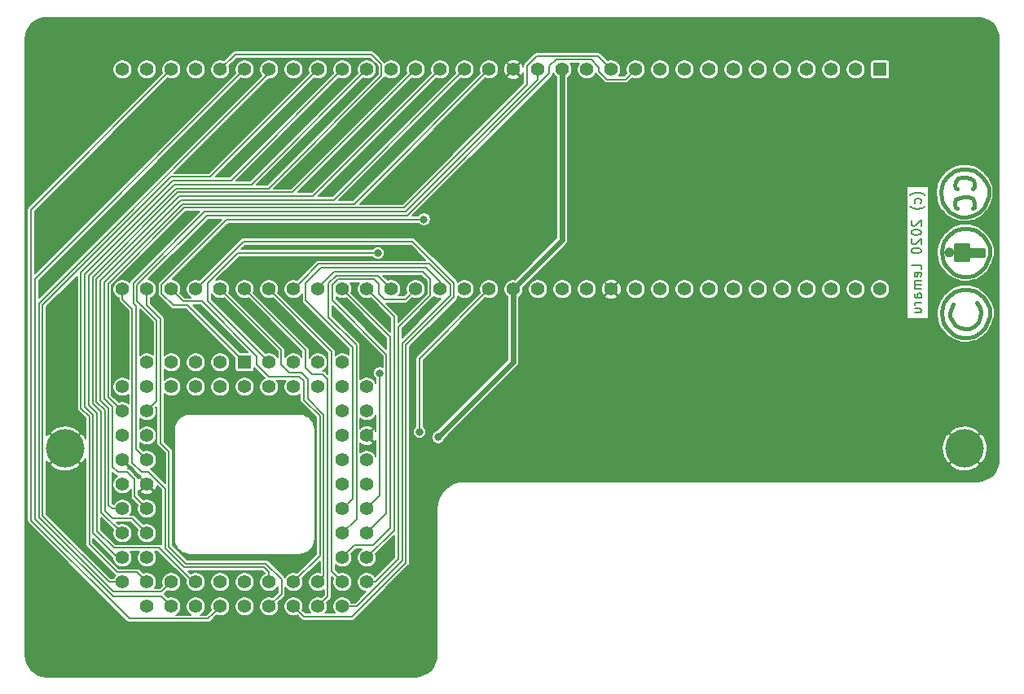
<source format=gbr>
%TF.GenerationSoftware,KiCad,Pcbnew,(5.1.6)-1*%
%TF.CreationDate,2020-12-02T16:58:09+00:00*%
%TF.ProjectId,A600 68k PLCC to DIP64 v2,41363030-2036-4386-9b20-504c43432074,1*%
%TF.SameCoordinates,Original*%
%TF.FileFunction,Copper,L2,Bot*%
%TF.FilePolarity,Positive*%
%FSLAX46Y46*%
G04 Gerber Fmt 4.6, Leading zero omitted, Abs format (unit mm)*
G04 Created by KiCad (PCBNEW (5.1.6)-1) date 2020-12-02 16:58:09*
%MOMM*%
%LPD*%
G01*
G04 APERTURE LIST*
%TA.AperFunction,NonConductor*%
%ADD10C,0.200000*%
%TD*%
%TA.AperFunction,EtchedComponent*%
%ADD11C,0.381000*%
%TD*%
%TA.AperFunction,ComponentPad*%
%ADD12C,1.422400*%
%TD*%
%TA.AperFunction,ComponentPad*%
%ADD13R,1.422400X1.422400*%
%TD*%
%TA.AperFunction,ComponentPad*%
%ADD14C,0.700000*%
%TD*%
%TA.AperFunction,ComponentPad*%
%ADD15C,4.000000*%
%TD*%
%TA.AperFunction,ViaPad*%
%ADD16C,0.800000*%
%TD*%
%TA.AperFunction,ViaPad*%
%ADD17C,0.600000*%
%TD*%
%TA.AperFunction,Conductor*%
%ADD18C,0.609600*%
%TD*%
%TA.AperFunction,Conductor*%
%ADD19C,0.203200*%
%TD*%
%TA.AperFunction,Conductor*%
%ADD20C,0.200000*%
%TD*%
G04 APERTURE END LIST*
D10*
X200223333Y-94377619D02*
X200175714Y-94330000D01*
X200032857Y-94234761D01*
X199937619Y-94187142D01*
X199794761Y-94139523D01*
X199556666Y-94091904D01*
X199366190Y-94091904D01*
X199128095Y-94139523D01*
X198985238Y-94187142D01*
X198890000Y-94234761D01*
X198747142Y-94330000D01*
X198699523Y-94377619D01*
X199794761Y-95187142D02*
X199842380Y-95091904D01*
X199842380Y-94901428D01*
X199794761Y-94806190D01*
X199747142Y-94758571D01*
X199651904Y-94710952D01*
X199366190Y-94710952D01*
X199270952Y-94758571D01*
X199223333Y-94806190D01*
X199175714Y-94901428D01*
X199175714Y-95091904D01*
X199223333Y-95187142D01*
X200223333Y-95520476D02*
X200175714Y-95568095D01*
X200032857Y-95663333D01*
X199937619Y-95710952D01*
X199794761Y-95758571D01*
X199556666Y-95806190D01*
X199366190Y-95806190D01*
X199128095Y-95758571D01*
X198985238Y-95710952D01*
X198890000Y-95663333D01*
X198747142Y-95568095D01*
X198699523Y-95520476D01*
X198937619Y-96996666D02*
X198890000Y-97044285D01*
X198842380Y-97139523D01*
X198842380Y-97377619D01*
X198890000Y-97472857D01*
X198937619Y-97520476D01*
X199032857Y-97568095D01*
X199128095Y-97568095D01*
X199270952Y-97520476D01*
X199842380Y-96949047D01*
X199842380Y-97568095D01*
X198842380Y-98187142D02*
X198842380Y-98282380D01*
X198890000Y-98377619D01*
X198937619Y-98425238D01*
X199032857Y-98472857D01*
X199223333Y-98520476D01*
X199461428Y-98520476D01*
X199651904Y-98472857D01*
X199747142Y-98425238D01*
X199794761Y-98377619D01*
X199842380Y-98282380D01*
X199842380Y-98187142D01*
X199794761Y-98091904D01*
X199747142Y-98044285D01*
X199651904Y-97996666D01*
X199461428Y-97949047D01*
X199223333Y-97949047D01*
X199032857Y-97996666D01*
X198937619Y-98044285D01*
X198890000Y-98091904D01*
X198842380Y-98187142D01*
X198937619Y-98901428D02*
X198890000Y-98949047D01*
X198842380Y-99044285D01*
X198842380Y-99282380D01*
X198890000Y-99377619D01*
X198937619Y-99425238D01*
X199032857Y-99472857D01*
X199128095Y-99472857D01*
X199270952Y-99425238D01*
X199842380Y-98853809D01*
X199842380Y-99472857D01*
X198842380Y-100091904D02*
X198842380Y-100187142D01*
X198890000Y-100282380D01*
X198937619Y-100330000D01*
X199032857Y-100377619D01*
X199223333Y-100425238D01*
X199461428Y-100425238D01*
X199651904Y-100377619D01*
X199747142Y-100330000D01*
X199794761Y-100282380D01*
X199842380Y-100187142D01*
X199842380Y-100091904D01*
X199794761Y-99996666D01*
X199747142Y-99949047D01*
X199651904Y-99901428D01*
X199461428Y-99853809D01*
X199223333Y-99853809D01*
X199032857Y-99901428D01*
X198937619Y-99949047D01*
X198890000Y-99996666D01*
X198842380Y-100091904D01*
X199842380Y-102091904D02*
X199842380Y-101615714D01*
X198842380Y-101615714D01*
X199794761Y-102806190D02*
X199842380Y-102710952D01*
X199842380Y-102520476D01*
X199794761Y-102425238D01*
X199699523Y-102377619D01*
X199318571Y-102377619D01*
X199223333Y-102425238D01*
X199175714Y-102520476D01*
X199175714Y-102710952D01*
X199223333Y-102806190D01*
X199318571Y-102853809D01*
X199413809Y-102853809D01*
X199509047Y-102377619D01*
X199842380Y-103282380D02*
X199175714Y-103282380D01*
X199270952Y-103282380D02*
X199223333Y-103330000D01*
X199175714Y-103425238D01*
X199175714Y-103568095D01*
X199223333Y-103663333D01*
X199318571Y-103710952D01*
X199842380Y-103710952D01*
X199318571Y-103710952D02*
X199223333Y-103758571D01*
X199175714Y-103853809D01*
X199175714Y-103996666D01*
X199223333Y-104091904D01*
X199318571Y-104139523D01*
X199842380Y-104139523D01*
X199842380Y-105044285D02*
X199318571Y-105044285D01*
X199223333Y-104996666D01*
X199175714Y-104901428D01*
X199175714Y-104710952D01*
X199223333Y-104615714D01*
X199794761Y-105044285D02*
X199842380Y-104949047D01*
X199842380Y-104710952D01*
X199794761Y-104615714D01*
X199699523Y-104568095D01*
X199604285Y-104568095D01*
X199509047Y-104615714D01*
X199461428Y-104710952D01*
X199461428Y-104949047D01*
X199413809Y-105044285D01*
X199842380Y-105520476D02*
X199175714Y-105520476D01*
X199366190Y-105520476D02*
X199270952Y-105568095D01*
X199223333Y-105615714D01*
X199175714Y-105710952D01*
X199175714Y-105806190D01*
X199175714Y-106568095D02*
X199842380Y-106568095D01*
X199175714Y-106139523D02*
X199699523Y-106139523D01*
X199794761Y-106187142D01*
X199842380Y-106282380D01*
X199842380Y-106425238D01*
X199794761Y-106520476D01*
X199747142Y-106568095D01*
D11*
%TO.C,REF\u002A\u002A*%
X202069700Y-107279440D02*
X201970640Y-106680000D01*
X202168760Y-107680760D02*
X202069700Y-107279440D01*
X202471020Y-108181140D02*
X202168760Y-107680760D01*
X202968860Y-108678980D02*
X202471020Y-108181140D01*
X203469240Y-108981240D02*
X202968860Y-108678980D01*
X204071220Y-109179360D02*
X203469240Y-108981240D01*
X204670660Y-109179360D02*
X204071220Y-109179360D01*
X205270100Y-109080300D02*
X204670660Y-109179360D01*
X205971140Y-108678980D02*
X205270100Y-109080300D01*
X206468980Y-108181140D02*
X205971140Y-108678980D01*
X206771240Y-107579160D02*
X206468980Y-108181140D01*
X206969360Y-106979720D02*
X206771240Y-107579160D01*
X206969360Y-106179620D02*
X206969360Y-106979720D01*
X206669640Y-105481120D02*
X206969360Y-106179620D01*
X206270860Y-104980740D02*
X206669640Y-105481120D01*
X205569820Y-104378760D02*
X206270860Y-104980740D01*
X204769720Y-104180640D02*
X205569820Y-104378760D01*
X204170280Y-104180640D02*
X204769720Y-104180640D01*
X203669900Y-104279700D02*
X204170280Y-104180640D01*
X203271120Y-104480360D02*
X203669900Y-104279700D01*
X202669140Y-104980740D02*
X203271120Y-104480360D01*
X202270360Y-105481120D02*
X202669140Y-104980740D01*
X202069700Y-105978960D02*
X202270360Y-105481120D01*
X201970640Y-106580940D02*
X202069700Y-105978960D01*
X201970640Y-106680000D02*
X201970640Y-106580940D01*
X202968860Y-106179620D02*
X203169520Y-105679240D01*
X202869800Y-106580940D02*
X202968860Y-106179620D01*
X202869800Y-106979720D02*
X202869800Y-106580940D01*
X203169520Y-107579160D02*
X202869800Y-106979720D01*
X203469240Y-107878880D02*
X203169520Y-107579160D01*
X203969620Y-108181140D02*
X203469240Y-107878880D01*
X204470000Y-108280200D02*
X203969620Y-108181140D01*
X204868780Y-108280200D02*
X204470000Y-108280200D01*
X205369160Y-107980480D02*
X204868780Y-108280200D01*
X205770480Y-107579160D02*
X205369160Y-107980480D01*
X205971140Y-107078780D02*
X205770480Y-107579160D01*
X206070200Y-106580940D02*
X205971140Y-107078780D01*
X205971140Y-106080560D02*
X206070200Y-106580940D01*
X205668880Y-105580180D02*
X205971140Y-106080560D01*
X202069700Y-100929440D02*
X201970640Y-100330000D01*
X202168760Y-101330760D02*
X202069700Y-100929440D01*
X202471020Y-101831140D02*
X202168760Y-101330760D01*
X202968860Y-102328980D02*
X202471020Y-101831140D01*
X203469240Y-102631240D02*
X202968860Y-102328980D01*
X204071220Y-102829360D02*
X203469240Y-102631240D01*
X204670660Y-102829360D02*
X204071220Y-102829360D01*
X205270100Y-102730300D02*
X204670660Y-102829360D01*
X205971140Y-102328980D02*
X205270100Y-102730300D01*
X206468980Y-101831140D02*
X205971140Y-102328980D01*
X206771240Y-101229160D02*
X206468980Y-101831140D01*
X206969360Y-100629720D02*
X206771240Y-101229160D01*
X206969360Y-99829620D02*
X206969360Y-100629720D01*
X206669640Y-99131120D02*
X206969360Y-99829620D01*
X206270860Y-98630740D02*
X206669640Y-99131120D01*
X205569820Y-98028760D02*
X206270860Y-98630740D01*
X204769720Y-97830640D02*
X205569820Y-98028760D01*
X204170280Y-97830640D02*
X204769720Y-97830640D01*
X203669900Y-97929700D02*
X204170280Y-97830640D01*
X203271120Y-98130360D02*
X203669900Y-97929700D01*
X202669140Y-98630740D02*
X203271120Y-98130360D01*
X202270360Y-99131120D02*
X202669140Y-98630740D01*
X202069700Y-99628960D02*
X202270360Y-99131120D01*
X201970640Y-100230940D02*
X202069700Y-99628960D01*
X201970640Y-100330000D02*
X201970640Y-100230940D01*
X203086406Y-100330000D02*
G75*
G03*
X203086406Y-100330000I-315666J0D01*
G01*
X204670660Y-99529900D02*
X203469240Y-99529900D01*
X204670660Y-101031040D02*
X204670660Y-99529900D01*
X203469240Y-101031040D02*
X204670660Y-101031040D01*
X203469240Y-99529900D02*
X203469240Y-101031040D01*
X206270860Y-100030280D02*
X206270860Y-100530660D01*
X204769720Y-100030280D02*
X206270860Y-100030280D01*
X206270860Y-100629720D02*
X204670660Y-100629720D01*
X206270860Y-100429060D02*
X206270860Y-100629720D01*
X204769720Y-100330000D02*
X206070200Y-100330000D01*
X204370940Y-99529900D02*
X204370940Y-100830380D01*
X204071220Y-100830380D02*
X204071220Y-99628960D01*
X203768960Y-99628960D02*
X203768960Y-100929440D01*
X202570080Y-100330000D02*
X202968860Y-100330000D01*
X201969700Y-94729440D02*
X201870640Y-94130000D01*
X202068760Y-95130760D02*
X201969700Y-94729440D01*
X202371020Y-95631140D02*
X202068760Y-95130760D01*
X202868860Y-96128980D02*
X202371020Y-95631140D01*
X203369240Y-96431240D02*
X202868860Y-96128980D01*
X203971220Y-96629360D02*
X203369240Y-96431240D01*
X204570660Y-96629360D02*
X203971220Y-96629360D01*
X205170100Y-96530300D02*
X204570660Y-96629360D01*
X205871140Y-96128980D02*
X205170100Y-96530300D01*
X206368980Y-95631140D02*
X205871140Y-96128980D01*
X206671240Y-95029160D02*
X206368980Y-95631140D01*
X206869360Y-94429720D02*
X206671240Y-95029160D01*
X206869360Y-93629620D02*
X206869360Y-94429720D01*
X206569640Y-92931120D02*
X206869360Y-93629620D01*
X206170860Y-92430740D02*
X206569640Y-92931120D01*
X205469820Y-91828760D02*
X206170860Y-92430740D01*
X204669720Y-91630640D02*
X205469820Y-91828760D01*
X204070280Y-91630640D02*
X204669720Y-91630640D01*
X203569900Y-91729700D02*
X204070280Y-91630640D01*
X203171120Y-91930360D02*
X203569900Y-91729700D01*
X202569140Y-92430740D02*
X203171120Y-91930360D01*
X202170360Y-92931120D02*
X202569140Y-92430740D01*
X201969700Y-93428960D02*
X202170360Y-92931120D01*
X201870640Y-94030940D02*
X201969700Y-93428960D01*
X201870640Y-94130000D02*
X201870640Y-94030940D01*
X205370760Y-93530560D02*
X205170100Y-93731220D01*
X205370760Y-93129240D02*
X205370760Y-93530560D01*
X205269160Y-92829520D02*
X205370760Y-93129240D01*
X204969440Y-92628860D02*
X205269160Y-92829520D01*
X204469060Y-92529800D02*
X204969440Y-92628860D01*
X204070280Y-92529800D02*
X204469060Y-92529800D01*
X203668960Y-92628860D02*
X204070280Y-92529800D01*
X203470840Y-92931120D02*
X203668960Y-92628860D01*
X203369240Y-93329900D02*
X203470840Y-92931120D01*
X203470840Y-93629620D02*
X203369240Y-93329900D01*
X203569900Y-93731220D02*
X203470840Y-93629620D01*
X205370760Y-95631140D02*
X205170100Y-95730200D01*
X205370760Y-95328880D02*
X205370760Y-95631140D01*
X205370760Y-95130760D02*
X205370760Y-95328880D01*
X205170100Y-94729440D02*
X205370760Y-95130760D01*
X204768780Y-94528780D02*
X205170100Y-94729440D01*
X204370000Y-94528780D02*
X204768780Y-94528780D01*
X203869620Y-94630380D02*
X204370000Y-94528780D01*
X203470840Y-94831040D02*
X203869620Y-94630380D01*
X203369240Y-95130760D02*
X203470840Y-94831040D01*
X203369240Y-95430480D02*
X203369240Y-95130760D01*
X203470840Y-95631140D02*
X203369240Y-95430480D01*
X203569900Y-95730200D02*
X203470840Y-95631140D01*
%TD*%
D12*
%TO.P,U1,2*%
%TO.N,/d3*%
X127000000Y-114300000D03*
%TO.P,U1,4*%
%TO.N,/d1*%
X124460000Y-114300000D03*
%TO.P,U1,6*%
%TO.N,/~as*%
X121920000Y-114300000D03*
%TO.P,U1,8*%
%TO.N,/~lds*%
X119380000Y-114300000D03*
%TO.P,U1,68*%
%TO.N,/d5*%
X129540000Y-114300000D03*
%TO.P,U1,66*%
%TO.N,/d7*%
X132080000Y-114300000D03*
%TO.P,U1,64*%
%TO.N,/d9*%
X134620000Y-114300000D03*
%TO.P,U1,62*%
%TO.N,/d11*%
X137160000Y-114300000D03*
D13*
%TO.P,U1,1*%
%TO.N,/d4*%
X129540000Y-111760000D03*
D12*
%TO.P,U1,3*%
%TO.N,/d2*%
X127000000Y-111760000D03*
%TO.P,U1,5*%
%TO.N,/d0*%
X124460000Y-111760000D03*
%TO.P,U1,7*%
%TO.N,/~uds*%
X121920000Y-111760000D03*
%TO.P,U1,9*%
%TO.N,/r~w*%
X119380000Y-111760000D03*
%TO.P,U1,67*%
%TO.N,/d6*%
X132080000Y-111760000D03*
%TO.P,U1,65*%
%TO.N,/d8*%
X134620000Y-111760000D03*
%TO.P,U1,63*%
%TO.N,/d10*%
X137160000Y-111760000D03*
%TO.P,U1,11*%
%TO.N,/~bg*%
X119380000Y-116840000D03*
%TO.P,U1,13*%
%TO.N,Net-(R1-Pad1)*%
X119380000Y-119380000D03*
%TO.P,U1,15*%
%TO.N,/clk*%
X119380000Y-121920000D03*
%TO.P,U1,17*%
%TO.N,GND*%
X119380000Y-124460000D03*
%TO.P,U1,19*%
%TO.N,/~halt*%
X119380000Y-127000000D03*
%TO.P,U1,21*%
%TO.N,/~vma*%
X119380000Y-129540000D03*
%TO.P,U1,23*%
%TO.N,Net-(U1-Pad23)*%
X119380000Y-132080000D03*
%TO.P,U1,25*%
%TO.N,/~ipl2*%
X119380000Y-134620000D03*
%TO.P,U1,10*%
%TO.N,/~dtack*%
X116840000Y-114300000D03*
%TO.P,U1,12*%
%TO.N,/~bgack*%
X116840000Y-116840000D03*
%TO.P,U1,14*%
%TO.N,VCC*%
X116840000Y-119380000D03*
%TO.P,U1,16*%
%TO.N,GND*%
X116840000Y-121920000D03*
%TO.P,U1,18*%
%TO.N,Net-(U1-Pad18)*%
X116840000Y-124460000D03*
%TO.P,U1,20*%
%TO.N,/~reset*%
X116840000Y-127000000D03*
%TO.P,U1,22*%
%TO.N,/e*%
X116840000Y-129540000D03*
%TO.P,U1,24*%
%TO.N,/~berr*%
X116840000Y-132080000D03*
%TO.P,U1,26*%
%TO.N,/~ipl1*%
X116840000Y-134620000D03*
%TO.P,U1,28*%
%TO.N,/fc2*%
X121920000Y-134620000D03*
%TO.P,U1,30*%
%TO.N,/fc0*%
X124460000Y-134620000D03*
%TO.P,U1,32*%
%TO.N,/a1*%
X127000000Y-134620000D03*
%TO.P,U1,34*%
%TO.N,/a3*%
X129540000Y-134620000D03*
%TO.P,U1,36*%
%TO.N,/a5*%
X132080000Y-134620000D03*
%TO.P,U1,38*%
%TO.N,/a7*%
X134620000Y-134620000D03*
%TO.P,U1,40*%
%TO.N,/a9*%
X137160000Y-134620000D03*
%TO.P,U1,42*%
%TO.N,/a11*%
X139700000Y-134620000D03*
%TO.P,U1,44*%
%TO.N,/a13*%
X142240000Y-134620000D03*
%TO.P,U1,27*%
%TO.N,/~ipl0*%
X119380000Y-137160000D03*
%TO.P,U1,29*%
%TO.N,/fc1*%
X121920000Y-137160000D03*
%TO.P,U1,31*%
%TO.N,Net-(U1-Pad31)*%
X124460000Y-137160000D03*
%TO.P,U1,33*%
%TO.N,/a2*%
X127000000Y-137160000D03*
%TO.P,U1,35*%
%TO.N,/a4*%
X129540000Y-137160000D03*
%TO.P,U1,37*%
%TO.N,/a6*%
X132080000Y-137160000D03*
%TO.P,U1,39*%
%TO.N,/a8*%
X134620000Y-137160000D03*
%TO.P,U1,41*%
%TO.N,/a10*%
X137160000Y-137160000D03*
%TO.P,U1,43*%
%TO.N,/a12*%
X139700000Y-137160000D03*
%TO.P,U1,45*%
%TO.N,/a14*%
X139700000Y-132080000D03*
%TO.P,U1,47*%
%TO.N,/a16*%
X139700000Y-129540000D03*
%TO.P,U1,49*%
%TO.N,/a18*%
X139700000Y-127000000D03*
%TO.P,U1,51*%
%TO.N,/a20*%
X139700000Y-124460000D03*
%TO.P,U1,53*%
%TO.N,/a21*%
X139700000Y-121920000D03*
%TO.P,U1,55*%
%TO.N,/a23*%
X139700000Y-119380000D03*
%TO.P,U1,57*%
%TO.N,GND*%
X139700000Y-116840000D03*
%TO.P,U1,59*%
%TO.N,/d14*%
X139700000Y-114300000D03*
%TO.P,U1,61*%
%TO.N,/d12*%
X139700000Y-111760000D03*
%TO.P,U1,46*%
%TO.N,/a15*%
X142240000Y-132080000D03*
%TO.P,U1,48*%
%TO.N,/a17*%
X142240000Y-129540000D03*
%TO.P,U1,50*%
%TO.N,/a19*%
X142240000Y-127000000D03*
%TO.P,U1,52*%
%TO.N,VCC*%
X142240000Y-124460000D03*
%TO.P,U1,54*%
%TO.N,/a22*%
X142240000Y-121920000D03*
%TO.P,U1,56*%
%TO.N,GND*%
X142240000Y-119380000D03*
%TO.P,U1,58*%
%TO.N,/d15*%
X142240000Y-116840000D03*
%TO.P,U1,60*%
%TO.N,/d13*%
X142240000Y-114300000D03*
%TD*%
%TO.P,U2,64*%
%TO.N,/d5*%
X195580000Y-104140000D03*
%TO.P,U2,32*%
%TO.N,/a4*%
X116840000Y-81280000D03*
%TO.P,U2,63*%
%TO.N,/d6*%
X193040000Y-104140000D03*
%TO.P,U2,31*%
%TO.N,/a3*%
X119380000Y-81280000D03*
%TO.P,U2,62*%
%TO.N,/d7*%
X190500000Y-104140000D03*
%TO.P,U2,30*%
%TO.N,/a2*%
X121920000Y-81280000D03*
%TO.P,U2,61*%
%TO.N,/d8*%
X187960000Y-104140000D03*
%TO.P,U2,29*%
%TO.N,/a1*%
X124460000Y-81280000D03*
%TO.P,U2,60*%
%TO.N,/d9*%
X185420000Y-104140000D03*
%TO.P,U2,28*%
%TO.N,/fc0*%
X127000000Y-81280000D03*
%TO.P,U2,59*%
%TO.N,/d10*%
X182880000Y-104140000D03*
%TO.P,U2,27*%
%TO.N,/fc1*%
X129540000Y-81280000D03*
%TO.P,U2,58*%
%TO.N,/d11*%
X180340000Y-104140000D03*
%TO.P,U2,26*%
%TO.N,/fc2*%
X132080000Y-81280000D03*
%TO.P,U2,57*%
%TO.N,/d12*%
X177800000Y-104140000D03*
%TO.P,U2,25*%
%TO.N,/~ipl0*%
X134620000Y-81280000D03*
%TO.P,U2,56*%
%TO.N,/d13*%
X175260000Y-104140000D03*
%TO.P,U2,24*%
%TO.N,/~ipl1*%
X137160000Y-81280000D03*
%TO.P,U2,55*%
%TO.N,/d14*%
X172720000Y-104140000D03*
%TO.P,U2,23*%
%TO.N,/~ipl2*%
X139700000Y-81280000D03*
%TO.P,U2,54*%
%TO.N,/d15*%
X170180000Y-104140000D03*
%TO.P,U2,22*%
%TO.N,/~berr*%
X142240000Y-81280000D03*
%TO.P,U2,53*%
%TO.N,GND*%
X167640000Y-104140000D03*
%TO.P,U2,21*%
%TO.N,Net-(R2-Pad2)*%
X144780000Y-81280000D03*
%TO.P,U2,52*%
%TO.N,/a23*%
X165100000Y-104140000D03*
%TO.P,U2,20*%
%TO.N,/e*%
X147320000Y-81280000D03*
%TO.P,U2,51*%
%TO.N,/a22*%
X162560000Y-104140000D03*
%TO.P,U2,19*%
%TO.N,/~vma*%
X149860000Y-81280000D03*
%TO.P,U2,50*%
%TO.N,/a21*%
X160020000Y-104140000D03*
%TO.P,U2,18*%
%TO.N,/~reset*%
X152400000Y-81280000D03*
%TO.P,U2,49*%
%TO.N,VCC*%
X157480000Y-104140000D03*
%TO.P,U2,17*%
%TO.N,/~halt*%
X154940000Y-81280000D03*
%TO.P,U2,48*%
%TO.N,/a20*%
X154940000Y-104140000D03*
%TO.P,U2,16*%
%TO.N,GND*%
X157480000Y-81280000D03*
%TO.P,U2,47*%
%TO.N,/a19*%
X152400000Y-104140000D03*
%TO.P,U2,15*%
%TO.N,/clk*%
X160020000Y-81280000D03*
%TO.P,U2,46*%
%TO.N,/a18*%
X149860000Y-104140000D03*
%TO.P,U2,14*%
%TO.N,VCC*%
X162560000Y-81280000D03*
%TO.P,U2,45*%
%TO.N,/a17*%
X147320000Y-104140000D03*
%TO.P,U2,13*%
%TO.N,Net-(R2-Pad2)*%
X165100000Y-81280000D03*
%TO.P,U2,44*%
%TO.N,/a16*%
X144780000Y-104140000D03*
%TO.P,U2,12*%
%TO.N,/~bgack*%
X167640000Y-81280000D03*
%TO.P,U2,43*%
%TO.N,/a15*%
X142240000Y-104140000D03*
%TO.P,U2,11*%
%TO.N,/~bg*%
X170180000Y-81280000D03*
%TO.P,U2,42*%
%TO.N,/a14*%
X139700000Y-104140000D03*
%TO.P,U2,10*%
%TO.N,/~dtack*%
X172720000Y-81280000D03*
%TO.P,U2,41*%
%TO.N,/a13*%
X137160000Y-104140000D03*
%TO.P,U2,9*%
%TO.N,/r~w*%
X175260000Y-81280000D03*
%TO.P,U2,40*%
%TO.N,/a12*%
X134620000Y-104140000D03*
%TO.P,U2,8*%
%TO.N,/~lds*%
X177800000Y-81280000D03*
%TO.P,U2,39*%
%TO.N,/a11*%
X132080000Y-104140000D03*
%TO.P,U2,7*%
%TO.N,/~uds*%
X180340000Y-81280000D03*
%TO.P,U2,38*%
%TO.N,/a10*%
X129540000Y-104140000D03*
%TO.P,U2,6*%
%TO.N,/~as*%
X182880000Y-81280000D03*
%TO.P,U2,37*%
%TO.N,/a9*%
X127000000Y-104140000D03*
%TO.P,U2,5*%
%TO.N,/d0*%
X185420000Y-81280000D03*
%TO.P,U2,36*%
%TO.N,/a8*%
X124460000Y-104140000D03*
%TO.P,U2,4*%
%TO.N,/d1*%
X187960000Y-81280000D03*
%TO.P,U2,35*%
%TO.N,/a7*%
X121920000Y-104140000D03*
%TO.P,U2,3*%
%TO.N,/d2*%
X190500000Y-81280000D03*
%TO.P,U2,34*%
%TO.N,/a6*%
X119380000Y-104140000D03*
%TO.P,U2,2*%
%TO.N,/d3*%
X193040000Y-81280000D03*
%TO.P,U2,33*%
%TO.N,/a5*%
X116840000Y-104140000D03*
D13*
%TO.P,U2,1*%
%TO.N,/d4*%
X195580000Y-81280000D03*
%TD*%
D14*
%TO.P,H1,1*%
%TO.N,GND*%
X111941000Y-119669000D03*
X110880000Y-119230000D03*
X109819000Y-119669000D03*
X109380000Y-120730000D03*
X109819000Y-121791000D03*
X110880000Y-122230000D03*
X111941000Y-121791000D03*
X112380000Y-120730000D03*
D15*
X110880000Y-120730000D03*
%TD*%
D14*
%TO.P,H2,1*%
%TO.N,GND*%
X205441000Y-119669000D03*
X204380000Y-119230000D03*
X203319000Y-119669000D03*
X202880000Y-120730000D03*
X203319000Y-121791000D03*
X204380000Y-122230000D03*
X205441000Y-121791000D03*
X205880000Y-120730000D03*
D15*
X204380000Y-120730000D03*
%TD*%
D16*
%TO.N,VCC*%
X149656800Y-119557800D03*
%TO.N,/a19*%
X143586339Y-112890300D03*
%TO.N,/a20*%
X147712100Y-118999000D03*
%TO.N,/d6*%
X143385185Y-100396610D03*
%TO.N,/d4*%
X148183600Y-96875600D03*
D17*
%TO.N,GND*%
X145542000Y-106045000D03*
X120904000Y-123399999D03*
X143129000Y-106299000D03*
X130683000Y-106553000D03*
X147370800Y-107315000D03*
X149148800Y-108331000D03*
X126873000Y-108077000D03*
X128397000Y-106553000D03*
X119634000Y-100584000D03*
X119253000Y-107442000D03*
X121185476Y-102067999D03*
X122428000Y-106934000D03*
X125222000Y-109728000D03*
X107995476Y-77139999D03*
X107995476Y-88339999D03*
X107995476Y-130739999D03*
X107995476Y-141939999D03*
X109347000Y-98742500D03*
X109595476Y-109139999D03*
X111995476Y-117939999D03*
X113595476Y-82739999D03*
X113595476Y-136339999D03*
X114935000Y-93139999D03*
X117595476Y-143539999D03*
X119195476Y-77139999D03*
X120523000Y-87503000D03*
X120523000Y-128270000D03*
X125595476Y-140339999D03*
X128016000Y-78994000D03*
X132795476Y-132339999D03*
X133595476Y-143539999D03*
X136795476Y-77139999D03*
X140795476Y-139539999D03*
X143195476Y-97939999D03*
X143995476Y-131539999D03*
X145595476Y-79539999D03*
X147995476Y-123539999D03*
X147995476Y-143539999D03*
X148795476Y-113139999D03*
X151511000Y-93939999D03*
X153595476Y-102739999D03*
X154395476Y-77139999D03*
X154395476Y-118739999D03*
X159105600Y-109939999D03*
X159181800Y-97586800D03*
X160795476Y-123539999D03*
X163830000Y-79121000D03*
X163995476Y-115539999D03*
X164795476Y-90739999D03*
X165595476Y-105939999D03*
X169595476Y-97939999D03*
X169595476Y-121139999D03*
X171195476Y-111539999D03*
X171995476Y-86739999D03*
X173595476Y-77139999D03*
X176795476Y-93139999D03*
X176795476Y-105939999D03*
X176795476Y-117139999D03*
X179995476Y-83539999D03*
X181595476Y-123539999D03*
X182395476Y-111539999D03*
X183195476Y-97939999D03*
X184795476Y-77139999D03*
X186395476Y-89139999D03*
X187195476Y-117939999D03*
X187995476Y-105939999D03*
X191995476Y-83539999D03*
X191995476Y-94739999D03*
X192795476Y-112339999D03*
X192795476Y-123539999D03*
X195995476Y-101939999D03*
X196795476Y-77139999D03*
X197595476Y-89139999D03*
X198395476Y-117939999D03*
X200795476Y-108339999D03*
X201595476Y-97155000D03*
X202395476Y-82739999D03*
X205595476Y-123539999D03*
X206395476Y-103505000D03*
X207195476Y-90739999D03*
X207195476Y-113139999D03*
X173558200Y-102412800D03*
X153390600Y-111861600D03*
X116713000Y-107442000D03*
X123825000Y-108331000D03*
X134302500Y-101663500D03*
X145351500Y-100520500D03*
X151511000Y-102171500D03*
X144272000Y-107315000D03*
X143002000Y-108585000D03*
X141986000Y-109601000D03*
X138074400Y-108839000D03*
X143383000Y-111125000D03*
X136906000Y-107378500D03*
X134366000Y-107442000D03*
X131762500Y-107442000D03*
X126492000Y-85598000D03*
X127508000Y-98425000D03*
X130048000Y-98425000D03*
X132461000Y-98425000D03*
X135001000Y-98425000D03*
X137541000Y-98425000D03*
X139954000Y-98425000D03*
X120904000Y-133019800D03*
X139547600Y-107340400D03*
X153670000Y-108356400D03*
X120904000Y-105791000D03*
%TD*%
D18*
%TO.N,VCC*%
X162560000Y-81280000D02*
X162560000Y-99060000D01*
X162560000Y-99060000D02*
X157480000Y-104140000D01*
X157480000Y-111734600D02*
X149656800Y-119557800D01*
X157480000Y-104140000D02*
X157480000Y-111734600D01*
D19*
%TO.N,/a19*%
X142240000Y-127000000D02*
X143586339Y-125653661D01*
X143586339Y-125653661D02*
X143586339Y-112890300D01*
%TO.N,/a17*%
X144287949Y-127492051D02*
X142240000Y-129540000D01*
X144287949Y-110943150D02*
X144287949Y-127492051D01*
X138665100Y-105320300D02*
X144287949Y-110943150D01*
X143005199Y-103127199D02*
X139250501Y-103127199D01*
X146258600Y-105201400D02*
X144063400Y-105201400D01*
X138665100Y-103712600D02*
X138665100Y-105320300D01*
X139250501Y-103127199D02*
X138665100Y-103712600D01*
X144063400Y-105201400D02*
X143484600Y-104622600D01*
X147320000Y-104140000D02*
X146258600Y-105201400D01*
X143484600Y-103606600D02*
X143005199Y-103127199D01*
X143484600Y-104622600D02*
X143484600Y-103606600D01*
%TO.N,/a15*%
X145094369Y-106994369D02*
X145094369Y-129225631D01*
X145094369Y-129225631D02*
X142240000Y-132080000D01*
X142240000Y-104140000D02*
X145094369Y-106994369D01*
%TO.N,/a20*%
X154940000Y-104140000D02*
X147712100Y-111367900D01*
X147712100Y-111367900D02*
X147712100Y-118999000D01*
%TO.N,/a18*%
X149860000Y-104140000D02*
X149860000Y-103759000D01*
X143484500Y-101913300D02*
X148395300Y-101913300D01*
X137477433Y-101917567D02*
X143480233Y-101917567D01*
X140758900Y-125941100D02*
X140758900Y-110202700D01*
X149860000Y-103378000D02*
X149860000Y-104140000D01*
X139700000Y-127000000D02*
X140758900Y-125941100D01*
X140758900Y-110202700D02*
X135890000Y-105333800D01*
X148395300Y-101913300D02*
X149860000Y-103378000D01*
X143480233Y-101917567D02*
X143484500Y-101913300D01*
X135890000Y-105333800D02*
X135890000Y-103505000D01*
X135890000Y-103505000D02*
X137477433Y-101917567D01*
%TO.N,/a16*%
X141162600Y-128077400D02*
X139700000Y-129540000D01*
X138261600Y-107081500D02*
X141162600Y-109982500D01*
X138261600Y-103509228D02*
X138261600Y-107081500D01*
X139046839Y-102723989D02*
X138261600Y-103509228D01*
X143363989Y-102723989D02*
X139046839Y-102723989D01*
X144780000Y-104140000D02*
X143363989Y-102723989D01*
X141162600Y-109982500D02*
X141162600Y-128077400D01*
%TO.N,/a14*%
X144691159Y-109131159D02*
X144691159Y-129019241D01*
X139700000Y-104140000D02*
X144691159Y-109131159D01*
X144691159Y-129019241D02*
X142900400Y-130810000D01*
X142900400Y-130810000D02*
X140970000Y-130810000D01*
X140970000Y-130810000D02*
X139700000Y-132080000D01*
%TO.N,/a12*%
X139700000Y-137160000D02*
X141159226Y-137160000D01*
X137249910Y-101510090D02*
X135331199Y-103428801D01*
X141159226Y-137160000D02*
X145900790Y-132418436D01*
X145900790Y-132418436D02*
X145900790Y-109757610D01*
X135331199Y-103428801D02*
X134620000Y-104140000D01*
X150908800Y-103667348D02*
X148751542Y-101510090D01*
X148751542Y-101510090D02*
X137249910Y-101510090D01*
X145900790Y-109757610D02*
X150908800Y-104749600D01*
X150908800Y-104749600D02*
X150908800Y-103667348D01*
%TO.N,/a10*%
X138173200Y-113535200D02*
X138173200Y-136146800D01*
X135864600Y-110464600D02*
X135864600Y-112318800D01*
X138173200Y-136146800D02*
X137160000Y-137160000D01*
X129540000Y-104140000D02*
X135864600Y-110464600D01*
X136575800Y-113030000D02*
X137668000Y-113030000D01*
X135864600Y-112318800D02*
X136575800Y-113030000D01*
X137668000Y-113030000D02*
X138173200Y-113535200D01*
%TO.N,/a8*%
X134620000Y-137160000D02*
X135688000Y-138228000D01*
X135688000Y-138228000D02*
X140709600Y-138228000D01*
X146304000Y-132633600D02*
X146304000Y-109982000D01*
X146304000Y-109982000D02*
X151312300Y-104973700D01*
X125171199Y-103428801D02*
X124460000Y-104140000D01*
X151312300Y-103500622D02*
X146998678Y-99187000D01*
X140709600Y-138228000D02*
X146304000Y-132633600D01*
X151312300Y-104973700D02*
X151312300Y-103500622D01*
X146998678Y-99187000D02*
X129413000Y-99187000D01*
X129413000Y-99187000D02*
X125171199Y-103428801D01*
%TO.N,/a6*%
X121666000Y-130937000D02*
X123418600Y-132689600D01*
X133375400Y-134329174D02*
X133375400Y-135864600D01*
X121666000Y-121031000D02*
X121666000Y-130937000D01*
X120796800Y-120161800D02*
X121666000Y-121031000D01*
X123418600Y-132689600D02*
X131735827Y-132689601D01*
X131735827Y-132689601D02*
X133375400Y-134329174D01*
X119380000Y-105791000D02*
X120796800Y-107207800D01*
X120796800Y-107207800D02*
X120796800Y-120161800D01*
X133375400Y-135864600D02*
X132080000Y-137160000D01*
X119380000Y-104140000D02*
X119380000Y-105791000D01*
%TO.N,/a2*%
X126288801Y-137871199D02*
X127000000Y-137160000D01*
X107340400Y-95859600D02*
X107340400Y-128202678D01*
X121920000Y-81280000D02*
X107340400Y-95859600D01*
X107340400Y-128202678D02*
X117567722Y-138430000D01*
X117567722Y-138430000D02*
X125730000Y-138430000D01*
X125730000Y-138430000D02*
X126288801Y-137871199D01*
%TO.N,/fc1*%
X107743611Y-128035663D02*
X107743611Y-103076389D01*
X107743611Y-103076389D02*
X129540000Y-81280000D01*
X115851948Y-136144000D02*
X107743611Y-128035663D01*
X121920000Y-137160000D02*
X120904000Y-136144000D01*
X120904000Y-136144000D02*
X115851948Y-136144000D01*
%TO.N,/a13*%
X137160000Y-104013000D02*
X137160000Y-104140000D01*
X148040779Y-102320779D02*
X138852221Y-102320779D01*
X148844000Y-103124000D02*
X148040779Y-102320779D01*
X148844000Y-104775000D02*
X148844000Y-103124000D01*
X145497579Y-132251421D02*
X145497579Y-108121421D01*
X138852221Y-102320779D02*
X137160000Y-104013000D01*
X145497579Y-108121421D02*
X148844000Y-104775000D01*
X142240000Y-134620000D02*
X143129000Y-134620000D01*
X143129000Y-134620000D02*
X145497579Y-132251421D01*
%TO.N,/a11*%
X132080000Y-104140000D02*
X138576800Y-110636800D01*
X138576800Y-110636800D02*
X138576800Y-133496800D01*
X138576800Y-133496800D02*
X139700000Y-134620000D01*
%TO.N,/a9*%
X136080500Y-113474500D02*
X136080500Y-115506500D01*
X136080500Y-115506500D02*
X137766411Y-117192411D01*
X127000000Y-104140000D02*
X133350000Y-110490000D01*
X135445500Y-112839500D02*
X136080500Y-113474500D01*
X133350000Y-110490000D02*
X133350000Y-111988946D01*
X137766411Y-117192411D02*
X137766411Y-134013589D01*
X133350000Y-111988946D02*
X134200554Y-112839500D01*
X134200554Y-112839500D02*
X135445500Y-112839500D01*
X137766411Y-134013589D02*
X137160000Y-134620000D01*
%TO.N,/a7*%
X137363200Y-117359426D02*
X137363200Y-131876800D01*
X137363200Y-131876800D02*
X134620000Y-134620000D01*
X135213711Y-113242711D02*
X135677289Y-113706289D01*
X135677289Y-113706289D02*
X135677290Y-115673516D01*
X123190000Y-105410000D02*
X125096370Y-105410000D01*
X132038711Y-113242711D02*
X135213711Y-113242711D01*
X130810000Y-111123630D02*
X130810000Y-112014000D01*
X121920000Y-104140000D02*
X123190000Y-105410000D01*
X125096370Y-105410000D02*
X130810000Y-111123630D01*
X135677290Y-115673516D02*
X137363200Y-117359426D01*
X130810000Y-112014000D02*
X132038711Y-113242711D01*
%TO.N,/a5*%
X132080000Y-133604000D02*
X132080000Y-134620000D01*
X118846600Y-123190000D02*
X119555200Y-123190000D01*
X117853200Y-122196600D02*
X118846600Y-123190000D01*
X131568811Y-133092811D02*
X132080000Y-133604000D01*
X123251585Y-133092811D02*
X131568811Y-133092811D01*
X119555200Y-123190000D02*
X121262789Y-124897589D01*
X116840000Y-105206800D02*
X117853200Y-106220000D01*
X117853200Y-106220000D02*
X117853200Y-122196600D01*
X121262790Y-131104016D02*
X123251585Y-133092811D01*
X121262789Y-124897589D02*
X121262790Y-131104016D01*
X116840000Y-104140000D02*
X116840000Y-105206800D01*
%TO.N,/fc0*%
X128549400Y-79730600D02*
X127000000Y-81280000D01*
X142722600Y-79730600D02*
X128549400Y-79730600D01*
X124460000Y-134620000D02*
X124206000Y-134620000D01*
X115951000Y-131064000D02*
X114205900Y-129318900D01*
X120650000Y-131064000D02*
X115951000Y-131064000D01*
X114205900Y-129318900D02*
X114205900Y-117094100D01*
X132013367Y-93665633D02*
X143764000Y-81915000D01*
X143764000Y-81915000D02*
X143764000Y-80772000D01*
X124206000Y-134620000D02*
X120650000Y-131064000D01*
X143764000Y-80772000D02*
X142722600Y-79730600D01*
X114205900Y-117094100D02*
X113325352Y-116213552D01*
X113325352Y-116213552D02*
X113325352Y-102745122D01*
X113325352Y-102745122D02*
X122404841Y-93665633D01*
X122404841Y-93665633D02*
X132013367Y-93665633D01*
%TO.N,/fc2*%
X120904000Y-135636000D02*
X115914174Y-135636000D01*
X132080000Y-81661000D02*
X132080000Y-81280000D01*
X121920000Y-134620000D02*
X120904000Y-135636000D01*
X115914174Y-135636000D02*
X108146822Y-127868648D01*
X108146822Y-105594178D02*
X132080000Y-81661000D01*
X108146822Y-127868648D02*
X108146822Y-105594178D01*
%TO.N,/~ipl1*%
X108550033Y-127701633D02*
X115468400Y-134620000D01*
X125984000Y-92456000D02*
X121902801Y-92456000D01*
X121902801Y-92456000D02*
X108550033Y-105808768D01*
X108550033Y-105808768D02*
X108550033Y-127701633D01*
X137160000Y-81280000D02*
X125984000Y-92456000D01*
X115468400Y-134620000D02*
X116840000Y-134620000D01*
%TO.N,/~berr*%
X113802300Y-129550300D02*
X116332000Y-132080000D01*
X113802300Y-117261200D02*
X113802300Y-129550300D01*
X142240000Y-81280000D02*
X130257578Y-93262422D01*
X130257578Y-93262422D02*
X122237493Y-93262422D01*
X122237493Y-93262422D02*
X112922141Y-102577774D01*
X112922141Y-102577774D02*
X112922141Y-116381041D01*
X116332000Y-132080000D02*
X116840000Y-132080000D01*
X112922141Y-116381041D02*
X113802300Y-117261200D01*
%TO.N,/e*%
X134531156Y-94068844D02*
X122572189Y-94068844D01*
X113728563Y-116046063D02*
X114609400Y-116926900D01*
X113728563Y-102912470D02*
X113728563Y-116046063D01*
X114609400Y-127371626D02*
X116777774Y-129540000D01*
X114609400Y-116926900D02*
X114609400Y-127371626D01*
X116777774Y-129540000D02*
X116840000Y-129540000D01*
X147320000Y-81280000D02*
X134531156Y-94068844D01*
X122572189Y-94068844D02*
X113728563Y-102912470D01*
%TO.N,/~reset*%
X115824000Y-127000000D02*
X116840000Y-127000000D01*
X115416400Y-126592400D02*
X115824000Y-127000000D01*
X115416400Y-116592500D02*
X115416400Y-126592400D01*
X152400000Y-81280000D02*
X138804734Y-94875266D01*
X114534985Y-103247163D02*
X114534985Y-115711085D01*
X122906882Y-94875266D02*
X114534985Y-103247163D01*
X138804734Y-94875266D02*
X122906882Y-94875266D01*
X114534985Y-115711085D02*
X115416400Y-116592500D01*
%TO.N,/~bgack*%
X115341400Y-115341400D02*
X116840000Y-116840000D01*
X158900300Y-80894700D02*
X158900300Y-82882300D01*
X159936100Y-79858900D02*
X158900300Y-80894700D01*
X123240800Y-95681800D02*
X115341400Y-103581200D01*
X166218900Y-79858900D02*
X159936100Y-79858900D01*
X167640000Y-81280000D02*
X166218900Y-79858900D01*
X115341400Y-103581200D02*
X115341400Y-115341400D01*
X146100800Y-95681800D02*
X123240800Y-95681800D01*
X158900300Y-82882300D02*
X146100800Y-95681800D01*
%TO.N,/~ipl2*%
X118364000Y-133604000D02*
X119380000Y-134620000D01*
X113397600Y-130669600D02*
X116332000Y-133604000D01*
X116332000Y-133604000D02*
X118364000Y-133604000D01*
X128120789Y-92859211D02*
X122070147Y-92859211D01*
X112518930Y-102410428D02*
X112518930Y-116548530D01*
X139700000Y-81280000D02*
X128120789Y-92859211D01*
X113397600Y-117427200D02*
X113397600Y-130669600D01*
X122070147Y-92859211D02*
X112518930Y-102410428D01*
X112518930Y-116548530D02*
X113397600Y-117427200D01*
%TO.N,/~vma*%
X117856000Y-128016000D02*
X119380000Y-129540000D01*
X115824000Y-128016000D02*
X117856000Y-128016000D01*
X115012900Y-127204900D02*
X115824000Y-128016000D01*
X115012900Y-116759700D02*
X115012900Y-127204900D01*
X149860000Y-81280000D02*
X136667945Y-94472055D01*
X122739867Y-94472055D02*
X114131774Y-103080148D01*
X136667945Y-94472055D02*
X122739867Y-94472055D01*
X114131774Y-103080148D02*
X114131774Y-115878574D01*
X114131774Y-115878574D02*
X115012900Y-116759700D01*
%TO.N,/~halt*%
X154940000Y-81280000D02*
X140941409Y-95278591D01*
X114938190Y-115508890D02*
X115820000Y-116390700D01*
X123073783Y-95278591D02*
X114938189Y-103414185D01*
X114938189Y-103414185D02*
X114938190Y-115508890D01*
X117348000Y-123190000D02*
X118110000Y-123952000D01*
X118110000Y-123952000D02*
X118110000Y-125730000D01*
X116357400Y-123190000D02*
X117348000Y-123190000D01*
X140941409Y-95278591D02*
X123073783Y-95278591D01*
X115820000Y-122652600D02*
X116357400Y-123190000D01*
X115820000Y-116390700D02*
X115820000Y-122652600D01*
X118110000Y-125730000D02*
X119380000Y-127000000D01*
%TO.N,/clk*%
X118256800Y-120796800D02*
X119380000Y-121920000D01*
X118256800Y-105909500D02*
X118256800Y-120796800D01*
X160020000Y-81280000D02*
X160020000Y-82332826D01*
X117963300Y-105616000D02*
X118256800Y-105909500D01*
X117963300Y-103522100D02*
X117963300Y-105616000D01*
X125400389Y-96085011D02*
X117963300Y-103522100D01*
X160020000Y-82332826D02*
X146267815Y-96085011D01*
X146267815Y-96085011D02*
X125400389Y-96085011D01*
%TO.N,/~bg*%
X120393200Y-115826800D02*
X120393200Y-107374426D01*
X118366900Y-103720400D02*
X125599078Y-96488222D01*
X120393200Y-107374426D02*
X118366900Y-105348126D01*
X167210500Y-82328000D02*
X169132000Y-82328000D01*
X146434830Y-96488222D02*
X161213800Y-81709252D01*
X118366900Y-105348126D02*
X118366900Y-103720400D01*
X166370000Y-81487500D02*
X167210500Y-82328000D01*
X125599078Y-96488222D02*
X146434830Y-96488222D01*
X166370000Y-81067300D02*
X166370000Y-81487500D01*
X161901100Y-80262500D02*
X165565200Y-80262500D01*
X119380000Y-116840000D02*
X120393200Y-115826800D01*
X169132000Y-82328000D02*
X170180000Y-81280000D01*
X161213800Y-81709252D02*
X161213800Y-80949800D01*
X165565200Y-80262500D02*
X166370000Y-81067300D01*
X161213800Y-80949800D02*
X161901100Y-80262500D01*
%TO.N,/d6*%
X128841500Y-100393500D02*
X143383000Y-100393500D01*
X125730000Y-103505000D02*
X128841500Y-100393500D01*
X132080000Y-111760000D02*
X125730000Y-105410000D01*
X125730000Y-105410000D02*
X125730000Y-103505000D01*
%TO.N,/d4*%
X147617915Y-96875600D02*
X148183600Y-96875600D01*
X120906900Y-103692100D02*
X127685356Y-96913644D01*
X147579871Y-96913644D02*
X147617915Y-96875600D01*
X127685356Y-96913644D02*
X147579871Y-96913644D01*
X129540000Y-111760000D02*
X123593211Y-105813211D01*
X122141411Y-105813211D02*
X120906900Y-104578700D01*
X123593211Y-105813211D02*
X122141411Y-105813211D01*
X120906900Y-104578700D02*
X120906900Y-103692100D01*
%TO.N,GND*%
X204380000Y-120730000D02*
X204599500Y-120949500D01*
X111319000Y-121169000D02*
X110880000Y-120730000D01*
%TD*%
D20*
%TO.N,GND*%
G36*
X206169926Y-75933713D02*
G01*
X206583478Y-76058572D01*
X206964900Y-76261378D01*
X207299667Y-76534406D01*
X207575024Y-76867256D01*
X207780491Y-77247260D01*
X207908232Y-77659923D01*
X207954998Y-78104871D01*
X207955000Y-78105564D01*
X207955001Y-121904093D01*
X207911287Y-122349925D01*
X207786428Y-122763478D01*
X207583624Y-123144898D01*
X207310593Y-123479667D01*
X206977743Y-123755024D01*
X206597744Y-123960489D01*
X206185078Y-124088232D01*
X205740129Y-124134998D01*
X205739436Y-124135000D01*
X152384039Y-124135000D01*
X152383472Y-124135056D01*
X152381132Y-124135064D01*
X152367008Y-124136499D01*
X152352813Y-124136400D01*
X152348297Y-124136842D01*
X151855290Y-124188659D01*
X151826416Y-124194586D01*
X151797502Y-124200102D01*
X151793157Y-124201413D01*
X151319605Y-124348003D01*
X151292479Y-124359406D01*
X151265139Y-124370452D01*
X151261132Y-124372582D01*
X150825072Y-124608359D01*
X150800652Y-124624831D01*
X150776004Y-124640960D01*
X150772487Y-124643828D01*
X150390528Y-124959812D01*
X150369782Y-124980703D01*
X150348726Y-125001323D01*
X150345833Y-125004819D01*
X150032523Y-125388975D01*
X150016205Y-125413536D01*
X149999581Y-125437815D01*
X149997422Y-125441807D01*
X149764695Y-125879503D01*
X149753492Y-125906685D01*
X149741866Y-125933810D01*
X149740524Y-125938145D01*
X149597245Y-126412710D01*
X149591526Y-126441594D01*
X149585400Y-126470417D01*
X149584925Y-126474930D01*
X149536551Y-126968285D01*
X149536551Y-126968293D01*
X149535000Y-126984040D01*
X149535001Y-142224093D01*
X149491287Y-142669925D01*
X149366428Y-143083478D01*
X149163624Y-143464898D01*
X148890593Y-143799667D01*
X148557743Y-144075024D01*
X148177744Y-144280489D01*
X147765078Y-144408232D01*
X147320129Y-144454998D01*
X147319436Y-144455000D01*
X108981897Y-144455000D01*
X108536075Y-144411287D01*
X108122522Y-144286428D01*
X107741102Y-144083624D01*
X107406333Y-143810593D01*
X107130976Y-143477743D01*
X106925511Y-143097744D01*
X106797768Y-142685078D01*
X106751002Y-142240129D01*
X106751000Y-142239436D01*
X106751000Y-95859600D01*
X106936857Y-95859600D01*
X106938800Y-95879325D01*
X106938801Y-128182943D01*
X106936857Y-128202678D01*
X106942490Y-128259858D01*
X106944612Y-128281405D01*
X106967576Y-128357107D01*
X107004867Y-128426874D01*
X107055053Y-128488026D01*
X107070377Y-128500602D01*
X117269798Y-138700024D01*
X117282374Y-138715348D01*
X117297696Y-138727922D01*
X117343524Y-138765533D01*
X117343526Y-138765534D01*
X117413293Y-138802825D01*
X117488995Y-138825789D01*
X117547995Y-138831600D01*
X117548003Y-138831600D01*
X117567721Y-138833542D01*
X117587439Y-138831600D01*
X125710275Y-138831600D01*
X125730000Y-138833543D01*
X125749725Y-138831600D01*
X125749727Y-138831600D01*
X125808727Y-138825789D01*
X125884429Y-138802825D01*
X125954196Y-138765534D01*
X126015348Y-138715348D01*
X126027929Y-138700018D01*
X126586724Y-138141224D01*
X126586728Y-138141219D01*
X126627660Y-138100287D01*
X126705044Y-138132340D01*
X126900405Y-138171200D01*
X127099595Y-138171200D01*
X127294956Y-138132340D01*
X127478983Y-138056114D01*
X127644603Y-137945451D01*
X127785451Y-137804603D01*
X127896114Y-137638983D01*
X127972340Y-137454956D01*
X128011200Y-137259595D01*
X128011200Y-137060405D01*
X128528800Y-137060405D01*
X128528800Y-137259595D01*
X128567660Y-137454956D01*
X128643886Y-137638983D01*
X128754549Y-137804603D01*
X128895397Y-137945451D01*
X129061017Y-138056114D01*
X129245044Y-138132340D01*
X129440405Y-138171200D01*
X129639595Y-138171200D01*
X129834956Y-138132340D01*
X130018983Y-138056114D01*
X130184603Y-137945451D01*
X130325451Y-137804603D01*
X130436114Y-137638983D01*
X130512340Y-137454956D01*
X130551200Y-137259595D01*
X130551200Y-137060405D01*
X130512340Y-136865044D01*
X130436114Y-136681017D01*
X130325451Y-136515397D01*
X130184603Y-136374549D01*
X130018983Y-136263886D01*
X129834956Y-136187660D01*
X129639595Y-136148800D01*
X129440405Y-136148800D01*
X129245044Y-136187660D01*
X129061017Y-136263886D01*
X128895397Y-136374549D01*
X128754549Y-136515397D01*
X128643886Y-136681017D01*
X128567660Y-136865044D01*
X128528800Y-137060405D01*
X128011200Y-137060405D01*
X127972340Y-136865044D01*
X127896114Y-136681017D01*
X127785451Y-136515397D01*
X127644603Y-136374549D01*
X127478983Y-136263886D01*
X127294956Y-136187660D01*
X127099595Y-136148800D01*
X126900405Y-136148800D01*
X126705044Y-136187660D01*
X126521017Y-136263886D01*
X126355397Y-136374549D01*
X126214549Y-136515397D01*
X126103886Y-136681017D01*
X126027660Y-136865044D01*
X125988800Y-137060405D01*
X125988800Y-137259595D01*
X126027660Y-137454956D01*
X126059713Y-137532340D01*
X126018781Y-137573272D01*
X126018776Y-137573276D01*
X125563653Y-138028400D01*
X124980460Y-138028400D01*
X125104603Y-137945451D01*
X125245451Y-137804603D01*
X125356114Y-137638983D01*
X125432340Y-137454956D01*
X125471200Y-137259595D01*
X125471200Y-137060405D01*
X125432340Y-136865044D01*
X125356114Y-136681017D01*
X125245451Y-136515397D01*
X125104603Y-136374549D01*
X124938983Y-136263886D01*
X124754956Y-136187660D01*
X124559595Y-136148800D01*
X124360405Y-136148800D01*
X124165044Y-136187660D01*
X123981017Y-136263886D01*
X123815397Y-136374549D01*
X123674549Y-136515397D01*
X123563886Y-136681017D01*
X123487660Y-136865044D01*
X123448800Y-137060405D01*
X123448800Y-137259595D01*
X123487660Y-137454956D01*
X123563886Y-137638983D01*
X123674549Y-137804603D01*
X123815397Y-137945451D01*
X123939540Y-138028400D01*
X122440460Y-138028400D01*
X122564603Y-137945451D01*
X122705451Y-137804603D01*
X122816114Y-137638983D01*
X122892340Y-137454956D01*
X122931200Y-137259595D01*
X122931200Y-137060405D01*
X122892340Y-136865044D01*
X122816114Y-136681017D01*
X122705451Y-136515397D01*
X122564603Y-136374549D01*
X122398983Y-136263886D01*
X122214956Y-136187660D01*
X122019595Y-136148800D01*
X121820405Y-136148800D01*
X121625044Y-136187660D01*
X121547660Y-136219713D01*
X121217947Y-135890000D01*
X121547660Y-135560287D01*
X121625044Y-135592340D01*
X121820405Y-135631200D01*
X122019595Y-135631200D01*
X122214956Y-135592340D01*
X122398983Y-135516114D01*
X122564603Y-135405451D01*
X122705451Y-135264603D01*
X122816114Y-135098983D01*
X122892340Y-134914956D01*
X122931200Y-134719595D01*
X122931200Y-134520405D01*
X122892340Y-134325044D01*
X122816114Y-134141017D01*
X122705451Y-133975397D01*
X122564603Y-133834549D01*
X122398983Y-133723886D01*
X122214956Y-133647660D01*
X122019595Y-133608800D01*
X121820405Y-133608800D01*
X121625044Y-133647660D01*
X121441017Y-133723886D01*
X121275397Y-133834549D01*
X121134549Y-133975397D01*
X121023886Y-134141017D01*
X120947660Y-134325044D01*
X120908800Y-134520405D01*
X120908800Y-134719595D01*
X120947660Y-134914956D01*
X120979713Y-134992340D01*
X120737653Y-135234400D01*
X120185632Y-135234400D01*
X120276114Y-135098983D01*
X120352340Y-134914956D01*
X120391200Y-134719595D01*
X120391200Y-134520405D01*
X120352340Y-134325044D01*
X120276114Y-134141017D01*
X120165451Y-133975397D01*
X120024603Y-133834549D01*
X119858983Y-133723886D01*
X119674956Y-133647660D01*
X119479595Y-133608800D01*
X119280405Y-133608800D01*
X119085044Y-133647660D01*
X119007660Y-133679713D01*
X118661929Y-133333982D01*
X118649348Y-133318652D01*
X118588196Y-133268466D01*
X118518429Y-133231175D01*
X118442727Y-133208211D01*
X118383727Y-133202400D01*
X118383725Y-133202400D01*
X118364000Y-133200457D01*
X118344275Y-133202400D01*
X116498348Y-133202400D01*
X113799200Y-130503253D01*
X113799200Y-130115147D01*
X115828800Y-132144749D01*
X115828800Y-132179595D01*
X115867660Y-132374956D01*
X115943886Y-132558983D01*
X116054549Y-132724603D01*
X116195397Y-132865451D01*
X116361017Y-132976114D01*
X116545044Y-133052340D01*
X116740405Y-133091200D01*
X116939595Y-133091200D01*
X117134956Y-133052340D01*
X117318983Y-132976114D01*
X117484603Y-132865451D01*
X117625451Y-132724603D01*
X117736114Y-132558983D01*
X117812340Y-132374956D01*
X117851200Y-132179595D01*
X117851200Y-131980405D01*
X117812340Y-131785044D01*
X117736114Y-131601017D01*
X117645632Y-131465600D01*
X118574368Y-131465600D01*
X118483886Y-131601017D01*
X118407660Y-131785044D01*
X118368800Y-131980405D01*
X118368800Y-132179595D01*
X118407660Y-132374956D01*
X118483886Y-132558983D01*
X118594549Y-132724603D01*
X118735397Y-132865451D01*
X118901017Y-132976114D01*
X119085044Y-133052340D01*
X119280405Y-133091200D01*
X119479595Y-133091200D01*
X119674956Y-133052340D01*
X119858983Y-132976114D01*
X120024603Y-132865451D01*
X120165451Y-132724603D01*
X120276114Y-132558983D01*
X120352340Y-132374956D01*
X120391200Y-132179595D01*
X120391200Y-131980405D01*
X120352340Y-131785044D01*
X120276114Y-131601017D01*
X120185632Y-131465600D01*
X120483653Y-131465600D01*
X123463675Y-134445623D01*
X123448800Y-134520405D01*
X123448800Y-134719595D01*
X123487660Y-134914956D01*
X123563886Y-135098983D01*
X123674549Y-135264603D01*
X123815397Y-135405451D01*
X123981017Y-135516114D01*
X124165044Y-135592340D01*
X124360405Y-135631200D01*
X124559595Y-135631200D01*
X124754956Y-135592340D01*
X124938983Y-135516114D01*
X125104603Y-135405451D01*
X125245451Y-135264603D01*
X125356114Y-135098983D01*
X125432340Y-134914956D01*
X125471200Y-134719595D01*
X125471200Y-134520405D01*
X125988800Y-134520405D01*
X125988800Y-134719595D01*
X126027660Y-134914956D01*
X126103886Y-135098983D01*
X126214549Y-135264603D01*
X126355397Y-135405451D01*
X126521017Y-135516114D01*
X126705044Y-135592340D01*
X126900405Y-135631200D01*
X127099595Y-135631200D01*
X127294956Y-135592340D01*
X127478983Y-135516114D01*
X127644603Y-135405451D01*
X127785451Y-135264603D01*
X127896114Y-135098983D01*
X127972340Y-134914956D01*
X128011200Y-134719595D01*
X128011200Y-134520405D01*
X128528800Y-134520405D01*
X128528800Y-134719595D01*
X128567660Y-134914956D01*
X128643886Y-135098983D01*
X128754549Y-135264603D01*
X128895397Y-135405451D01*
X129061017Y-135516114D01*
X129245044Y-135592340D01*
X129440405Y-135631200D01*
X129639595Y-135631200D01*
X129834956Y-135592340D01*
X130018983Y-135516114D01*
X130184603Y-135405451D01*
X130325451Y-135264603D01*
X130436114Y-135098983D01*
X130512340Y-134914956D01*
X130551200Y-134719595D01*
X130551200Y-134520405D01*
X130512340Y-134325044D01*
X130436114Y-134141017D01*
X130325451Y-133975397D01*
X130184603Y-133834549D01*
X130018983Y-133723886D01*
X129834956Y-133647660D01*
X129639595Y-133608800D01*
X129440405Y-133608800D01*
X129245044Y-133647660D01*
X129061017Y-133723886D01*
X128895397Y-133834549D01*
X128754549Y-133975397D01*
X128643886Y-134141017D01*
X128567660Y-134325044D01*
X128528800Y-134520405D01*
X128011200Y-134520405D01*
X127972340Y-134325044D01*
X127896114Y-134141017D01*
X127785451Y-133975397D01*
X127644603Y-133834549D01*
X127478983Y-133723886D01*
X127294956Y-133647660D01*
X127099595Y-133608800D01*
X126900405Y-133608800D01*
X126705044Y-133647660D01*
X126521017Y-133723886D01*
X126355397Y-133834549D01*
X126214549Y-133975397D01*
X126103886Y-134141017D01*
X126027660Y-134325044D01*
X125988800Y-134520405D01*
X125471200Y-134520405D01*
X125432340Y-134325044D01*
X125356114Y-134141017D01*
X125245451Y-133975397D01*
X125104603Y-133834549D01*
X124938983Y-133723886D01*
X124754956Y-133647660D01*
X124559595Y-133608800D01*
X124360405Y-133608800D01*
X124165044Y-133647660D01*
X123981017Y-133723886D01*
X123919163Y-133765215D01*
X123648359Y-133494411D01*
X131402464Y-133494411D01*
X131622882Y-133714829D01*
X131601017Y-133723886D01*
X131435397Y-133834549D01*
X131294549Y-133975397D01*
X131183886Y-134141017D01*
X131107660Y-134325044D01*
X131068800Y-134520405D01*
X131068800Y-134719595D01*
X131107660Y-134914956D01*
X131183886Y-135098983D01*
X131294549Y-135264603D01*
X131435397Y-135405451D01*
X131601017Y-135516114D01*
X131785044Y-135592340D01*
X131980405Y-135631200D01*
X132179595Y-135631200D01*
X132374956Y-135592340D01*
X132558983Y-135516114D01*
X132724603Y-135405451D01*
X132865451Y-135264603D01*
X132973801Y-135102445D01*
X132973801Y-135698250D01*
X132452339Y-136219713D01*
X132374956Y-136187660D01*
X132179595Y-136148800D01*
X131980405Y-136148800D01*
X131785044Y-136187660D01*
X131601017Y-136263886D01*
X131435397Y-136374549D01*
X131294549Y-136515397D01*
X131183886Y-136681017D01*
X131107660Y-136865044D01*
X131068800Y-137060405D01*
X131068800Y-137259595D01*
X131107660Y-137454956D01*
X131183886Y-137638983D01*
X131294549Y-137804603D01*
X131435397Y-137945451D01*
X131601017Y-138056114D01*
X131785044Y-138132340D01*
X131980405Y-138171200D01*
X132179595Y-138171200D01*
X132374956Y-138132340D01*
X132558983Y-138056114D01*
X132724603Y-137945451D01*
X132865451Y-137804603D01*
X132976114Y-137638983D01*
X133052340Y-137454956D01*
X133091200Y-137259595D01*
X133091200Y-137060405D01*
X133052340Y-136865044D01*
X133020287Y-136787661D01*
X133645429Y-136162520D01*
X133660748Y-136149948D01*
X133673320Y-136134629D01*
X133673323Y-136134626D01*
X133710933Y-136088797D01*
X133710934Y-136088796D01*
X133748225Y-136019029D01*
X133771189Y-135943327D01*
X133777000Y-135884327D01*
X133777000Y-135884319D01*
X133778942Y-135864601D01*
X133777000Y-135844883D01*
X133777000Y-135178474D01*
X133834549Y-135264603D01*
X133975397Y-135405451D01*
X134141017Y-135516114D01*
X134325044Y-135592340D01*
X134520405Y-135631200D01*
X134719595Y-135631200D01*
X134914956Y-135592340D01*
X135098983Y-135516114D01*
X135264603Y-135405451D01*
X135405451Y-135264603D01*
X135516114Y-135098983D01*
X135592340Y-134914956D01*
X135631200Y-134719595D01*
X135631200Y-134520405D01*
X135592340Y-134325044D01*
X135560287Y-134247660D01*
X137364812Y-132443136D01*
X137364812Y-133629729D01*
X137259595Y-133608800D01*
X137060405Y-133608800D01*
X136865044Y-133647660D01*
X136681017Y-133723886D01*
X136515397Y-133834549D01*
X136374549Y-133975397D01*
X136263886Y-134141017D01*
X136187660Y-134325044D01*
X136148800Y-134520405D01*
X136148800Y-134719595D01*
X136187660Y-134914956D01*
X136263886Y-135098983D01*
X136374549Y-135264603D01*
X136515397Y-135405451D01*
X136681017Y-135516114D01*
X136865044Y-135592340D01*
X137060405Y-135631200D01*
X137259595Y-135631200D01*
X137454956Y-135592340D01*
X137638983Y-135516114D01*
X137771601Y-135427502D01*
X137771601Y-135980450D01*
X137532339Y-136219713D01*
X137454956Y-136187660D01*
X137259595Y-136148800D01*
X137060405Y-136148800D01*
X136865044Y-136187660D01*
X136681017Y-136263886D01*
X136515397Y-136374549D01*
X136374549Y-136515397D01*
X136263886Y-136681017D01*
X136187660Y-136865044D01*
X136148800Y-137060405D01*
X136148800Y-137259595D01*
X136187660Y-137454956D01*
X136263886Y-137638983D01*
X136374549Y-137804603D01*
X136396346Y-137826400D01*
X135854349Y-137826400D01*
X135560287Y-137532339D01*
X135592340Y-137454956D01*
X135631200Y-137259595D01*
X135631200Y-137060405D01*
X135592340Y-136865044D01*
X135516114Y-136681017D01*
X135405451Y-136515397D01*
X135264603Y-136374549D01*
X135098983Y-136263886D01*
X134914956Y-136187660D01*
X134719595Y-136148800D01*
X134520405Y-136148800D01*
X134325044Y-136187660D01*
X134141017Y-136263886D01*
X133975397Y-136374549D01*
X133834549Y-136515397D01*
X133723886Y-136681017D01*
X133647660Y-136865044D01*
X133608800Y-137060405D01*
X133608800Y-137259595D01*
X133647660Y-137454956D01*
X133723886Y-137638983D01*
X133834549Y-137804603D01*
X133975397Y-137945451D01*
X134141017Y-138056114D01*
X134325044Y-138132340D01*
X134520405Y-138171200D01*
X134719595Y-138171200D01*
X134914956Y-138132340D01*
X134992339Y-138100287D01*
X135390080Y-138498029D01*
X135402652Y-138513348D01*
X135417971Y-138525920D01*
X135417974Y-138525923D01*
X135453217Y-138554845D01*
X135463804Y-138563534D01*
X135533571Y-138600825D01*
X135609273Y-138623789D01*
X135668273Y-138629600D01*
X135668282Y-138629600D01*
X135687999Y-138631542D01*
X135707717Y-138629600D01*
X140689875Y-138629600D01*
X140709600Y-138631543D01*
X140729325Y-138629600D01*
X140729327Y-138629600D01*
X140788327Y-138623789D01*
X140864029Y-138600825D01*
X140933796Y-138563534D01*
X140994948Y-138513348D01*
X141007529Y-138498018D01*
X146574025Y-132931523D01*
X146589348Y-132918948D01*
X146639534Y-132857796D01*
X146676825Y-132788029D01*
X146699789Y-132712327D01*
X146705600Y-132653327D01*
X146705600Y-132653319D01*
X146707542Y-132633601D01*
X146705600Y-132613883D01*
X146705600Y-122358983D01*
X202789201Y-122358983D01*
X203011593Y-122659386D01*
X203414292Y-122889276D01*
X203854101Y-123036187D01*
X204314121Y-123094472D01*
X204776673Y-123061893D01*
X205223980Y-122939699D01*
X205638854Y-122732588D01*
X205748407Y-122659386D01*
X205970799Y-122358983D01*
X204380000Y-120768184D01*
X202789201Y-122358983D01*
X146705600Y-122358983D01*
X146705600Y-120664121D01*
X202015528Y-120664121D01*
X202048107Y-121126673D01*
X202170301Y-121573980D01*
X202377412Y-121988854D01*
X202450614Y-122098407D01*
X202751017Y-122320799D01*
X204341816Y-120730000D01*
X204418184Y-120730000D01*
X206008983Y-122320799D01*
X206309386Y-122098407D01*
X206539276Y-121695708D01*
X206686187Y-121255899D01*
X206744472Y-120795879D01*
X206711893Y-120333327D01*
X206589699Y-119886020D01*
X206382588Y-119471146D01*
X206309386Y-119361593D01*
X206008983Y-119139201D01*
X204418184Y-120730000D01*
X204341816Y-120730000D01*
X202751017Y-119139201D01*
X202450614Y-119361593D01*
X202220724Y-119764292D01*
X202073813Y-120204101D01*
X202015528Y-120664121D01*
X146705600Y-120664121D01*
X146705600Y-118930056D01*
X147012100Y-118930056D01*
X147012100Y-119067944D01*
X147039001Y-119203182D01*
X147091768Y-119330574D01*
X147168374Y-119445224D01*
X147265876Y-119542726D01*
X147380526Y-119619332D01*
X147507918Y-119672099D01*
X147643156Y-119699000D01*
X147781044Y-119699000D01*
X147916282Y-119672099D01*
X148043674Y-119619332D01*
X148158324Y-119542726D01*
X148255826Y-119445224D01*
X148332432Y-119330574D01*
X148385199Y-119203182D01*
X148412100Y-119067944D01*
X148412100Y-118930056D01*
X148385199Y-118794818D01*
X148332432Y-118667426D01*
X148255826Y-118552776D01*
X148158324Y-118455274D01*
X148113700Y-118425457D01*
X148113700Y-111534247D01*
X154567661Y-105080287D01*
X154645044Y-105112340D01*
X154840405Y-105151200D01*
X155039595Y-105151200D01*
X155234956Y-105112340D01*
X155418983Y-105036114D01*
X155584603Y-104925451D01*
X155725451Y-104784603D01*
X155836114Y-104618983D01*
X155912340Y-104434956D01*
X155951200Y-104239595D01*
X155951200Y-104040405D01*
X155912340Y-103845044D01*
X155836114Y-103661017D01*
X155725451Y-103495397D01*
X155584603Y-103354549D01*
X155418983Y-103243886D01*
X155234956Y-103167660D01*
X155039595Y-103128800D01*
X154840405Y-103128800D01*
X154645044Y-103167660D01*
X154461017Y-103243886D01*
X154295397Y-103354549D01*
X154154549Y-103495397D01*
X154043886Y-103661017D01*
X153967660Y-103845044D01*
X153928800Y-104040405D01*
X153928800Y-104239595D01*
X153967660Y-104434956D01*
X153999713Y-104512339D01*
X147442082Y-111069971D01*
X147426752Y-111082552D01*
X147376566Y-111143705D01*
X147339275Y-111213472D01*
X147316311Y-111289174D01*
X147311410Y-111338938D01*
X147308557Y-111367900D01*
X147310500Y-111387625D01*
X147310501Y-118425457D01*
X147265876Y-118455274D01*
X147168374Y-118552776D01*
X147091768Y-118667426D01*
X147039001Y-118794818D01*
X147012100Y-118930056D01*
X146705600Y-118930056D01*
X146705600Y-110148347D01*
X151582325Y-105271623D01*
X151597648Y-105259048D01*
X151647834Y-105197896D01*
X151671755Y-105153143D01*
X151685125Y-105128130D01*
X151708089Y-105052428D01*
X151715843Y-104973700D01*
X151713900Y-104953972D01*
X151713900Y-104883954D01*
X151755397Y-104925451D01*
X151921017Y-105036114D01*
X152105044Y-105112340D01*
X152300405Y-105151200D01*
X152499595Y-105151200D01*
X152694956Y-105112340D01*
X152878983Y-105036114D01*
X153044603Y-104925451D01*
X153185451Y-104784603D01*
X153296114Y-104618983D01*
X153372340Y-104434956D01*
X153411200Y-104239595D01*
X153411200Y-104040405D01*
X153372340Y-103845044D01*
X153296114Y-103661017D01*
X153185451Y-103495397D01*
X153044603Y-103354549D01*
X152878983Y-103243886D01*
X152694956Y-103167660D01*
X152499595Y-103128800D01*
X152300405Y-103128800D01*
X152105044Y-103167660D01*
X151921017Y-103243886D01*
X151755397Y-103354549D01*
X151703425Y-103406521D01*
X151685125Y-103346192D01*
X151652574Y-103285294D01*
X151647834Y-103276426D01*
X151597648Y-103215274D01*
X151582324Y-103202698D01*
X147296607Y-98916982D01*
X147284026Y-98901652D01*
X147222874Y-98851466D01*
X147153107Y-98814175D01*
X147077405Y-98791211D01*
X147018405Y-98785400D01*
X147018403Y-98785400D01*
X146998678Y-98783457D01*
X146978953Y-98785400D01*
X129432728Y-98785400D01*
X129413000Y-98783457D01*
X129334272Y-98791211D01*
X129258571Y-98814175D01*
X129188804Y-98851466D01*
X129127652Y-98901652D01*
X129115076Y-98916976D01*
X124901179Y-103130874D01*
X124901173Y-103130879D01*
X124832339Y-103199713D01*
X124754956Y-103167660D01*
X124559595Y-103128800D01*
X124360405Y-103128800D01*
X124165044Y-103167660D01*
X123981017Y-103243886D01*
X123815397Y-103354549D01*
X123674549Y-103495397D01*
X123563886Y-103661017D01*
X123487660Y-103845044D01*
X123448800Y-104040405D01*
X123448800Y-104239595D01*
X123487660Y-104434956D01*
X123563886Y-104618983D01*
X123674549Y-104784603D01*
X123815397Y-104925451D01*
X123939540Y-105008400D01*
X123356349Y-105008400D01*
X122860287Y-104512339D01*
X122892340Y-104434956D01*
X122931200Y-104239595D01*
X122931200Y-104040405D01*
X122892340Y-103845044D01*
X122816114Y-103661017D01*
X122705451Y-103495397D01*
X122564603Y-103354549D01*
X122398983Y-103243886D01*
X122214956Y-103167660D01*
X122035069Y-103131878D01*
X127851704Y-97315244D01*
X147560146Y-97315244D01*
X147579871Y-97317187D01*
X147599596Y-97315244D01*
X147599598Y-97315244D01*
X147633262Y-97311928D01*
X147639874Y-97321824D01*
X147737376Y-97419326D01*
X147852026Y-97495932D01*
X147979418Y-97548699D01*
X148114656Y-97575600D01*
X148252544Y-97575600D01*
X148387782Y-97548699D01*
X148515174Y-97495932D01*
X148629824Y-97419326D01*
X148727326Y-97321824D01*
X148803932Y-97207174D01*
X148856699Y-97079782D01*
X148883600Y-96944544D01*
X148883600Y-96806656D01*
X148856699Y-96671418D01*
X148803932Y-96544026D01*
X148727326Y-96429376D01*
X148629824Y-96331874D01*
X148515174Y-96255268D01*
X148387782Y-96202501D01*
X148252544Y-96175600D01*
X148114656Y-96175600D01*
X147979418Y-96202501D01*
X147852026Y-96255268D01*
X147737376Y-96331874D01*
X147639874Y-96429376D01*
X147610893Y-96472750D01*
X147598197Y-96474000D01*
X147598188Y-96474000D01*
X147539188Y-96479811D01*
X147463486Y-96502775D01*
X147446145Y-96512044D01*
X146978955Y-96512044D01*
X161483825Y-82007175D01*
X161499148Y-81994600D01*
X161549334Y-81933448D01*
X161575126Y-81885195D01*
X161586625Y-81863682D01*
X161609589Y-81787980D01*
X161617343Y-81709252D01*
X161615400Y-81689525D01*
X161615400Y-81641927D01*
X161663886Y-81758983D01*
X161774549Y-81924603D01*
X161915397Y-82065451D01*
X161955200Y-82092046D01*
X161955201Y-98809483D01*
X157626546Y-103138139D01*
X157579595Y-103128800D01*
X157380405Y-103128800D01*
X157185044Y-103167660D01*
X157001017Y-103243886D01*
X156835397Y-103354549D01*
X156694549Y-103495397D01*
X156583886Y-103661017D01*
X156507660Y-103845044D01*
X156468800Y-104040405D01*
X156468800Y-104239595D01*
X156507660Y-104434956D01*
X156583886Y-104618983D01*
X156694549Y-104784603D01*
X156835397Y-104925451D01*
X156875200Y-104952046D01*
X156875201Y-111484083D01*
X149480038Y-118879247D01*
X149452618Y-118884701D01*
X149325226Y-118937468D01*
X149210576Y-119014074D01*
X149113074Y-119111576D01*
X149036468Y-119226226D01*
X148983701Y-119353618D01*
X148956800Y-119488856D01*
X148956800Y-119626744D01*
X148983701Y-119761982D01*
X149036468Y-119889374D01*
X149113074Y-120004024D01*
X149210576Y-120101526D01*
X149325226Y-120178132D01*
X149452618Y-120230899D01*
X149587856Y-120257800D01*
X149725744Y-120257800D01*
X149860982Y-120230899D01*
X149988374Y-120178132D01*
X150103024Y-120101526D01*
X150200526Y-120004024D01*
X150277132Y-119889374D01*
X150329899Y-119761982D01*
X150335353Y-119734562D01*
X150968898Y-119101017D01*
X202789201Y-119101017D01*
X204380000Y-120691816D01*
X205970799Y-119101017D01*
X205748407Y-118800614D01*
X205345708Y-118570724D01*
X204905899Y-118423813D01*
X204445879Y-118365528D01*
X203983327Y-118398107D01*
X203536020Y-118520301D01*
X203121146Y-118727412D01*
X203011593Y-118800614D01*
X202789201Y-119101017D01*
X150968898Y-119101017D01*
X157886651Y-112183265D01*
X157909727Y-112164327D01*
X157985306Y-112072234D01*
X158041466Y-111967167D01*
X158076049Y-111853161D01*
X158084800Y-111764309D01*
X158084800Y-111764306D01*
X158087726Y-111734600D01*
X158084800Y-111704894D01*
X158084800Y-104952046D01*
X158124603Y-104925451D01*
X158265451Y-104784603D01*
X158376114Y-104618983D01*
X158452340Y-104434956D01*
X158491200Y-104239595D01*
X158491200Y-104040405D01*
X159008800Y-104040405D01*
X159008800Y-104239595D01*
X159047660Y-104434956D01*
X159123886Y-104618983D01*
X159234549Y-104784603D01*
X159375397Y-104925451D01*
X159541017Y-105036114D01*
X159725044Y-105112340D01*
X159920405Y-105151200D01*
X160119595Y-105151200D01*
X160314956Y-105112340D01*
X160498983Y-105036114D01*
X160664603Y-104925451D01*
X160805451Y-104784603D01*
X160916114Y-104618983D01*
X160992340Y-104434956D01*
X161031200Y-104239595D01*
X161031200Y-104040405D01*
X161548800Y-104040405D01*
X161548800Y-104239595D01*
X161587660Y-104434956D01*
X161663886Y-104618983D01*
X161774549Y-104784603D01*
X161915397Y-104925451D01*
X162081017Y-105036114D01*
X162265044Y-105112340D01*
X162460405Y-105151200D01*
X162659595Y-105151200D01*
X162854956Y-105112340D01*
X163038983Y-105036114D01*
X163204603Y-104925451D01*
X163345451Y-104784603D01*
X163456114Y-104618983D01*
X163532340Y-104434956D01*
X163571200Y-104239595D01*
X163571200Y-104040405D01*
X164088800Y-104040405D01*
X164088800Y-104239595D01*
X164127660Y-104434956D01*
X164203886Y-104618983D01*
X164314549Y-104784603D01*
X164455397Y-104925451D01*
X164621017Y-105036114D01*
X164805044Y-105112340D01*
X165000405Y-105151200D01*
X165199595Y-105151200D01*
X165394956Y-105112340D01*
X165578983Y-105036114D01*
X165744603Y-104925451D01*
X165816949Y-104853105D01*
X166965079Y-104853105D01*
X167032905Y-105021529D01*
X167216548Y-105123029D01*
X167416464Y-105186752D01*
X167624971Y-105210249D01*
X167834056Y-105192616D01*
X168035682Y-105134532D01*
X168222103Y-105038229D01*
X168247095Y-105021529D01*
X168314921Y-104853105D01*
X167640000Y-104178184D01*
X166965079Y-104853105D01*
X165816949Y-104853105D01*
X165885451Y-104784603D01*
X165996114Y-104618983D01*
X166072340Y-104434956D01*
X166111200Y-104239595D01*
X166111200Y-104124971D01*
X166569751Y-104124971D01*
X166587384Y-104334056D01*
X166645468Y-104535682D01*
X166741771Y-104722103D01*
X166758471Y-104747095D01*
X166926895Y-104814921D01*
X167601816Y-104140000D01*
X167678184Y-104140000D01*
X168353105Y-104814921D01*
X168521529Y-104747095D01*
X168623029Y-104563452D01*
X168686752Y-104363536D01*
X168710249Y-104155029D01*
X168700583Y-104040405D01*
X169168800Y-104040405D01*
X169168800Y-104239595D01*
X169207660Y-104434956D01*
X169283886Y-104618983D01*
X169394549Y-104784603D01*
X169535397Y-104925451D01*
X169701017Y-105036114D01*
X169885044Y-105112340D01*
X170080405Y-105151200D01*
X170279595Y-105151200D01*
X170474956Y-105112340D01*
X170658983Y-105036114D01*
X170824603Y-104925451D01*
X170965451Y-104784603D01*
X171076114Y-104618983D01*
X171152340Y-104434956D01*
X171191200Y-104239595D01*
X171191200Y-104040405D01*
X171708800Y-104040405D01*
X171708800Y-104239595D01*
X171747660Y-104434956D01*
X171823886Y-104618983D01*
X171934549Y-104784603D01*
X172075397Y-104925451D01*
X172241017Y-105036114D01*
X172425044Y-105112340D01*
X172620405Y-105151200D01*
X172819595Y-105151200D01*
X173014956Y-105112340D01*
X173198983Y-105036114D01*
X173364603Y-104925451D01*
X173505451Y-104784603D01*
X173616114Y-104618983D01*
X173692340Y-104434956D01*
X173731200Y-104239595D01*
X173731200Y-104040405D01*
X174248800Y-104040405D01*
X174248800Y-104239595D01*
X174287660Y-104434956D01*
X174363886Y-104618983D01*
X174474549Y-104784603D01*
X174615397Y-104925451D01*
X174781017Y-105036114D01*
X174965044Y-105112340D01*
X175160405Y-105151200D01*
X175359595Y-105151200D01*
X175554956Y-105112340D01*
X175738983Y-105036114D01*
X175904603Y-104925451D01*
X176045451Y-104784603D01*
X176156114Y-104618983D01*
X176232340Y-104434956D01*
X176271200Y-104239595D01*
X176271200Y-104040405D01*
X176788800Y-104040405D01*
X176788800Y-104239595D01*
X176827660Y-104434956D01*
X176903886Y-104618983D01*
X177014549Y-104784603D01*
X177155397Y-104925451D01*
X177321017Y-105036114D01*
X177505044Y-105112340D01*
X177700405Y-105151200D01*
X177899595Y-105151200D01*
X178094956Y-105112340D01*
X178278983Y-105036114D01*
X178444603Y-104925451D01*
X178585451Y-104784603D01*
X178696114Y-104618983D01*
X178772340Y-104434956D01*
X178811200Y-104239595D01*
X178811200Y-104040405D01*
X179328800Y-104040405D01*
X179328800Y-104239595D01*
X179367660Y-104434956D01*
X179443886Y-104618983D01*
X179554549Y-104784603D01*
X179695397Y-104925451D01*
X179861017Y-105036114D01*
X180045044Y-105112340D01*
X180240405Y-105151200D01*
X180439595Y-105151200D01*
X180634956Y-105112340D01*
X180818983Y-105036114D01*
X180984603Y-104925451D01*
X181125451Y-104784603D01*
X181236114Y-104618983D01*
X181312340Y-104434956D01*
X181351200Y-104239595D01*
X181351200Y-104040405D01*
X181868800Y-104040405D01*
X181868800Y-104239595D01*
X181907660Y-104434956D01*
X181983886Y-104618983D01*
X182094549Y-104784603D01*
X182235397Y-104925451D01*
X182401017Y-105036114D01*
X182585044Y-105112340D01*
X182780405Y-105151200D01*
X182979595Y-105151200D01*
X183174956Y-105112340D01*
X183358983Y-105036114D01*
X183524603Y-104925451D01*
X183665451Y-104784603D01*
X183776114Y-104618983D01*
X183852340Y-104434956D01*
X183891200Y-104239595D01*
X183891200Y-104040405D01*
X184408800Y-104040405D01*
X184408800Y-104239595D01*
X184447660Y-104434956D01*
X184523886Y-104618983D01*
X184634549Y-104784603D01*
X184775397Y-104925451D01*
X184941017Y-105036114D01*
X185125044Y-105112340D01*
X185320405Y-105151200D01*
X185519595Y-105151200D01*
X185714956Y-105112340D01*
X185898983Y-105036114D01*
X186064603Y-104925451D01*
X186205451Y-104784603D01*
X186316114Y-104618983D01*
X186392340Y-104434956D01*
X186431200Y-104239595D01*
X186431200Y-104040405D01*
X186948800Y-104040405D01*
X186948800Y-104239595D01*
X186987660Y-104434956D01*
X187063886Y-104618983D01*
X187174549Y-104784603D01*
X187315397Y-104925451D01*
X187481017Y-105036114D01*
X187665044Y-105112340D01*
X187860405Y-105151200D01*
X188059595Y-105151200D01*
X188254956Y-105112340D01*
X188438983Y-105036114D01*
X188604603Y-104925451D01*
X188745451Y-104784603D01*
X188856114Y-104618983D01*
X188932340Y-104434956D01*
X188971200Y-104239595D01*
X188971200Y-104040405D01*
X189488800Y-104040405D01*
X189488800Y-104239595D01*
X189527660Y-104434956D01*
X189603886Y-104618983D01*
X189714549Y-104784603D01*
X189855397Y-104925451D01*
X190021017Y-105036114D01*
X190205044Y-105112340D01*
X190400405Y-105151200D01*
X190599595Y-105151200D01*
X190794956Y-105112340D01*
X190978983Y-105036114D01*
X191144603Y-104925451D01*
X191285451Y-104784603D01*
X191396114Y-104618983D01*
X191472340Y-104434956D01*
X191511200Y-104239595D01*
X191511200Y-104040405D01*
X192028800Y-104040405D01*
X192028800Y-104239595D01*
X192067660Y-104434956D01*
X192143886Y-104618983D01*
X192254549Y-104784603D01*
X192395397Y-104925451D01*
X192561017Y-105036114D01*
X192745044Y-105112340D01*
X192940405Y-105151200D01*
X193139595Y-105151200D01*
X193334956Y-105112340D01*
X193518983Y-105036114D01*
X193684603Y-104925451D01*
X193825451Y-104784603D01*
X193936114Y-104618983D01*
X194012340Y-104434956D01*
X194051200Y-104239595D01*
X194051200Y-104040405D01*
X194568800Y-104040405D01*
X194568800Y-104239595D01*
X194607660Y-104434956D01*
X194683886Y-104618983D01*
X194794549Y-104784603D01*
X194935397Y-104925451D01*
X195101017Y-105036114D01*
X195285044Y-105112340D01*
X195480405Y-105151200D01*
X195679595Y-105151200D01*
X195874956Y-105112340D01*
X196058983Y-105036114D01*
X196224603Y-104925451D01*
X196365451Y-104784603D01*
X196476114Y-104618983D01*
X196552340Y-104434956D01*
X196591200Y-104239595D01*
X196591200Y-104040405D01*
X196552340Y-103845044D01*
X196476114Y-103661017D01*
X196365451Y-103495397D01*
X196224603Y-103354549D01*
X196058983Y-103243886D01*
X195874956Y-103167660D01*
X195679595Y-103128800D01*
X195480405Y-103128800D01*
X195285044Y-103167660D01*
X195101017Y-103243886D01*
X194935397Y-103354549D01*
X194794549Y-103495397D01*
X194683886Y-103661017D01*
X194607660Y-103845044D01*
X194568800Y-104040405D01*
X194051200Y-104040405D01*
X194012340Y-103845044D01*
X193936114Y-103661017D01*
X193825451Y-103495397D01*
X193684603Y-103354549D01*
X193518983Y-103243886D01*
X193334956Y-103167660D01*
X193139595Y-103128800D01*
X192940405Y-103128800D01*
X192745044Y-103167660D01*
X192561017Y-103243886D01*
X192395397Y-103354549D01*
X192254549Y-103495397D01*
X192143886Y-103661017D01*
X192067660Y-103845044D01*
X192028800Y-104040405D01*
X191511200Y-104040405D01*
X191472340Y-103845044D01*
X191396114Y-103661017D01*
X191285451Y-103495397D01*
X191144603Y-103354549D01*
X190978983Y-103243886D01*
X190794956Y-103167660D01*
X190599595Y-103128800D01*
X190400405Y-103128800D01*
X190205044Y-103167660D01*
X190021017Y-103243886D01*
X189855397Y-103354549D01*
X189714549Y-103495397D01*
X189603886Y-103661017D01*
X189527660Y-103845044D01*
X189488800Y-104040405D01*
X188971200Y-104040405D01*
X188932340Y-103845044D01*
X188856114Y-103661017D01*
X188745451Y-103495397D01*
X188604603Y-103354549D01*
X188438983Y-103243886D01*
X188254956Y-103167660D01*
X188059595Y-103128800D01*
X187860405Y-103128800D01*
X187665044Y-103167660D01*
X187481017Y-103243886D01*
X187315397Y-103354549D01*
X187174549Y-103495397D01*
X187063886Y-103661017D01*
X186987660Y-103845044D01*
X186948800Y-104040405D01*
X186431200Y-104040405D01*
X186392340Y-103845044D01*
X186316114Y-103661017D01*
X186205451Y-103495397D01*
X186064603Y-103354549D01*
X185898983Y-103243886D01*
X185714956Y-103167660D01*
X185519595Y-103128800D01*
X185320405Y-103128800D01*
X185125044Y-103167660D01*
X184941017Y-103243886D01*
X184775397Y-103354549D01*
X184634549Y-103495397D01*
X184523886Y-103661017D01*
X184447660Y-103845044D01*
X184408800Y-104040405D01*
X183891200Y-104040405D01*
X183852340Y-103845044D01*
X183776114Y-103661017D01*
X183665451Y-103495397D01*
X183524603Y-103354549D01*
X183358983Y-103243886D01*
X183174956Y-103167660D01*
X182979595Y-103128800D01*
X182780405Y-103128800D01*
X182585044Y-103167660D01*
X182401017Y-103243886D01*
X182235397Y-103354549D01*
X182094549Y-103495397D01*
X181983886Y-103661017D01*
X181907660Y-103845044D01*
X181868800Y-104040405D01*
X181351200Y-104040405D01*
X181312340Y-103845044D01*
X181236114Y-103661017D01*
X181125451Y-103495397D01*
X180984603Y-103354549D01*
X180818983Y-103243886D01*
X180634956Y-103167660D01*
X180439595Y-103128800D01*
X180240405Y-103128800D01*
X180045044Y-103167660D01*
X179861017Y-103243886D01*
X179695397Y-103354549D01*
X179554549Y-103495397D01*
X179443886Y-103661017D01*
X179367660Y-103845044D01*
X179328800Y-104040405D01*
X178811200Y-104040405D01*
X178772340Y-103845044D01*
X178696114Y-103661017D01*
X178585451Y-103495397D01*
X178444603Y-103354549D01*
X178278983Y-103243886D01*
X178094956Y-103167660D01*
X177899595Y-103128800D01*
X177700405Y-103128800D01*
X177505044Y-103167660D01*
X177321017Y-103243886D01*
X177155397Y-103354549D01*
X177014549Y-103495397D01*
X176903886Y-103661017D01*
X176827660Y-103845044D01*
X176788800Y-104040405D01*
X176271200Y-104040405D01*
X176232340Y-103845044D01*
X176156114Y-103661017D01*
X176045451Y-103495397D01*
X175904603Y-103354549D01*
X175738983Y-103243886D01*
X175554956Y-103167660D01*
X175359595Y-103128800D01*
X175160405Y-103128800D01*
X174965044Y-103167660D01*
X174781017Y-103243886D01*
X174615397Y-103354549D01*
X174474549Y-103495397D01*
X174363886Y-103661017D01*
X174287660Y-103845044D01*
X174248800Y-104040405D01*
X173731200Y-104040405D01*
X173692340Y-103845044D01*
X173616114Y-103661017D01*
X173505451Y-103495397D01*
X173364603Y-103354549D01*
X173198983Y-103243886D01*
X173014956Y-103167660D01*
X172819595Y-103128800D01*
X172620405Y-103128800D01*
X172425044Y-103167660D01*
X172241017Y-103243886D01*
X172075397Y-103354549D01*
X171934549Y-103495397D01*
X171823886Y-103661017D01*
X171747660Y-103845044D01*
X171708800Y-104040405D01*
X171191200Y-104040405D01*
X171152340Y-103845044D01*
X171076114Y-103661017D01*
X170965451Y-103495397D01*
X170824603Y-103354549D01*
X170658983Y-103243886D01*
X170474956Y-103167660D01*
X170279595Y-103128800D01*
X170080405Y-103128800D01*
X169885044Y-103167660D01*
X169701017Y-103243886D01*
X169535397Y-103354549D01*
X169394549Y-103495397D01*
X169283886Y-103661017D01*
X169207660Y-103845044D01*
X169168800Y-104040405D01*
X168700583Y-104040405D01*
X168692616Y-103945944D01*
X168634532Y-103744318D01*
X168538229Y-103557897D01*
X168521529Y-103532905D01*
X168353105Y-103465079D01*
X167678184Y-104140000D01*
X167601816Y-104140000D01*
X166926895Y-103465079D01*
X166758471Y-103532905D01*
X166656971Y-103716548D01*
X166593248Y-103916464D01*
X166569751Y-104124971D01*
X166111200Y-104124971D01*
X166111200Y-104040405D01*
X166072340Y-103845044D01*
X165996114Y-103661017D01*
X165885451Y-103495397D01*
X165816949Y-103426895D01*
X166965079Y-103426895D01*
X167640000Y-104101816D01*
X168314921Y-103426895D01*
X168247095Y-103258471D01*
X168063452Y-103156971D01*
X167863536Y-103093248D01*
X167655029Y-103069751D01*
X167445944Y-103087384D01*
X167244318Y-103145468D01*
X167057897Y-103241771D01*
X167032905Y-103258471D01*
X166965079Y-103426895D01*
X165816949Y-103426895D01*
X165744603Y-103354549D01*
X165578983Y-103243886D01*
X165394956Y-103167660D01*
X165199595Y-103128800D01*
X165000405Y-103128800D01*
X164805044Y-103167660D01*
X164621017Y-103243886D01*
X164455397Y-103354549D01*
X164314549Y-103495397D01*
X164203886Y-103661017D01*
X164127660Y-103845044D01*
X164088800Y-104040405D01*
X163571200Y-104040405D01*
X163532340Y-103845044D01*
X163456114Y-103661017D01*
X163345451Y-103495397D01*
X163204603Y-103354549D01*
X163038983Y-103243886D01*
X162854956Y-103167660D01*
X162659595Y-103128800D01*
X162460405Y-103128800D01*
X162265044Y-103167660D01*
X162081017Y-103243886D01*
X161915397Y-103354549D01*
X161774549Y-103495397D01*
X161663886Y-103661017D01*
X161587660Y-103845044D01*
X161548800Y-104040405D01*
X161031200Y-104040405D01*
X160992340Y-103845044D01*
X160916114Y-103661017D01*
X160805451Y-103495397D01*
X160664603Y-103354549D01*
X160498983Y-103243886D01*
X160314956Y-103167660D01*
X160119595Y-103128800D01*
X159920405Y-103128800D01*
X159725044Y-103167660D01*
X159541017Y-103243886D01*
X159375397Y-103354549D01*
X159234549Y-103495397D01*
X159123886Y-103661017D01*
X159047660Y-103845044D01*
X159008800Y-104040405D01*
X158491200Y-104040405D01*
X158481861Y-103993454D01*
X162966651Y-99508665D01*
X162989727Y-99489727D01*
X163065306Y-99397634D01*
X163121466Y-99292567D01*
X163156049Y-99178561D01*
X163164800Y-99089709D01*
X163164800Y-99089699D01*
X163167725Y-99060000D01*
X163164800Y-99030301D01*
X163164800Y-93453809D01*
X198320000Y-93453809D01*
X198320000Y-107206190D01*
X200620000Y-107206190D01*
X200620000Y-106663948D01*
X201478029Y-106663948D01*
X201480140Y-106696085D01*
X201480140Y-106704094D01*
X201481720Y-106720134D01*
X201482775Y-106736199D01*
X201484079Y-106744091D01*
X201487237Y-106776154D01*
X201491939Y-106791655D01*
X201584970Y-107354611D01*
X201587719Y-107373591D01*
X201588892Y-107378342D01*
X201589692Y-107383185D01*
X201594672Y-107401758D01*
X201681385Y-107753059D01*
X201681474Y-107754755D01*
X201692940Y-107799874D01*
X201698327Y-107821697D01*
X201698892Y-107823294D01*
X201705272Y-107848398D01*
X201714971Y-107868723D01*
X201722486Y-107889957D01*
X201735729Y-107912224D01*
X201736456Y-107913748D01*
X201748054Y-107932947D01*
X201771874Y-107973000D01*
X201773011Y-107974263D01*
X202044517Y-108423731D01*
X202061211Y-108454965D01*
X202084756Y-108483654D01*
X202106966Y-108513387D01*
X202133292Y-108537083D01*
X202612928Y-109016720D01*
X202636613Y-109043034D01*
X202666327Y-109065230D01*
X202695034Y-109088789D01*
X202726289Y-109105495D01*
X203201129Y-109392328D01*
X203226784Y-109410354D01*
X203264433Y-109426992D01*
X203301600Y-109444728D01*
X203331998Y-109452453D01*
X203877499Y-109631985D01*
X203882606Y-109634715D01*
X203923329Y-109647068D01*
X203940768Y-109652808D01*
X203946385Y-109654063D01*
X203975065Y-109662763D01*
X203993427Y-109664571D01*
X204011434Y-109668594D01*
X204041394Y-109669296D01*
X204047125Y-109669860D01*
X204065496Y-109669860D01*
X204108028Y-109670856D01*
X204113730Y-109669860D01*
X204638555Y-109669860D01*
X204654608Y-109671971D01*
X204686745Y-109669860D01*
X204694755Y-109669860D01*
X204710797Y-109668280D01*
X204726859Y-109667225D01*
X204734750Y-109665921D01*
X204766815Y-109662763D01*
X204782317Y-109658060D01*
X205317435Y-109569630D01*
X205332637Y-109569188D01*
X205364969Y-109561775D01*
X205373845Y-109560308D01*
X205388483Y-109556384D01*
X205426813Y-109547595D01*
X205435055Y-109543897D01*
X205443783Y-109541557D01*
X205479058Y-109524154D01*
X205492877Y-109517954D01*
X205500680Y-109513487D01*
X205530432Y-109498809D01*
X205542498Y-109489548D01*
X206208656Y-109108196D01*
X206244965Y-109088789D01*
X206269194Y-109068904D01*
X206294751Y-109050733D01*
X206323019Y-109020772D01*
X206786129Y-108557663D01*
X206791282Y-108554026D01*
X206820209Y-108523583D01*
X206832853Y-108510939D01*
X206836843Y-108506077D01*
X206857836Y-108483984D01*
X206867411Y-108468830D01*
X206878789Y-108454966D01*
X206893163Y-108428074D01*
X206896514Y-108422770D01*
X206904519Y-108406827D01*
X206924334Y-108369755D01*
X206926167Y-108363714D01*
X207193224Y-107831843D01*
X207200049Y-107822155D01*
X207214868Y-107788737D01*
X207220397Y-107777725D01*
X207224621Y-107766742D01*
X207229401Y-107755963D01*
X207233274Y-107744245D01*
X207246390Y-107710143D01*
X207248404Y-107698467D01*
X207421838Y-107173717D01*
X207424715Y-107168334D01*
X207436983Y-107127894D01*
X207442643Y-107110768D01*
X207443972Y-107104855D01*
X207452763Y-107075875D01*
X207454541Y-107057818D01*
X207458518Y-107040121D01*
X207459265Y-107009857D01*
X207459860Y-107003815D01*
X207459860Y-106985748D01*
X207460902Y-106943530D01*
X207459860Y-106937520D01*
X207459860Y-106200600D01*
X207462193Y-106173393D01*
X207457200Y-106128515D01*
X207452763Y-106083465D01*
X207451854Y-106080469D01*
X207451509Y-106077366D01*
X207437852Y-106034310D01*
X207424715Y-105991006D01*
X207411836Y-105966911D01*
X207123008Y-105293795D01*
X207107603Y-105255039D01*
X207090831Y-105229141D01*
X207075957Y-105202140D01*
X207049136Y-105170288D01*
X206670681Y-104695412D01*
X206658732Y-104676636D01*
X206640644Y-104657723D01*
X206639428Y-104656197D01*
X206624035Y-104640356D01*
X206608686Y-104624307D01*
X206607197Y-104623029D01*
X206588967Y-104604268D01*
X206570649Y-104591645D01*
X205893846Y-104010479D01*
X205862353Y-103982090D01*
X205836471Y-103966671D01*
X205811792Y-103949373D01*
X205795055Y-103941999D01*
X205779346Y-103932641D01*
X205750943Y-103922564D01*
X205723373Y-103910418D01*
X205682004Y-103901225D01*
X204899964Y-103707578D01*
X204865875Y-103697237D01*
X204829106Y-103693616D01*
X204792574Y-103688297D01*
X204757029Y-103690140D01*
X204194595Y-103690140D01*
X204170727Y-103687767D01*
X204146407Y-103690140D01*
X204146185Y-103690140D01*
X204122371Y-103692485D01*
X204098660Y-103694799D01*
X204098443Y-103694842D01*
X204074125Y-103697237D01*
X204051169Y-103704201D01*
X203580362Y-103797407D01*
X203538510Y-103804663D01*
X203510465Y-103815477D01*
X203481699Y-103824174D01*
X203444257Y-103844144D01*
X203065380Y-104034790D01*
X203036061Y-104047150D01*
X203002340Y-104069989D01*
X202967943Y-104091764D01*
X202944904Y-104113694D01*
X202372603Y-104589403D01*
X202351032Y-104604268D01*
X202318726Y-104637514D01*
X202286192Y-104670459D01*
X202271779Y-104692326D01*
X201887478Y-105174538D01*
X201857953Y-105211223D01*
X201846198Y-105233730D01*
X201832397Y-105255040D01*
X201815001Y-105298804D01*
X201621594Y-105778650D01*
X201608326Y-105805590D01*
X201597348Y-105846648D01*
X201585401Y-105887430D01*
X201582743Y-105917343D01*
X201491891Y-106469443D01*
X201487237Y-106484785D01*
X201484063Y-106517016D01*
X201482737Y-106525072D01*
X201481704Y-106540969D01*
X201480140Y-106556845D01*
X201480140Y-106565022D01*
X201478040Y-106597327D01*
X201480140Y-106613213D01*
X201480140Y-106647895D01*
X201478029Y-106663948D01*
X200620000Y-106663948D01*
X200620000Y-100313948D01*
X201478029Y-100313948D01*
X201480140Y-100346085D01*
X201480140Y-100354094D01*
X201481720Y-100370134D01*
X201482775Y-100386199D01*
X201484079Y-100394091D01*
X201487237Y-100426154D01*
X201491939Y-100441655D01*
X201584970Y-101004611D01*
X201587719Y-101023591D01*
X201588892Y-101028342D01*
X201589692Y-101033185D01*
X201594672Y-101051758D01*
X201681385Y-101403059D01*
X201681474Y-101404755D01*
X201692940Y-101449874D01*
X201698327Y-101471697D01*
X201698892Y-101473294D01*
X201705272Y-101498398D01*
X201714971Y-101518723D01*
X201722486Y-101539957D01*
X201735729Y-101562224D01*
X201736456Y-101563748D01*
X201748054Y-101582947D01*
X201771874Y-101623000D01*
X201773011Y-101624263D01*
X202044517Y-102073731D01*
X202061211Y-102104965D01*
X202084756Y-102133654D01*
X202106966Y-102163387D01*
X202133292Y-102187083D01*
X202612928Y-102666720D01*
X202636613Y-102693034D01*
X202666327Y-102715230D01*
X202695034Y-102738789D01*
X202726289Y-102755495D01*
X203201129Y-103042328D01*
X203226784Y-103060354D01*
X203264433Y-103076992D01*
X203301600Y-103094728D01*
X203331998Y-103102453D01*
X203877499Y-103281985D01*
X203882606Y-103284715D01*
X203923329Y-103297068D01*
X203940768Y-103302808D01*
X203946385Y-103304063D01*
X203975065Y-103312763D01*
X203993427Y-103314571D01*
X204011434Y-103318594D01*
X204041394Y-103319296D01*
X204047125Y-103319860D01*
X204065496Y-103319860D01*
X204108028Y-103320856D01*
X204113730Y-103319860D01*
X204638555Y-103319860D01*
X204654608Y-103321971D01*
X204686745Y-103319860D01*
X204694755Y-103319860D01*
X204710797Y-103318280D01*
X204726859Y-103317225D01*
X204734750Y-103315921D01*
X204766815Y-103312763D01*
X204782317Y-103308060D01*
X205317435Y-103219630D01*
X205332637Y-103219188D01*
X205364969Y-103211775D01*
X205373845Y-103210308D01*
X205388483Y-103206384D01*
X205426813Y-103197595D01*
X205435055Y-103193897D01*
X205443783Y-103191557D01*
X205479058Y-103174154D01*
X205492877Y-103167954D01*
X205500680Y-103163487D01*
X205530432Y-103148809D01*
X205542498Y-103139548D01*
X206208656Y-102758196D01*
X206244965Y-102738789D01*
X206269194Y-102718904D01*
X206294751Y-102700733D01*
X206323019Y-102670772D01*
X206786129Y-102207663D01*
X206791282Y-102204026D01*
X206820209Y-102173583D01*
X206832853Y-102160939D01*
X206836843Y-102156077D01*
X206857836Y-102133984D01*
X206867411Y-102118830D01*
X206878789Y-102104966D01*
X206893163Y-102078074D01*
X206896514Y-102072770D01*
X206904519Y-102056827D01*
X206924334Y-102019755D01*
X206926167Y-102013714D01*
X207193224Y-101481843D01*
X207200049Y-101472155D01*
X207214868Y-101438737D01*
X207220397Y-101427725D01*
X207224621Y-101416742D01*
X207229401Y-101405963D01*
X207233274Y-101394245D01*
X207246390Y-101360143D01*
X207248404Y-101348467D01*
X207421838Y-100823717D01*
X207424715Y-100818334D01*
X207436983Y-100777894D01*
X207442643Y-100760768D01*
X207443972Y-100754855D01*
X207452763Y-100725875D01*
X207454541Y-100707818D01*
X207458518Y-100690121D01*
X207459265Y-100659857D01*
X207459860Y-100653815D01*
X207459860Y-100635748D01*
X207460902Y-100593530D01*
X207459860Y-100587520D01*
X207459860Y-99850600D01*
X207462193Y-99823393D01*
X207457200Y-99778515D01*
X207452763Y-99733465D01*
X207451854Y-99730469D01*
X207451509Y-99727366D01*
X207437852Y-99684310D01*
X207424715Y-99641006D01*
X207411836Y-99616911D01*
X207123008Y-98943795D01*
X207107603Y-98905039D01*
X207090831Y-98879141D01*
X207075957Y-98852140D01*
X207049136Y-98820288D01*
X206670681Y-98345412D01*
X206658732Y-98326636D01*
X206640644Y-98307723D01*
X206639428Y-98306197D01*
X206624035Y-98290356D01*
X206608686Y-98274307D01*
X206607197Y-98273029D01*
X206588967Y-98254268D01*
X206570649Y-98241645D01*
X205893846Y-97660479D01*
X205862353Y-97632090D01*
X205836471Y-97616671D01*
X205811792Y-97599373D01*
X205795055Y-97591999D01*
X205779346Y-97582641D01*
X205750943Y-97572564D01*
X205723373Y-97560418D01*
X205682004Y-97551225D01*
X204899964Y-97357578D01*
X204865875Y-97347237D01*
X204829106Y-97343616D01*
X204792574Y-97338297D01*
X204757029Y-97340140D01*
X204194595Y-97340140D01*
X204170727Y-97337767D01*
X204146407Y-97340140D01*
X204146185Y-97340140D01*
X204122371Y-97342485D01*
X204098660Y-97344799D01*
X204098443Y-97344842D01*
X204074125Y-97347237D01*
X204051169Y-97354201D01*
X203580362Y-97447407D01*
X203538510Y-97454663D01*
X203510465Y-97465477D01*
X203481699Y-97474174D01*
X203444257Y-97494144D01*
X203065380Y-97684790D01*
X203036061Y-97697150D01*
X203002340Y-97719989D01*
X202967943Y-97741764D01*
X202944904Y-97763694D01*
X202372603Y-98239403D01*
X202351032Y-98254268D01*
X202318726Y-98287514D01*
X202286192Y-98320459D01*
X202271779Y-98342326D01*
X201887478Y-98824538D01*
X201857953Y-98861223D01*
X201846198Y-98883730D01*
X201832397Y-98905040D01*
X201815001Y-98948804D01*
X201621594Y-99428650D01*
X201608326Y-99455590D01*
X201597348Y-99496648D01*
X201585401Y-99537430D01*
X201582743Y-99567343D01*
X201491891Y-100119443D01*
X201487237Y-100134785D01*
X201484063Y-100167016D01*
X201482737Y-100175072D01*
X201481704Y-100190969D01*
X201480140Y-100206845D01*
X201480140Y-100215022D01*
X201478040Y-100247327D01*
X201480140Y-100263213D01*
X201480140Y-100297895D01*
X201478029Y-100313948D01*
X200620000Y-100313948D01*
X200620000Y-94113948D01*
X201378029Y-94113948D01*
X201380140Y-94146085D01*
X201380140Y-94154094D01*
X201381720Y-94170134D01*
X201382775Y-94186199D01*
X201384079Y-94194091D01*
X201387237Y-94226154D01*
X201391939Y-94241655D01*
X201484970Y-94804611D01*
X201487719Y-94823591D01*
X201488892Y-94828342D01*
X201489692Y-94833185D01*
X201494672Y-94851758D01*
X201581385Y-95203059D01*
X201581474Y-95204755D01*
X201592940Y-95249874D01*
X201598327Y-95271697D01*
X201598892Y-95273294D01*
X201605272Y-95298398D01*
X201614971Y-95318723D01*
X201622486Y-95339957D01*
X201635729Y-95362224D01*
X201636456Y-95363748D01*
X201648054Y-95382947D01*
X201671874Y-95423000D01*
X201673011Y-95424263D01*
X201944517Y-95873731D01*
X201961211Y-95904965D01*
X201984756Y-95933654D01*
X202006966Y-95963387D01*
X202033292Y-95987083D01*
X202512928Y-96466720D01*
X202536613Y-96493034D01*
X202566327Y-96515230D01*
X202595034Y-96538789D01*
X202626289Y-96555495D01*
X203101129Y-96842328D01*
X203126784Y-96860354D01*
X203164433Y-96876992D01*
X203201600Y-96894728D01*
X203231998Y-96902453D01*
X203777499Y-97081985D01*
X203782606Y-97084715D01*
X203823329Y-97097068D01*
X203840768Y-97102808D01*
X203846385Y-97104063D01*
X203875065Y-97112763D01*
X203893427Y-97114571D01*
X203911434Y-97118594D01*
X203941394Y-97119296D01*
X203947125Y-97119860D01*
X203965496Y-97119860D01*
X204008028Y-97120856D01*
X204013730Y-97119860D01*
X204538555Y-97119860D01*
X204554608Y-97121971D01*
X204586745Y-97119860D01*
X204594755Y-97119860D01*
X204610797Y-97118280D01*
X204626859Y-97117225D01*
X204634750Y-97115921D01*
X204666815Y-97112763D01*
X204682317Y-97108060D01*
X205217435Y-97019630D01*
X205232637Y-97019188D01*
X205264969Y-97011775D01*
X205273845Y-97010308D01*
X205288483Y-97006384D01*
X205326813Y-96997595D01*
X205335055Y-96993897D01*
X205343783Y-96991557D01*
X205379058Y-96974154D01*
X205392877Y-96967954D01*
X205400680Y-96963487D01*
X205430432Y-96948809D01*
X205442498Y-96939548D01*
X206108656Y-96558196D01*
X206144965Y-96538789D01*
X206169194Y-96518904D01*
X206194751Y-96500733D01*
X206223019Y-96470772D01*
X206686129Y-96007663D01*
X206691282Y-96004026D01*
X206720209Y-95973583D01*
X206732853Y-95960939D01*
X206736843Y-95956077D01*
X206757836Y-95933984D01*
X206767411Y-95918830D01*
X206778789Y-95904966D01*
X206793163Y-95878074D01*
X206796514Y-95872770D01*
X206804519Y-95856827D01*
X206824334Y-95819755D01*
X206826167Y-95813714D01*
X207093224Y-95281843D01*
X207100049Y-95272155D01*
X207114868Y-95238737D01*
X207120397Y-95227725D01*
X207124621Y-95216742D01*
X207129401Y-95205963D01*
X207133274Y-95194245D01*
X207146390Y-95160143D01*
X207148404Y-95148467D01*
X207321838Y-94623717D01*
X207324715Y-94618334D01*
X207336983Y-94577894D01*
X207342643Y-94560768D01*
X207343972Y-94554855D01*
X207352763Y-94525875D01*
X207354541Y-94507818D01*
X207358518Y-94490121D01*
X207359265Y-94459857D01*
X207359860Y-94453815D01*
X207359860Y-94435748D01*
X207360902Y-94393530D01*
X207359860Y-94387520D01*
X207359860Y-93650600D01*
X207362193Y-93623393D01*
X207357200Y-93578515D01*
X207352763Y-93533465D01*
X207351854Y-93530469D01*
X207351509Y-93527366D01*
X207337852Y-93484310D01*
X207324715Y-93441006D01*
X207311836Y-93416911D01*
X207023008Y-92743795D01*
X207007603Y-92705039D01*
X206990831Y-92679141D01*
X206975957Y-92652140D01*
X206949136Y-92620288D01*
X206570681Y-92145412D01*
X206558732Y-92126636D01*
X206540644Y-92107723D01*
X206539428Y-92106197D01*
X206524035Y-92090356D01*
X206508686Y-92074307D01*
X206507197Y-92073029D01*
X206488967Y-92054268D01*
X206470649Y-92041645D01*
X205793846Y-91460479D01*
X205762353Y-91432090D01*
X205736471Y-91416671D01*
X205711792Y-91399373D01*
X205695055Y-91391999D01*
X205679346Y-91382641D01*
X205650943Y-91372564D01*
X205623373Y-91360418D01*
X205582004Y-91351225D01*
X204799964Y-91157578D01*
X204765875Y-91147237D01*
X204729106Y-91143616D01*
X204692574Y-91138297D01*
X204657029Y-91140140D01*
X204094595Y-91140140D01*
X204070727Y-91137767D01*
X204046407Y-91140140D01*
X204046185Y-91140140D01*
X204022371Y-91142485D01*
X203998660Y-91144799D01*
X203998443Y-91144842D01*
X203974125Y-91147237D01*
X203951169Y-91154201D01*
X203480362Y-91247407D01*
X203438510Y-91254663D01*
X203410465Y-91265477D01*
X203381699Y-91274174D01*
X203344257Y-91294144D01*
X202965380Y-91484790D01*
X202936061Y-91497150D01*
X202902340Y-91519989D01*
X202867943Y-91541764D01*
X202844904Y-91563694D01*
X202272603Y-92039403D01*
X202251032Y-92054268D01*
X202218726Y-92087514D01*
X202186192Y-92120459D01*
X202171779Y-92142326D01*
X201787478Y-92624538D01*
X201757953Y-92661223D01*
X201746198Y-92683730D01*
X201732397Y-92705040D01*
X201715001Y-92748804D01*
X201521594Y-93228650D01*
X201508326Y-93255590D01*
X201497348Y-93296648D01*
X201485401Y-93337430D01*
X201482743Y-93367343D01*
X201391891Y-93919443D01*
X201387237Y-93934785D01*
X201384063Y-93967016D01*
X201382737Y-93975072D01*
X201381704Y-93990969D01*
X201380140Y-94006845D01*
X201380140Y-94015022D01*
X201378040Y-94047327D01*
X201380140Y-94063213D01*
X201380140Y-94097895D01*
X201378029Y-94113948D01*
X200620000Y-94113948D01*
X200620000Y-93453809D01*
X198320000Y-93453809D01*
X163164800Y-93453809D01*
X163164800Y-82092046D01*
X163204603Y-82065451D01*
X163345451Y-81924603D01*
X163456114Y-81758983D01*
X163532340Y-81574956D01*
X163571200Y-81379595D01*
X163571200Y-81180405D01*
X163532340Y-80985044D01*
X163456114Y-80801017D01*
X163364630Y-80664100D01*
X164295370Y-80664100D01*
X164203886Y-80801017D01*
X164127660Y-80985044D01*
X164088800Y-81180405D01*
X164088800Y-81379595D01*
X164127660Y-81574956D01*
X164203886Y-81758983D01*
X164314549Y-81924603D01*
X164455397Y-82065451D01*
X164621017Y-82176114D01*
X164805044Y-82252340D01*
X165000405Y-82291200D01*
X165199595Y-82291200D01*
X165394956Y-82252340D01*
X165578983Y-82176114D01*
X165744603Y-82065451D01*
X165885451Y-81924603D01*
X165996114Y-81758983D01*
X166023894Y-81691915D01*
X166034467Y-81711696D01*
X166084653Y-81772848D01*
X166099977Y-81785424D01*
X166912576Y-82598024D01*
X166925152Y-82613348D01*
X166940474Y-82625922D01*
X166986302Y-82663533D01*
X166986304Y-82663534D01*
X167056071Y-82700825D01*
X167131773Y-82723789D01*
X167190773Y-82729600D01*
X167190781Y-82729600D01*
X167210499Y-82731542D01*
X167230217Y-82729600D01*
X169112275Y-82729600D01*
X169132000Y-82731543D01*
X169151725Y-82729600D01*
X169151727Y-82729600D01*
X169210727Y-82723789D01*
X169286429Y-82700825D01*
X169356196Y-82663534D01*
X169417348Y-82613348D01*
X169429929Y-82598018D01*
X169807660Y-82220287D01*
X169885044Y-82252340D01*
X170080405Y-82291200D01*
X170279595Y-82291200D01*
X170474956Y-82252340D01*
X170658983Y-82176114D01*
X170824603Y-82065451D01*
X170965451Y-81924603D01*
X171076114Y-81758983D01*
X171152340Y-81574956D01*
X171191200Y-81379595D01*
X171191200Y-81180405D01*
X171708800Y-81180405D01*
X171708800Y-81379595D01*
X171747660Y-81574956D01*
X171823886Y-81758983D01*
X171934549Y-81924603D01*
X172075397Y-82065451D01*
X172241017Y-82176114D01*
X172425044Y-82252340D01*
X172620405Y-82291200D01*
X172819595Y-82291200D01*
X173014956Y-82252340D01*
X173198983Y-82176114D01*
X173364603Y-82065451D01*
X173505451Y-81924603D01*
X173616114Y-81758983D01*
X173692340Y-81574956D01*
X173731200Y-81379595D01*
X173731200Y-81180405D01*
X174248800Y-81180405D01*
X174248800Y-81379595D01*
X174287660Y-81574956D01*
X174363886Y-81758983D01*
X174474549Y-81924603D01*
X174615397Y-82065451D01*
X174781017Y-82176114D01*
X174965044Y-82252340D01*
X175160405Y-82291200D01*
X175359595Y-82291200D01*
X175554956Y-82252340D01*
X175738983Y-82176114D01*
X175904603Y-82065451D01*
X176045451Y-81924603D01*
X176156114Y-81758983D01*
X176232340Y-81574956D01*
X176271200Y-81379595D01*
X176271200Y-81180405D01*
X176788800Y-81180405D01*
X176788800Y-81379595D01*
X176827660Y-81574956D01*
X176903886Y-81758983D01*
X177014549Y-81924603D01*
X177155397Y-82065451D01*
X177321017Y-82176114D01*
X177505044Y-82252340D01*
X177700405Y-82291200D01*
X177899595Y-82291200D01*
X178094956Y-82252340D01*
X178278983Y-82176114D01*
X178444603Y-82065451D01*
X178585451Y-81924603D01*
X178696114Y-81758983D01*
X178772340Y-81574956D01*
X178811200Y-81379595D01*
X178811200Y-81180405D01*
X179328800Y-81180405D01*
X179328800Y-81379595D01*
X179367660Y-81574956D01*
X179443886Y-81758983D01*
X179554549Y-81924603D01*
X179695397Y-82065451D01*
X179861017Y-82176114D01*
X180045044Y-82252340D01*
X180240405Y-82291200D01*
X180439595Y-82291200D01*
X180634956Y-82252340D01*
X180818983Y-82176114D01*
X180984603Y-82065451D01*
X181125451Y-81924603D01*
X181236114Y-81758983D01*
X181312340Y-81574956D01*
X181351200Y-81379595D01*
X181351200Y-81180405D01*
X181868800Y-81180405D01*
X181868800Y-81379595D01*
X181907660Y-81574956D01*
X181983886Y-81758983D01*
X182094549Y-81924603D01*
X182235397Y-82065451D01*
X182401017Y-82176114D01*
X182585044Y-82252340D01*
X182780405Y-82291200D01*
X182979595Y-82291200D01*
X183174956Y-82252340D01*
X183358983Y-82176114D01*
X183524603Y-82065451D01*
X183665451Y-81924603D01*
X183776114Y-81758983D01*
X183852340Y-81574956D01*
X183891200Y-81379595D01*
X183891200Y-81180405D01*
X184408800Y-81180405D01*
X184408800Y-81379595D01*
X184447660Y-81574956D01*
X184523886Y-81758983D01*
X184634549Y-81924603D01*
X184775397Y-82065451D01*
X184941017Y-82176114D01*
X185125044Y-82252340D01*
X185320405Y-82291200D01*
X185519595Y-82291200D01*
X185714956Y-82252340D01*
X185898983Y-82176114D01*
X186064603Y-82065451D01*
X186205451Y-81924603D01*
X186316114Y-81758983D01*
X186392340Y-81574956D01*
X186431200Y-81379595D01*
X186431200Y-81180405D01*
X186948800Y-81180405D01*
X186948800Y-81379595D01*
X186987660Y-81574956D01*
X187063886Y-81758983D01*
X187174549Y-81924603D01*
X187315397Y-82065451D01*
X187481017Y-82176114D01*
X187665044Y-82252340D01*
X187860405Y-82291200D01*
X188059595Y-82291200D01*
X188254956Y-82252340D01*
X188438983Y-82176114D01*
X188604603Y-82065451D01*
X188745451Y-81924603D01*
X188856114Y-81758983D01*
X188932340Y-81574956D01*
X188971200Y-81379595D01*
X188971200Y-81180405D01*
X189488800Y-81180405D01*
X189488800Y-81379595D01*
X189527660Y-81574956D01*
X189603886Y-81758983D01*
X189714549Y-81924603D01*
X189855397Y-82065451D01*
X190021017Y-82176114D01*
X190205044Y-82252340D01*
X190400405Y-82291200D01*
X190599595Y-82291200D01*
X190794956Y-82252340D01*
X190978983Y-82176114D01*
X191144603Y-82065451D01*
X191285451Y-81924603D01*
X191396114Y-81758983D01*
X191472340Y-81574956D01*
X191511200Y-81379595D01*
X191511200Y-81180405D01*
X192028800Y-81180405D01*
X192028800Y-81379595D01*
X192067660Y-81574956D01*
X192143886Y-81758983D01*
X192254549Y-81924603D01*
X192395397Y-82065451D01*
X192561017Y-82176114D01*
X192745044Y-82252340D01*
X192940405Y-82291200D01*
X193139595Y-82291200D01*
X193334956Y-82252340D01*
X193518983Y-82176114D01*
X193684603Y-82065451D01*
X193825451Y-81924603D01*
X193936114Y-81758983D01*
X194012340Y-81574956D01*
X194051200Y-81379595D01*
X194051200Y-81180405D01*
X194012340Y-80985044D01*
X193936114Y-80801017D01*
X193825451Y-80635397D01*
X193758854Y-80568800D01*
X194567349Y-80568800D01*
X194567349Y-81991200D01*
X194573141Y-82050010D01*
X194590296Y-82106560D01*
X194618153Y-82158677D01*
X194655642Y-82204358D01*
X194701323Y-82241847D01*
X194753440Y-82269704D01*
X194809990Y-82286859D01*
X194868800Y-82292651D01*
X196291200Y-82292651D01*
X196350010Y-82286859D01*
X196406560Y-82269704D01*
X196458677Y-82241847D01*
X196504358Y-82204358D01*
X196541847Y-82158677D01*
X196569704Y-82106560D01*
X196586859Y-82050010D01*
X196592651Y-81991200D01*
X196592651Y-80568800D01*
X196586859Y-80509990D01*
X196569704Y-80453440D01*
X196541847Y-80401323D01*
X196504358Y-80355642D01*
X196458677Y-80318153D01*
X196406560Y-80290296D01*
X196350010Y-80273141D01*
X196291200Y-80267349D01*
X194868800Y-80267349D01*
X194809990Y-80273141D01*
X194753440Y-80290296D01*
X194701323Y-80318153D01*
X194655642Y-80355642D01*
X194618153Y-80401323D01*
X194590296Y-80453440D01*
X194573141Y-80509990D01*
X194567349Y-80568800D01*
X193758854Y-80568800D01*
X193684603Y-80494549D01*
X193518983Y-80383886D01*
X193334956Y-80307660D01*
X193139595Y-80268800D01*
X192940405Y-80268800D01*
X192745044Y-80307660D01*
X192561017Y-80383886D01*
X192395397Y-80494549D01*
X192254549Y-80635397D01*
X192143886Y-80801017D01*
X192067660Y-80985044D01*
X192028800Y-81180405D01*
X191511200Y-81180405D01*
X191472340Y-80985044D01*
X191396114Y-80801017D01*
X191285451Y-80635397D01*
X191144603Y-80494549D01*
X190978983Y-80383886D01*
X190794956Y-80307660D01*
X190599595Y-80268800D01*
X190400405Y-80268800D01*
X190205044Y-80307660D01*
X190021017Y-80383886D01*
X189855397Y-80494549D01*
X189714549Y-80635397D01*
X189603886Y-80801017D01*
X189527660Y-80985044D01*
X189488800Y-81180405D01*
X188971200Y-81180405D01*
X188932340Y-80985044D01*
X188856114Y-80801017D01*
X188745451Y-80635397D01*
X188604603Y-80494549D01*
X188438983Y-80383886D01*
X188254956Y-80307660D01*
X188059595Y-80268800D01*
X187860405Y-80268800D01*
X187665044Y-80307660D01*
X187481017Y-80383886D01*
X187315397Y-80494549D01*
X187174549Y-80635397D01*
X187063886Y-80801017D01*
X186987660Y-80985044D01*
X186948800Y-81180405D01*
X186431200Y-81180405D01*
X186392340Y-80985044D01*
X186316114Y-80801017D01*
X186205451Y-80635397D01*
X186064603Y-80494549D01*
X185898983Y-80383886D01*
X185714956Y-80307660D01*
X185519595Y-80268800D01*
X185320405Y-80268800D01*
X185125044Y-80307660D01*
X184941017Y-80383886D01*
X184775397Y-80494549D01*
X184634549Y-80635397D01*
X184523886Y-80801017D01*
X184447660Y-80985044D01*
X184408800Y-81180405D01*
X183891200Y-81180405D01*
X183852340Y-80985044D01*
X183776114Y-80801017D01*
X183665451Y-80635397D01*
X183524603Y-80494549D01*
X183358983Y-80383886D01*
X183174956Y-80307660D01*
X182979595Y-80268800D01*
X182780405Y-80268800D01*
X182585044Y-80307660D01*
X182401017Y-80383886D01*
X182235397Y-80494549D01*
X182094549Y-80635397D01*
X181983886Y-80801017D01*
X181907660Y-80985044D01*
X181868800Y-81180405D01*
X181351200Y-81180405D01*
X181312340Y-80985044D01*
X181236114Y-80801017D01*
X181125451Y-80635397D01*
X180984603Y-80494549D01*
X180818983Y-80383886D01*
X180634956Y-80307660D01*
X180439595Y-80268800D01*
X180240405Y-80268800D01*
X180045044Y-80307660D01*
X179861017Y-80383886D01*
X179695397Y-80494549D01*
X179554549Y-80635397D01*
X179443886Y-80801017D01*
X179367660Y-80985044D01*
X179328800Y-81180405D01*
X178811200Y-81180405D01*
X178772340Y-80985044D01*
X178696114Y-80801017D01*
X178585451Y-80635397D01*
X178444603Y-80494549D01*
X178278983Y-80383886D01*
X178094956Y-80307660D01*
X177899595Y-80268800D01*
X177700405Y-80268800D01*
X177505044Y-80307660D01*
X177321017Y-80383886D01*
X177155397Y-80494549D01*
X177014549Y-80635397D01*
X176903886Y-80801017D01*
X176827660Y-80985044D01*
X176788800Y-81180405D01*
X176271200Y-81180405D01*
X176232340Y-80985044D01*
X176156114Y-80801017D01*
X176045451Y-80635397D01*
X175904603Y-80494549D01*
X175738983Y-80383886D01*
X175554956Y-80307660D01*
X175359595Y-80268800D01*
X175160405Y-80268800D01*
X174965044Y-80307660D01*
X174781017Y-80383886D01*
X174615397Y-80494549D01*
X174474549Y-80635397D01*
X174363886Y-80801017D01*
X174287660Y-80985044D01*
X174248800Y-81180405D01*
X173731200Y-81180405D01*
X173692340Y-80985044D01*
X173616114Y-80801017D01*
X173505451Y-80635397D01*
X173364603Y-80494549D01*
X173198983Y-80383886D01*
X173014956Y-80307660D01*
X172819595Y-80268800D01*
X172620405Y-80268800D01*
X172425044Y-80307660D01*
X172241017Y-80383886D01*
X172075397Y-80494549D01*
X171934549Y-80635397D01*
X171823886Y-80801017D01*
X171747660Y-80985044D01*
X171708800Y-81180405D01*
X171191200Y-81180405D01*
X171152340Y-80985044D01*
X171076114Y-80801017D01*
X170965451Y-80635397D01*
X170824603Y-80494549D01*
X170658983Y-80383886D01*
X170474956Y-80307660D01*
X170279595Y-80268800D01*
X170080405Y-80268800D01*
X169885044Y-80307660D01*
X169701017Y-80383886D01*
X169535397Y-80494549D01*
X169394549Y-80635397D01*
X169283886Y-80801017D01*
X169207660Y-80985044D01*
X169168800Y-81180405D01*
X169168800Y-81379595D01*
X169207660Y-81574956D01*
X169239713Y-81652340D01*
X168965653Y-81926400D01*
X168423654Y-81926400D01*
X168425451Y-81924603D01*
X168536114Y-81758983D01*
X168612340Y-81574956D01*
X168651200Y-81379595D01*
X168651200Y-81180405D01*
X168612340Y-80985044D01*
X168536114Y-80801017D01*
X168425451Y-80635397D01*
X168284603Y-80494549D01*
X168118983Y-80383886D01*
X167934956Y-80307660D01*
X167739595Y-80268800D01*
X167540405Y-80268800D01*
X167345044Y-80307660D01*
X167267661Y-80339713D01*
X166516829Y-79588882D01*
X166504248Y-79573552D01*
X166443096Y-79523366D01*
X166373329Y-79486075D01*
X166297627Y-79463111D01*
X166238627Y-79457300D01*
X166238625Y-79457300D01*
X166218900Y-79455357D01*
X166199175Y-79457300D01*
X159955817Y-79457300D01*
X159936099Y-79455358D01*
X159916381Y-79457300D01*
X159916373Y-79457300D01*
X159857373Y-79463111D01*
X159781671Y-79486075D01*
X159711904Y-79523366D01*
X159650752Y-79573552D01*
X159638176Y-79588876D01*
X158630282Y-80596771D01*
X158614952Y-80609352D01*
X158564766Y-80670505D01*
X158527475Y-80740272D01*
X158504511Y-80815974D01*
X158500515Y-80856548D01*
X158496757Y-80894700D01*
X158498700Y-80914425D01*
X158498700Y-80968212D01*
X158474532Y-80884318D01*
X158378229Y-80697897D01*
X158361529Y-80672905D01*
X158193105Y-80605079D01*
X157518184Y-81280000D01*
X158193105Y-81954921D01*
X158361529Y-81887095D01*
X158463029Y-81703452D01*
X158498700Y-81591541D01*
X158498701Y-82715951D01*
X145934453Y-95280200D01*
X141507747Y-95280200D01*
X154567662Y-82220287D01*
X154645044Y-82252340D01*
X154840405Y-82291200D01*
X155039595Y-82291200D01*
X155234956Y-82252340D01*
X155418983Y-82176114D01*
X155584603Y-82065451D01*
X155656949Y-81993105D01*
X156805079Y-81993105D01*
X156872905Y-82161529D01*
X157056548Y-82263029D01*
X157256464Y-82326752D01*
X157464971Y-82350249D01*
X157674056Y-82332616D01*
X157875682Y-82274532D01*
X158062103Y-82178229D01*
X158087095Y-82161529D01*
X158154921Y-81993105D01*
X157480000Y-81318184D01*
X156805079Y-81993105D01*
X155656949Y-81993105D01*
X155725451Y-81924603D01*
X155836114Y-81758983D01*
X155912340Y-81574956D01*
X155951200Y-81379595D01*
X155951200Y-81264971D01*
X156409751Y-81264971D01*
X156427384Y-81474056D01*
X156485468Y-81675682D01*
X156581771Y-81862103D01*
X156598471Y-81887095D01*
X156766895Y-81954921D01*
X157441816Y-81280000D01*
X156766895Y-80605079D01*
X156598471Y-80672905D01*
X156496971Y-80856548D01*
X156433248Y-81056464D01*
X156409751Y-81264971D01*
X155951200Y-81264971D01*
X155951200Y-81180405D01*
X155912340Y-80985044D01*
X155836114Y-80801017D01*
X155725451Y-80635397D01*
X155656949Y-80566895D01*
X156805079Y-80566895D01*
X157480000Y-81241816D01*
X158154921Y-80566895D01*
X158087095Y-80398471D01*
X157903452Y-80296971D01*
X157703536Y-80233248D01*
X157495029Y-80209751D01*
X157285944Y-80227384D01*
X157084318Y-80285468D01*
X156897897Y-80381771D01*
X156872905Y-80398471D01*
X156805079Y-80566895D01*
X155656949Y-80566895D01*
X155584603Y-80494549D01*
X155418983Y-80383886D01*
X155234956Y-80307660D01*
X155039595Y-80268800D01*
X154840405Y-80268800D01*
X154645044Y-80307660D01*
X154461017Y-80383886D01*
X154295397Y-80494549D01*
X154154549Y-80635397D01*
X154043886Y-80801017D01*
X153967660Y-80985044D01*
X153928800Y-81180405D01*
X153928800Y-81379595D01*
X153967660Y-81574956D01*
X153999713Y-81652338D01*
X140775062Y-94876991D01*
X139370956Y-94876991D01*
X152027661Y-82220287D01*
X152105044Y-82252340D01*
X152300405Y-82291200D01*
X152499595Y-82291200D01*
X152694956Y-82252340D01*
X152878983Y-82176114D01*
X153044603Y-82065451D01*
X153185451Y-81924603D01*
X153296114Y-81758983D01*
X153372340Y-81574956D01*
X153411200Y-81379595D01*
X153411200Y-81180405D01*
X153372340Y-80985044D01*
X153296114Y-80801017D01*
X153185451Y-80635397D01*
X153044603Y-80494549D01*
X152878983Y-80383886D01*
X152694956Y-80307660D01*
X152499595Y-80268800D01*
X152300405Y-80268800D01*
X152105044Y-80307660D01*
X151921017Y-80383886D01*
X151755397Y-80494549D01*
X151614549Y-80635397D01*
X151503886Y-80801017D01*
X151427660Y-80985044D01*
X151388800Y-81180405D01*
X151388800Y-81379595D01*
X151427660Y-81574956D01*
X151459713Y-81652339D01*
X138638387Y-94473666D01*
X137234281Y-94473666D01*
X149487662Y-82220287D01*
X149565044Y-82252340D01*
X149760405Y-82291200D01*
X149959595Y-82291200D01*
X150154956Y-82252340D01*
X150338983Y-82176114D01*
X150504603Y-82065451D01*
X150645451Y-81924603D01*
X150756114Y-81758983D01*
X150832340Y-81574956D01*
X150871200Y-81379595D01*
X150871200Y-81180405D01*
X150832340Y-80985044D01*
X150756114Y-80801017D01*
X150645451Y-80635397D01*
X150504603Y-80494549D01*
X150338983Y-80383886D01*
X150154956Y-80307660D01*
X149959595Y-80268800D01*
X149760405Y-80268800D01*
X149565044Y-80307660D01*
X149381017Y-80383886D01*
X149215397Y-80494549D01*
X149074549Y-80635397D01*
X148963886Y-80801017D01*
X148887660Y-80985044D01*
X148848800Y-81180405D01*
X148848800Y-81379595D01*
X148887660Y-81574956D01*
X148919713Y-81652338D01*
X136501598Y-94070455D01*
X135097492Y-94070455D01*
X146947661Y-82220287D01*
X147025044Y-82252340D01*
X147220405Y-82291200D01*
X147419595Y-82291200D01*
X147614956Y-82252340D01*
X147798983Y-82176114D01*
X147964603Y-82065451D01*
X148105451Y-81924603D01*
X148216114Y-81758983D01*
X148292340Y-81574956D01*
X148331200Y-81379595D01*
X148331200Y-81180405D01*
X148292340Y-80985044D01*
X148216114Y-80801017D01*
X148105451Y-80635397D01*
X147964603Y-80494549D01*
X147798983Y-80383886D01*
X147614956Y-80307660D01*
X147419595Y-80268800D01*
X147220405Y-80268800D01*
X147025044Y-80307660D01*
X146841017Y-80383886D01*
X146675397Y-80494549D01*
X146534549Y-80635397D01*
X146423886Y-80801017D01*
X146347660Y-80985044D01*
X146308800Y-81180405D01*
X146308800Y-81379595D01*
X146347660Y-81574956D01*
X146379713Y-81652339D01*
X134364809Y-93667244D01*
X132579703Y-93667244D01*
X144034025Y-82212923D01*
X144049348Y-82200348D01*
X144099534Y-82139196D01*
X144136825Y-82069429D01*
X144137588Y-82066915D01*
X144301017Y-82176114D01*
X144485044Y-82252340D01*
X144680405Y-82291200D01*
X144879595Y-82291200D01*
X145074956Y-82252340D01*
X145258983Y-82176114D01*
X145424603Y-82065451D01*
X145565451Y-81924603D01*
X145676114Y-81758983D01*
X145752340Y-81574956D01*
X145791200Y-81379595D01*
X145791200Y-81180405D01*
X145752340Y-80985044D01*
X145676114Y-80801017D01*
X145565451Y-80635397D01*
X145424603Y-80494549D01*
X145258983Y-80383886D01*
X145074956Y-80307660D01*
X144879595Y-80268800D01*
X144680405Y-80268800D01*
X144485044Y-80307660D01*
X144301017Y-80383886D01*
X144135397Y-80494549D01*
X144091694Y-80538252D01*
X144049348Y-80486652D01*
X144034024Y-80474076D01*
X143020529Y-79460582D01*
X143007948Y-79445252D01*
X142946796Y-79395066D01*
X142877029Y-79357775D01*
X142801327Y-79334811D01*
X142742327Y-79329000D01*
X142742325Y-79329000D01*
X142722600Y-79327057D01*
X142702875Y-79329000D01*
X128569117Y-79329000D01*
X128549399Y-79327058D01*
X128529681Y-79329000D01*
X128529673Y-79329000D01*
X128470673Y-79334811D01*
X128394971Y-79357775D01*
X128334210Y-79390252D01*
X128325202Y-79395067D01*
X128297058Y-79418165D01*
X128264052Y-79445252D01*
X128251476Y-79460576D01*
X127372339Y-80339713D01*
X127294956Y-80307660D01*
X127099595Y-80268800D01*
X126900405Y-80268800D01*
X126705044Y-80307660D01*
X126521017Y-80383886D01*
X126355397Y-80494549D01*
X126214549Y-80635397D01*
X126103886Y-80801017D01*
X126027660Y-80985044D01*
X125988800Y-81180405D01*
X125988800Y-81379595D01*
X126027660Y-81574956D01*
X126103886Y-81758983D01*
X126214549Y-81924603D01*
X126355397Y-82065451D01*
X126521017Y-82176114D01*
X126705044Y-82252340D01*
X126900405Y-82291200D01*
X127099595Y-82291200D01*
X127294956Y-82252340D01*
X127478983Y-82176114D01*
X127644603Y-82065451D01*
X127785451Y-81924603D01*
X127896114Y-81758983D01*
X127972340Y-81574956D01*
X128011200Y-81379595D01*
X128011200Y-81180405D01*
X127972340Y-80985044D01*
X127940287Y-80907661D01*
X128715748Y-80132200D01*
X142556253Y-80132200D01*
X143362401Y-80938349D01*
X143362400Y-81748652D01*
X131847020Y-93264033D01*
X130823914Y-93264033D01*
X141867661Y-82220287D01*
X141945044Y-82252340D01*
X142140405Y-82291200D01*
X142339595Y-82291200D01*
X142534956Y-82252340D01*
X142718983Y-82176114D01*
X142884603Y-82065451D01*
X143025451Y-81924603D01*
X143136114Y-81758983D01*
X143212340Y-81574956D01*
X143251200Y-81379595D01*
X143251200Y-81180405D01*
X143212340Y-80985044D01*
X143136114Y-80801017D01*
X143025451Y-80635397D01*
X142884603Y-80494549D01*
X142718983Y-80383886D01*
X142534956Y-80307660D01*
X142339595Y-80268800D01*
X142140405Y-80268800D01*
X141945044Y-80307660D01*
X141761017Y-80383886D01*
X141595397Y-80494549D01*
X141454549Y-80635397D01*
X141343886Y-80801017D01*
X141267660Y-80985044D01*
X141228800Y-81180405D01*
X141228800Y-81379595D01*
X141267660Y-81574956D01*
X141299713Y-81652339D01*
X130091231Y-92860822D01*
X128687125Y-92860822D01*
X139327662Y-82220287D01*
X139405044Y-82252340D01*
X139600405Y-82291200D01*
X139799595Y-82291200D01*
X139994956Y-82252340D01*
X140178983Y-82176114D01*
X140344603Y-82065451D01*
X140485451Y-81924603D01*
X140596114Y-81758983D01*
X140672340Y-81574956D01*
X140711200Y-81379595D01*
X140711200Y-81180405D01*
X140672340Y-80985044D01*
X140596114Y-80801017D01*
X140485451Y-80635397D01*
X140344603Y-80494549D01*
X140178983Y-80383886D01*
X139994956Y-80307660D01*
X139799595Y-80268800D01*
X139600405Y-80268800D01*
X139405044Y-80307660D01*
X139221017Y-80383886D01*
X139055397Y-80494549D01*
X138914549Y-80635397D01*
X138803886Y-80801017D01*
X138727660Y-80985044D01*
X138688800Y-81180405D01*
X138688800Y-81379595D01*
X138727660Y-81574956D01*
X138759713Y-81652338D01*
X127954442Y-92457611D01*
X126550336Y-92457611D01*
X136787661Y-82220287D01*
X136865044Y-82252340D01*
X137060405Y-82291200D01*
X137259595Y-82291200D01*
X137454956Y-82252340D01*
X137638983Y-82176114D01*
X137804603Y-82065451D01*
X137945451Y-81924603D01*
X138056114Y-81758983D01*
X138132340Y-81574956D01*
X138171200Y-81379595D01*
X138171200Y-81180405D01*
X138132340Y-80985044D01*
X138056114Y-80801017D01*
X137945451Y-80635397D01*
X137804603Y-80494549D01*
X137638983Y-80383886D01*
X137454956Y-80307660D01*
X137259595Y-80268800D01*
X137060405Y-80268800D01*
X136865044Y-80307660D01*
X136681017Y-80383886D01*
X136515397Y-80494549D01*
X136374549Y-80635397D01*
X136263886Y-80801017D01*
X136187660Y-80985044D01*
X136148800Y-81180405D01*
X136148800Y-81379595D01*
X136187660Y-81574956D01*
X136219713Y-81652339D01*
X125817653Y-92054400D01*
X122254548Y-92054400D01*
X132017748Y-82291200D01*
X132179595Y-82291200D01*
X132374956Y-82252340D01*
X132558983Y-82176114D01*
X132724603Y-82065451D01*
X132865451Y-81924603D01*
X132976114Y-81758983D01*
X133052340Y-81574956D01*
X133091200Y-81379595D01*
X133091200Y-81180405D01*
X133608800Y-81180405D01*
X133608800Y-81379595D01*
X133647660Y-81574956D01*
X133723886Y-81758983D01*
X133834549Y-81924603D01*
X133975397Y-82065451D01*
X134141017Y-82176114D01*
X134325044Y-82252340D01*
X134520405Y-82291200D01*
X134719595Y-82291200D01*
X134914956Y-82252340D01*
X135098983Y-82176114D01*
X135264603Y-82065451D01*
X135405451Y-81924603D01*
X135516114Y-81758983D01*
X135592340Y-81574956D01*
X135631200Y-81379595D01*
X135631200Y-81180405D01*
X135592340Y-80985044D01*
X135516114Y-80801017D01*
X135405451Y-80635397D01*
X135264603Y-80494549D01*
X135098983Y-80383886D01*
X134914956Y-80307660D01*
X134719595Y-80268800D01*
X134520405Y-80268800D01*
X134325044Y-80307660D01*
X134141017Y-80383886D01*
X133975397Y-80494549D01*
X133834549Y-80635397D01*
X133723886Y-80801017D01*
X133647660Y-80985044D01*
X133608800Y-81180405D01*
X133091200Y-81180405D01*
X133052340Y-80985044D01*
X132976114Y-80801017D01*
X132865451Y-80635397D01*
X132724603Y-80494549D01*
X132558983Y-80383886D01*
X132374956Y-80307660D01*
X132179595Y-80268800D01*
X131980405Y-80268800D01*
X131785044Y-80307660D01*
X131601017Y-80383886D01*
X131435397Y-80494549D01*
X131294549Y-80635397D01*
X131183886Y-80801017D01*
X131107660Y-80985044D01*
X131068800Y-81180405D01*
X131068800Y-81379595D01*
X131107660Y-81574956D01*
X131183886Y-81758983D01*
X131276084Y-81896968D01*
X108145211Y-105027842D01*
X108145211Y-103242736D01*
X129167661Y-82220287D01*
X129245044Y-82252340D01*
X129440405Y-82291200D01*
X129639595Y-82291200D01*
X129834956Y-82252340D01*
X130018983Y-82176114D01*
X130184603Y-82065451D01*
X130325451Y-81924603D01*
X130436114Y-81758983D01*
X130512340Y-81574956D01*
X130551200Y-81379595D01*
X130551200Y-81180405D01*
X130512340Y-80985044D01*
X130436114Y-80801017D01*
X130325451Y-80635397D01*
X130184603Y-80494549D01*
X130018983Y-80383886D01*
X129834956Y-80307660D01*
X129639595Y-80268800D01*
X129440405Y-80268800D01*
X129245044Y-80307660D01*
X129061017Y-80383886D01*
X128895397Y-80494549D01*
X128754549Y-80635397D01*
X128643886Y-80801017D01*
X128567660Y-80985044D01*
X128528800Y-81180405D01*
X128528800Y-81379595D01*
X128567660Y-81574956D01*
X128599713Y-81652339D01*
X107742000Y-102510053D01*
X107742000Y-96025947D01*
X121547662Y-82220287D01*
X121625044Y-82252340D01*
X121820405Y-82291200D01*
X122019595Y-82291200D01*
X122214956Y-82252340D01*
X122398983Y-82176114D01*
X122564603Y-82065451D01*
X122705451Y-81924603D01*
X122816114Y-81758983D01*
X122892340Y-81574956D01*
X122931200Y-81379595D01*
X122931200Y-81180405D01*
X123448800Y-81180405D01*
X123448800Y-81379595D01*
X123487660Y-81574956D01*
X123563886Y-81758983D01*
X123674549Y-81924603D01*
X123815397Y-82065451D01*
X123981017Y-82176114D01*
X124165044Y-82252340D01*
X124360405Y-82291200D01*
X124559595Y-82291200D01*
X124754956Y-82252340D01*
X124938983Y-82176114D01*
X125104603Y-82065451D01*
X125245451Y-81924603D01*
X125356114Y-81758983D01*
X125432340Y-81574956D01*
X125471200Y-81379595D01*
X125471200Y-81180405D01*
X125432340Y-80985044D01*
X125356114Y-80801017D01*
X125245451Y-80635397D01*
X125104603Y-80494549D01*
X124938983Y-80383886D01*
X124754956Y-80307660D01*
X124559595Y-80268800D01*
X124360405Y-80268800D01*
X124165044Y-80307660D01*
X123981017Y-80383886D01*
X123815397Y-80494549D01*
X123674549Y-80635397D01*
X123563886Y-80801017D01*
X123487660Y-80985044D01*
X123448800Y-81180405D01*
X122931200Y-81180405D01*
X122892340Y-80985044D01*
X122816114Y-80801017D01*
X122705451Y-80635397D01*
X122564603Y-80494549D01*
X122398983Y-80383886D01*
X122214956Y-80307660D01*
X122019595Y-80268800D01*
X121820405Y-80268800D01*
X121625044Y-80307660D01*
X121441017Y-80383886D01*
X121275397Y-80494549D01*
X121134549Y-80635397D01*
X121023886Y-80801017D01*
X120947660Y-80985044D01*
X120908800Y-81180405D01*
X120908800Y-81379595D01*
X120947660Y-81574956D01*
X120979713Y-81652338D01*
X107070382Y-95561671D01*
X107055052Y-95574252D01*
X107004866Y-95635405D01*
X106967575Y-95705172D01*
X106944611Y-95780874D01*
X106940782Y-95819754D01*
X106936857Y-95859600D01*
X106751000Y-95859600D01*
X106751000Y-81180405D01*
X115828800Y-81180405D01*
X115828800Y-81379595D01*
X115867660Y-81574956D01*
X115943886Y-81758983D01*
X116054549Y-81924603D01*
X116195397Y-82065451D01*
X116361017Y-82176114D01*
X116545044Y-82252340D01*
X116740405Y-82291200D01*
X116939595Y-82291200D01*
X117134956Y-82252340D01*
X117318983Y-82176114D01*
X117484603Y-82065451D01*
X117625451Y-81924603D01*
X117736114Y-81758983D01*
X117812340Y-81574956D01*
X117851200Y-81379595D01*
X117851200Y-81180405D01*
X118368800Y-81180405D01*
X118368800Y-81379595D01*
X118407660Y-81574956D01*
X118483886Y-81758983D01*
X118594549Y-81924603D01*
X118735397Y-82065451D01*
X118901017Y-82176114D01*
X119085044Y-82252340D01*
X119280405Y-82291200D01*
X119479595Y-82291200D01*
X119674956Y-82252340D01*
X119858983Y-82176114D01*
X120024603Y-82065451D01*
X120165451Y-81924603D01*
X120276114Y-81758983D01*
X120352340Y-81574956D01*
X120391200Y-81379595D01*
X120391200Y-81180405D01*
X120352340Y-80985044D01*
X120276114Y-80801017D01*
X120165451Y-80635397D01*
X120024603Y-80494549D01*
X119858983Y-80383886D01*
X119674956Y-80307660D01*
X119479595Y-80268800D01*
X119280405Y-80268800D01*
X119085044Y-80307660D01*
X118901017Y-80383886D01*
X118735397Y-80494549D01*
X118594549Y-80635397D01*
X118483886Y-80801017D01*
X118407660Y-80985044D01*
X118368800Y-81180405D01*
X117851200Y-81180405D01*
X117812340Y-80985044D01*
X117736114Y-80801017D01*
X117625451Y-80635397D01*
X117484603Y-80494549D01*
X117318983Y-80383886D01*
X117134956Y-80307660D01*
X116939595Y-80268800D01*
X116740405Y-80268800D01*
X116545044Y-80307660D01*
X116361017Y-80383886D01*
X116195397Y-80494549D01*
X116054549Y-80635397D01*
X115943886Y-80801017D01*
X115867660Y-80985044D01*
X115828800Y-81180405D01*
X106751000Y-81180405D01*
X106751000Y-78120897D01*
X106794713Y-77675074D01*
X106919572Y-77261522D01*
X107122378Y-76880100D01*
X107395406Y-76545333D01*
X107728256Y-76269976D01*
X108108260Y-76064509D01*
X108520923Y-75936768D01*
X108965871Y-75890002D01*
X108966564Y-75890000D01*
X205724103Y-75890000D01*
X206169926Y-75933713D01*
G37*
X206169926Y-75933713D02*
X206583478Y-76058572D01*
X206964900Y-76261378D01*
X207299667Y-76534406D01*
X207575024Y-76867256D01*
X207780491Y-77247260D01*
X207908232Y-77659923D01*
X207954998Y-78104871D01*
X207955000Y-78105564D01*
X207955001Y-121904093D01*
X207911287Y-122349925D01*
X207786428Y-122763478D01*
X207583624Y-123144898D01*
X207310593Y-123479667D01*
X206977743Y-123755024D01*
X206597744Y-123960489D01*
X206185078Y-124088232D01*
X205740129Y-124134998D01*
X205739436Y-124135000D01*
X152384039Y-124135000D01*
X152383472Y-124135056D01*
X152381132Y-124135064D01*
X152367008Y-124136499D01*
X152352813Y-124136400D01*
X152348297Y-124136842D01*
X151855290Y-124188659D01*
X151826416Y-124194586D01*
X151797502Y-124200102D01*
X151793157Y-124201413D01*
X151319605Y-124348003D01*
X151292479Y-124359406D01*
X151265139Y-124370452D01*
X151261132Y-124372582D01*
X150825072Y-124608359D01*
X150800652Y-124624831D01*
X150776004Y-124640960D01*
X150772487Y-124643828D01*
X150390528Y-124959812D01*
X150369782Y-124980703D01*
X150348726Y-125001323D01*
X150345833Y-125004819D01*
X150032523Y-125388975D01*
X150016205Y-125413536D01*
X149999581Y-125437815D01*
X149997422Y-125441807D01*
X149764695Y-125879503D01*
X149753492Y-125906685D01*
X149741866Y-125933810D01*
X149740524Y-125938145D01*
X149597245Y-126412710D01*
X149591526Y-126441594D01*
X149585400Y-126470417D01*
X149584925Y-126474930D01*
X149536551Y-126968285D01*
X149536551Y-126968293D01*
X149535000Y-126984040D01*
X149535001Y-142224093D01*
X149491287Y-142669925D01*
X149366428Y-143083478D01*
X149163624Y-143464898D01*
X148890593Y-143799667D01*
X148557743Y-144075024D01*
X148177744Y-144280489D01*
X147765078Y-144408232D01*
X147320129Y-144454998D01*
X147319436Y-144455000D01*
X108981897Y-144455000D01*
X108536075Y-144411287D01*
X108122522Y-144286428D01*
X107741102Y-144083624D01*
X107406333Y-143810593D01*
X107130976Y-143477743D01*
X106925511Y-143097744D01*
X106797768Y-142685078D01*
X106751002Y-142240129D01*
X106751000Y-142239436D01*
X106751000Y-95859600D01*
X106936857Y-95859600D01*
X106938800Y-95879325D01*
X106938801Y-128182943D01*
X106936857Y-128202678D01*
X106942490Y-128259858D01*
X106944612Y-128281405D01*
X106967576Y-128357107D01*
X107004867Y-128426874D01*
X107055053Y-128488026D01*
X107070377Y-128500602D01*
X117269798Y-138700024D01*
X117282374Y-138715348D01*
X117297696Y-138727922D01*
X117343524Y-138765533D01*
X117343526Y-138765534D01*
X117413293Y-138802825D01*
X117488995Y-138825789D01*
X117547995Y-138831600D01*
X117548003Y-138831600D01*
X117567721Y-138833542D01*
X117587439Y-138831600D01*
X125710275Y-138831600D01*
X125730000Y-138833543D01*
X125749725Y-138831600D01*
X125749727Y-138831600D01*
X125808727Y-138825789D01*
X125884429Y-138802825D01*
X125954196Y-138765534D01*
X126015348Y-138715348D01*
X126027929Y-138700018D01*
X126586724Y-138141224D01*
X126586728Y-138141219D01*
X126627660Y-138100287D01*
X126705044Y-138132340D01*
X126900405Y-138171200D01*
X127099595Y-138171200D01*
X127294956Y-138132340D01*
X127478983Y-138056114D01*
X127644603Y-137945451D01*
X127785451Y-137804603D01*
X127896114Y-137638983D01*
X127972340Y-137454956D01*
X128011200Y-137259595D01*
X128011200Y-137060405D01*
X128528800Y-137060405D01*
X128528800Y-137259595D01*
X128567660Y-137454956D01*
X128643886Y-137638983D01*
X128754549Y-137804603D01*
X128895397Y-137945451D01*
X129061017Y-138056114D01*
X129245044Y-138132340D01*
X129440405Y-138171200D01*
X129639595Y-138171200D01*
X129834956Y-138132340D01*
X130018983Y-138056114D01*
X130184603Y-137945451D01*
X130325451Y-137804603D01*
X130436114Y-137638983D01*
X130512340Y-137454956D01*
X130551200Y-137259595D01*
X130551200Y-137060405D01*
X130512340Y-136865044D01*
X130436114Y-136681017D01*
X130325451Y-136515397D01*
X130184603Y-136374549D01*
X130018983Y-136263886D01*
X129834956Y-136187660D01*
X129639595Y-136148800D01*
X129440405Y-136148800D01*
X129245044Y-136187660D01*
X129061017Y-136263886D01*
X128895397Y-136374549D01*
X128754549Y-136515397D01*
X128643886Y-136681017D01*
X128567660Y-136865044D01*
X128528800Y-137060405D01*
X128011200Y-137060405D01*
X127972340Y-136865044D01*
X127896114Y-136681017D01*
X127785451Y-136515397D01*
X127644603Y-136374549D01*
X127478983Y-136263886D01*
X127294956Y-136187660D01*
X127099595Y-136148800D01*
X126900405Y-136148800D01*
X126705044Y-136187660D01*
X126521017Y-136263886D01*
X126355397Y-136374549D01*
X126214549Y-136515397D01*
X126103886Y-136681017D01*
X126027660Y-136865044D01*
X125988800Y-137060405D01*
X125988800Y-137259595D01*
X126027660Y-137454956D01*
X126059713Y-137532340D01*
X126018781Y-137573272D01*
X126018776Y-137573276D01*
X125563653Y-138028400D01*
X124980460Y-138028400D01*
X125104603Y-137945451D01*
X125245451Y-137804603D01*
X125356114Y-137638983D01*
X125432340Y-137454956D01*
X125471200Y-137259595D01*
X125471200Y-137060405D01*
X125432340Y-136865044D01*
X125356114Y-136681017D01*
X125245451Y-136515397D01*
X125104603Y-136374549D01*
X124938983Y-136263886D01*
X124754956Y-136187660D01*
X124559595Y-136148800D01*
X124360405Y-136148800D01*
X124165044Y-136187660D01*
X123981017Y-136263886D01*
X123815397Y-136374549D01*
X123674549Y-136515397D01*
X123563886Y-136681017D01*
X123487660Y-136865044D01*
X123448800Y-137060405D01*
X123448800Y-137259595D01*
X123487660Y-137454956D01*
X123563886Y-137638983D01*
X123674549Y-137804603D01*
X123815397Y-137945451D01*
X123939540Y-138028400D01*
X122440460Y-138028400D01*
X122564603Y-137945451D01*
X122705451Y-137804603D01*
X122816114Y-137638983D01*
X122892340Y-137454956D01*
X122931200Y-137259595D01*
X122931200Y-137060405D01*
X122892340Y-136865044D01*
X122816114Y-136681017D01*
X122705451Y-136515397D01*
X122564603Y-136374549D01*
X122398983Y-136263886D01*
X122214956Y-136187660D01*
X122019595Y-136148800D01*
X121820405Y-136148800D01*
X121625044Y-136187660D01*
X121547660Y-136219713D01*
X121217947Y-135890000D01*
X121547660Y-135560287D01*
X121625044Y-135592340D01*
X121820405Y-135631200D01*
X122019595Y-135631200D01*
X122214956Y-135592340D01*
X122398983Y-135516114D01*
X122564603Y-135405451D01*
X122705451Y-135264603D01*
X122816114Y-135098983D01*
X122892340Y-134914956D01*
X122931200Y-134719595D01*
X122931200Y-134520405D01*
X122892340Y-134325044D01*
X122816114Y-134141017D01*
X122705451Y-133975397D01*
X122564603Y-133834549D01*
X122398983Y-133723886D01*
X122214956Y-133647660D01*
X122019595Y-133608800D01*
X121820405Y-133608800D01*
X121625044Y-133647660D01*
X121441017Y-133723886D01*
X121275397Y-133834549D01*
X121134549Y-133975397D01*
X121023886Y-134141017D01*
X120947660Y-134325044D01*
X120908800Y-134520405D01*
X120908800Y-134719595D01*
X120947660Y-134914956D01*
X120979713Y-134992340D01*
X120737653Y-135234400D01*
X120185632Y-135234400D01*
X120276114Y-135098983D01*
X120352340Y-134914956D01*
X120391200Y-134719595D01*
X120391200Y-134520405D01*
X120352340Y-134325044D01*
X120276114Y-134141017D01*
X120165451Y-133975397D01*
X120024603Y-133834549D01*
X119858983Y-133723886D01*
X119674956Y-133647660D01*
X119479595Y-133608800D01*
X119280405Y-133608800D01*
X119085044Y-133647660D01*
X119007660Y-133679713D01*
X118661929Y-133333982D01*
X118649348Y-133318652D01*
X118588196Y-133268466D01*
X118518429Y-133231175D01*
X118442727Y-133208211D01*
X118383727Y-133202400D01*
X118383725Y-133202400D01*
X118364000Y-133200457D01*
X118344275Y-133202400D01*
X116498348Y-133202400D01*
X113799200Y-130503253D01*
X113799200Y-130115147D01*
X115828800Y-132144749D01*
X115828800Y-132179595D01*
X115867660Y-132374956D01*
X115943886Y-132558983D01*
X116054549Y-132724603D01*
X116195397Y-132865451D01*
X116361017Y-132976114D01*
X116545044Y-133052340D01*
X116740405Y-133091200D01*
X116939595Y-133091200D01*
X117134956Y-133052340D01*
X117318983Y-132976114D01*
X117484603Y-132865451D01*
X117625451Y-132724603D01*
X117736114Y-132558983D01*
X117812340Y-132374956D01*
X117851200Y-132179595D01*
X117851200Y-131980405D01*
X117812340Y-131785044D01*
X117736114Y-131601017D01*
X117645632Y-131465600D01*
X118574368Y-131465600D01*
X118483886Y-131601017D01*
X118407660Y-131785044D01*
X118368800Y-131980405D01*
X118368800Y-132179595D01*
X118407660Y-132374956D01*
X118483886Y-132558983D01*
X118594549Y-132724603D01*
X118735397Y-132865451D01*
X118901017Y-132976114D01*
X119085044Y-133052340D01*
X119280405Y-133091200D01*
X119479595Y-133091200D01*
X119674956Y-133052340D01*
X119858983Y-132976114D01*
X120024603Y-132865451D01*
X120165451Y-132724603D01*
X120276114Y-132558983D01*
X120352340Y-132374956D01*
X120391200Y-132179595D01*
X120391200Y-131980405D01*
X120352340Y-131785044D01*
X120276114Y-131601017D01*
X120185632Y-131465600D01*
X120483653Y-131465600D01*
X123463675Y-134445623D01*
X123448800Y-134520405D01*
X123448800Y-134719595D01*
X123487660Y-134914956D01*
X123563886Y-135098983D01*
X123674549Y-135264603D01*
X123815397Y-135405451D01*
X123981017Y-135516114D01*
X124165044Y-135592340D01*
X124360405Y-135631200D01*
X124559595Y-135631200D01*
X124754956Y-135592340D01*
X124938983Y-135516114D01*
X125104603Y-135405451D01*
X125245451Y-135264603D01*
X125356114Y-135098983D01*
X125432340Y-134914956D01*
X125471200Y-134719595D01*
X125471200Y-134520405D01*
X125988800Y-134520405D01*
X125988800Y-134719595D01*
X126027660Y-134914956D01*
X126103886Y-135098983D01*
X126214549Y-135264603D01*
X126355397Y-135405451D01*
X126521017Y-135516114D01*
X126705044Y-135592340D01*
X126900405Y-135631200D01*
X127099595Y-135631200D01*
X127294956Y-135592340D01*
X127478983Y-135516114D01*
X127644603Y-135405451D01*
X127785451Y-135264603D01*
X127896114Y-135098983D01*
X127972340Y-134914956D01*
X128011200Y-134719595D01*
X128011200Y-134520405D01*
X128528800Y-134520405D01*
X128528800Y-134719595D01*
X128567660Y-134914956D01*
X128643886Y-135098983D01*
X128754549Y-135264603D01*
X128895397Y-135405451D01*
X129061017Y-135516114D01*
X129245044Y-135592340D01*
X129440405Y-135631200D01*
X129639595Y-135631200D01*
X129834956Y-135592340D01*
X130018983Y-135516114D01*
X130184603Y-135405451D01*
X130325451Y-135264603D01*
X130436114Y-135098983D01*
X130512340Y-134914956D01*
X130551200Y-134719595D01*
X130551200Y-134520405D01*
X130512340Y-134325044D01*
X130436114Y-134141017D01*
X130325451Y-133975397D01*
X130184603Y-133834549D01*
X130018983Y-133723886D01*
X129834956Y-133647660D01*
X129639595Y-133608800D01*
X129440405Y-133608800D01*
X129245044Y-133647660D01*
X129061017Y-133723886D01*
X128895397Y-133834549D01*
X128754549Y-133975397D01*
X128643886Y-134141017D01*
X128567660Y-134325044D01*
X128528800Y-134520405D01*
X128011200Y-134520405D01*
X127972340Y-134325044D01*
X127896114Y-134141017D01*
X127785451Y-133975397D01*
X127644603Y-133834549D01*
X127478983Y-133723886D01*
X127294956Y-133647660D01*
X127099595Y-133608800D01*
X126900405Y-133608800D01*
X126705044Y-133647660D01*
X126521017Y-133723886D01*
X126355397Y-133834549D01*
X126214549Y-133975397D01*
X126103886Y-134141017D01*
X126027660Y-134325044D01*
X125988800Y-134520405D01*
X125471200Y-134520405D01*
X125432340Y-134325044D01*
X125356114Y-134141017D01*
X125245451Y-133975397D01*
X125104603Y-133834549D01*
X124938983Y-133723886D01*
X124754956Y-133647660D01*
X124559595Y-133608800D01*
X124360405Y-133608800D01*
X124165044Y-133647660D01*
X123981017Y-133723886D01*
X123919163Y-133765215D01*
X123648359Y-133494411D01*
X131402464Y-133494411D01*
X131622882Y-133714829D01*
X131601017Y-133723886D01*
X131435397Y-133834549D01*
X131294549Y-133975397D01*
X131183886Y-134141017D01*
X131107660Y-134325044D01*
X131068800Y-134520405D01*
X131068800Y-134719595D01*
X131107660Y-134914956D01*
X131183886Y-135098983D01*
X131294549Y-135264603D01*
X131435397Y-135405451D01*
X131601017Y-135516114D01*
X131785044Y-135592340D01*
X131980405Y-135631200D01*
X132179595Y-135631200D01*
X132374956Y-135592340D01*
X132558983Y-135516114D01*
X132724603Y-135405451D01*
X132865451Y-135264603D01*
X132973801Y-135102445D01*
X132973801Y-135698250D01*
X132452339Y-136219713D01*
X132374956Y-136187660D01*
X132179595Y-136148800D01*
X131980405Y-136148800D01*
X131785044Y-136187660D01*
X131601017Y-136263886D01*
X131435397Y-136374549D01*
X131294549Y-136515397D01*
X131183886Y-136681017D01*
X131107660Y-136865044D01*
X131068800Y-137060405D01*
X131068800Y-137259595D01*
X131107660Y-137454956D01*
X131183886Y-137638983D01*
X131294549Y-137804603D01*
X131435397Y-137945451D01*
X131601017Y-138056114D01*
X131785044Y-138132340D01*
X131980405Y-138171200D01*
X132179595Y-138171200D01*
X132374956Y-138132340D01*
X132558983Y-138056114D01*
X132724603Y-137945451D01*
X132865451Y-137804603D01*
X132976114Y-137638983D01*
X133052340Y-137454956D01*
X133091200Y-137259595D01*
X133091200Y-137060405D01*
X133052340Y-136865044D01*
X133020287Y-136787661D01*
X133645429Y-136162520D01*
X133660748Y-136149948D01*
X133673320Y-136134629D01*
X133673323Y-136134626D01*
X133710933Y-136088797D01*
X133710934Y-136088796D01*
X133748225Y-136019029D01*
X133771189Y-135943327D01*
X133777000Y-135884327D01*
X133777000Y-135884319D01*
X133778942Y-135864601D01*
X133777000Y-135844883D01*
X133777000Y-135178474D01*
X133834549Y-135264603D01*
X133975397Y-135405451D01*
X134141017Y-135516114D01*
X134325044Y-135592340D01*
X134520405Y-135631200D01*
X134719595Y-135631200D01*
X134914956Y-135592340D01*
X135098983Y-135516114D01*
X135264603Y-135405451D01*
X135405451Y-135264603D01*
X135516114Y-135098983D01*
X135592340Y-134914956D01*
X135631200Y-134719595D01*
X135631200Y-134520405D01*
X135592340Y-134325044D01*
X135560287Y-134247660D01*
X137364812Y-132443136D01*
X137364812Y-133629729D01*
X137259595Y-133608800D01*
X137060405Y-133608800D01*
X136865044Y-133647660D01*
X136681017Y-133723886D01*
X136515397Y-133834549D01*
X136374549Y-133975397D01*
X136263886Y-134141017D01*
X136187660Y-134325044D01*
X136148800Y-134520405D01*
X136148800Y-134719595D01*
X136187660Y-134914956D01*
X136263886Y-135098983D01*
X136374549Y-135264603D01*
X136515397Y-135405451D01*
X136681017Y-135516114D01*
X136865044Y-135592340D01*
X137060405Y-135631200D01*
X137259595Y-135631200D01*
X137454956Y-135592340D01*
X137638983Y-135516114D01*
X137771601Y-135427502D01*
X137771601Y-135980450D01*
X137532339Y-136219713D01*
X137454956Y-136187660D01*
X137259595Y-136148800D01*
X137060405Y-136148800D01*
X136865044Y-136187660D01*
X136681017Y-136263886D01*
X136515397Y-136374549D01*
X136374549Y-136515397D01*
X136263886Y-136681017D01*
X136187660Y-136865044D01*
X136148800Y-137060405D01*
X136148800Y-137259595D01*
X136187660Y-137454956D01*
X136263886Y-137638983D01*
X136374549Y-137804603D01*
X136396346Y-137826400D01*
X135854349Y-137826400D01*
X135560287Y-137532339D01*
X135592340Y-137454956D01*
X135631200Y-137259595D01*
X135631200Y-137060405D01*
X135592340Y-136865044D01*
X135516114Y-136681017D01*
X135405451Y-136515397D01*
X135264603Y-136374549D01*
X135098983Y-136263886D01*
X134914956Y-136187660D01*
X134719595Y-136148800D01*
X134520405Y-136148800D01*
X134325044Y-136187660D01*
X134141017Y-136263886D01*
X133975397Y-136374549D01*
X133834549Y-136515397D01*
X133723886Y-136681017D01*
X133647660Y-136865044D01*
X133608800Y-137060405D01*
X133608800Y-137259595D01*
X133647660Y-137454956D01*
X133723886Y-137638983D01*
X133834549Y-137804603D01*
X133975397Y-137945451D01*
X134141017Y-138056114D01*
X134325044Y-138132340D01*
X134520405Y-138171200D01*
X134719595Y-138171200D01*
X134914956Y-138132340D01*
X134992339Y-138100287D01*
X135390080Y-138498029D01*
X135402652Y-138513348D01*
X135417971Y-138525920D01*
X135417974Y-138525923D01*
X135453217Y-138554845D01*
X135463804Y-138563534D01*
X135533571Y-138600825D01*
X135609273Y-138623789D01*
X135668273Y-138629600D01*
X135668282Y-138629600D01*
X135687999Y-138631542D01*
X135707717Y-138629600D01*
X140689875Y-138629600D01*
X140709600Y-138631543D01*
X140729325Y-138629600D01*
X140729327Y-138629600D01*
X140788327Y-138623789D01*
X140864029Y-138600825D01*
X140933796Y-138563534D01*
X140994948Y-138513348D01*
X141007529Y-138498018D01*
X146574025Y-132931523D01*
X146589348Y-132918948D01*
X146639534Y-132857796D01*
X146676825Y-132788029D01*
X146699789Y-132712327D01*
X146705600Y-132653327D01*
X146705600Y-132653319D01*
X146707542Y-132633601D01*
X146705600Y-132613883D01*
X146705600Y-122358983D01*
X202789201Y-122358983D01*
X203011593Y-122659386D01*
X203414292Y-122889276D01*
X203854101Y-123036187D01*
X204314121Y-123094472D01*
X204776673Y-123061893D01*
X205223980Y-122939699D01*
X205638854Y-122732588D01*
X205748407Y-122659386D01*
X205970799Y-122358983D01*
X204380000Y-120768184D01*
X202789201Y-122358983D01*
X146705600Y-122358983D01*
X146705600Y-120664121D01*
X202015528Y-120664121D01*
X202048107Y-121126673D01*
X202170301Y-121573980D01*
X202377412Y-121988854D01*
X202450614Y-122098407D01*
X202751017Y-122320799D01*
X204341816Y-120730000D01*
X204418184Y-120730000D01*
X206008983Y-122320799D01*
X206309386Y-122098407D01*
X206539276Y-121695708D01*
X206686187Y-121255899D01*
X206744472Y-120795879D01*
X206711893Y-120333327D01*
X206589699Y-119886020D01*
X206382588Y-119471146D01*
X206309386Y-119361593D01*
X206008983Y-119139201D01*
X204418184Y-120730000D01*
X204341816Y-120730000D01*
X202751017Y-119139201D01*
X202450614Y-119361593D01*
X202220724Y-119764292D01*
X202073813Y-120204101D01*
X202015528Y-120664121D01*
X146705600Y-120664121D01*
X146705600Y-118930056D01*
X147012100Y-118930056D01*
X147012100Y-119067944D01*
X147039001Y-119203182D01*
X147091768Y-119330574D01*
X147168374Y-119445224D01*
X147265876Y-119542726D01*
X147380526Y-119619332D01*
X147507918Y-119672099D01*
X147643156Y-119699000D01*
X147781044Y-119699000D01*
X147916282Y-119672099D01*
X148043674Y-119619332D01*
X148158324Y-119542726D01*
X148255826Y-119445224D01*
X148332432Y-119330574D01*
X148385199Y-119203182D01*
X148412100Y-119067944D01*
X148412100Y-118930056D01*
X148385199Y-118794818D01*
X148332432Y-118667426D01*
X148255826Y-118552776D01*
X148158324Y-118455274D01*
X148113700Y-118425457D01*
X148113700Y-111534247D01*
X154567661Y-105080287D01*
X154645044Y-105112340D01*
X154840405Y-105151200D01*
X155039595Y-105151200D01*
X155234956Y-105112340D01*
X155418983Y-105036114D01*
X155584603Y-104925451D01*
X155725451Y-104784603D01*
X155836114Y-104618983D01*
X155912340Y-104434956D01*
X155951200Y-104239595D01*
X155951200Y-104040405D01*
X155912340Y-103845044D01*
X155836114Y-103661017D01*
X155725451Y-103495397D01*
X155584603Y-103354549D01*
X155418983Y-103243886D01*
X155234956Y-103167660D01*
X155039595Y-103128800D01*
X154840405Y-103128800D01*
X154645044Y-103167660D01*
X154461017Y-103243886D01*
X154295397Y-103354549D01*
X154154549Y-103495397D01*
X154043886Y-103661017D01*
X153967660Y-103845044D01*
X153928800Y-104040405D01*
X153928800Y-104239595D01*
X153967660Y-104434956D01*
X153999713Y-104512339D01*
X147442082Y-111069971D01*
X147426752Y-111082552D01*
X147376566Y-111143705D01*
X147339275Y-111213472D01*
X147316311Y-111289174D01*
X147311410Y-111338938D01*
X147308557Y-111367900D01*
X147310500Y-111387625D01*
X147310501Y-118425457D01*
X147265876Y-118455274D01*
X147168374Y-118552776D01*
X147091768Y-118667426D01*
X147039001Y-118794818D01*
X147012100Y-118930056D01*
X146705600Y-118930056D01*
X146705600Y-110148347D01*
X151582325Y-105271623D01*
X151597648Y-105259048D01*
X151647834Y-105197896D01*
X151671755Y-105153143D01*
X151685125Y-105128130D01*
X151708089Y-105052428D01*
X151715843Y-104973700D01*
X151713900Y-104953972D01*
X151713900Y-104883954D01*
X151755397Y-104925451D01*
X151921017Y-105036114D01*
X152105044Y-105112340D01*
X152300405Y-105151200D01*
X152499595Y-105151200D01*
X152694956Y-105112340D01*
X152878983Y-105036114D01*
X153044603Y-104925451D01*
X153185451Y-104784603D01*
X153296114Y-104618983D01*
X153372340Y-104434956D01*
X153411200Y-104239595D01*
X153411200Y-104040405D01*
X153372340Y-103845044D01*
X153296114Y-103661017D01*
X153185451Y-103495397D01*
X153044603Y-103354549D01*
X152878983Y-103243886D01*
X152694956Y-103167660D01*
X152499595Y-103128800D01*
X152300405Y-103128800D01*
X152105044Y-103167660D01*
X151921017Y-103243886D01*
X151755397Y-103354549D01*
X151703425Y-103406521D01*
X151685125Y-103346192D01*
X151652574Y-103285294D01*
X151647834Y-103276426D01*
X151597648Y-103215274D01*
X151582324Y-103202698D01*
X147296607Y-98916982D01*
X147284026Y-98901652D01*
X147222874Y-98851466D01*
X147153107Y-98814175D01*
X147077405Y-98791211D01*
X147018405Y-98785400D01*
X147018403Y-98785400D01*
X146998678Y-98783457D01*
X146978953Y-98785400D01*
X129432728Y-98785400D01*
X129413000Y-98783457D01*
X129334272Y-98791211D01*
X129258571Y-98814175D01*
X129188804Y-98851466D01*
X129127652Y-98901652D01*
X129115076Y-98916976D01*
X124901179Y-103130874D01*
X124901173Y-103130879D01*
X124832339Y-103199713D01*
X124754956Y-103167660D01*
X124559595Y-103128800D01*
X124360405Y-103128800D01*
X124165044Y-103167660D01*
X123981017Y-103243886D01*
X123815397Y-103354549D01*
X123674549Y-103495397D01*
X123563886Y-103661017D01*
X123487660Y-103845044D01*
X123448800Y-104040405D01*
X123448800Y-104239595D01*
X123487660Y-104434956D01*
X123563886Y-104618983D01*
X123674549Y-104784603D01*
X123815397Y-104925451D01*
X123939540Y-105008400D01*
X123356349Y-105008400D01*
X122860287Y-104512339D01*
X122892340Y-104434956D01*
X122931200Y-104239595D01*
X122931200Y-104040405D01*
X122892340Y-103845044D01*
X122816114Y-103661017D01*
X122705451Y-103495397D01*
X122564603Y-103354549D01*
X122398983Y-103243886D01*
X122214956Y-103167660D01*
X122035069Y-103131878D01*
X127851704Y-97315244D01*
X147560146Y-97315244D01*
X147579871Y-97317187D01*
X147599596Y-97315244D01*
X147599598Y-97315244D01*
X147633262Y-97311928D01*
X147639874Y-97321824D01*
X147737376Y-97419326D01*
X147852026Y-97495932D01*
X147979418Y-97548699D01*
X148114656Y-97575600D01*
X148252544Y-97575600D01*
X148387782Y-97548699D01*
X148515174Y-97495932D01*
X148629824Y-97419326D01*
X148727326Y-97321824D01*
X148803932Y-97207174D01*
X148856699Y-97079782D01*
X148883600Y-96944544D01*
X148883600Y-96806656D01*
X148856699Y-96671418D01*
X148803932Y-96544026D01*
X148727326Y-96429376D01*
X148629824Y-96331874D01*
X148515174Y-96255268D01*
X148387782Y-96202501D01*
X148252544Y-96175600D01*
X148114656Y-96175600D01*
X147979418Y-96202501D01*
X147852026Y-96255268D01*
X147737376Y-96331874D01*
X147639874Y-96429376D01*
X147610893Y-96472750D01*
X147598197Y-96474000D01*
X147598188Y-96474000D01*
X147539188Y-96479811D01*
X147463486Y-96502775D01*
X147446145Y-96512044D01*
X146978955Y-96512044D01*
X161483825Y-82007175D01*
X161499148Y-81994600D01*
X161549334Y-81933448D01*
X161575126Y-81885195D01*
X161586625Y-81863682D01*
X161609589Y-81787980D01*
X161617343Y-81709252D01*
X161615400Y-81689525D01*
X161615400Y-81641927D01*
X161663886Y-81758983D01*
X161774549Y-81924603D01*
X161915397Y-82065451D01*
X161955200Y-82092046D01*
X161955201Y-98809483D01*
X157626546Y-103138139D01*
X157579595Y-103128800D01*
X157380405Y-103128800D01*
X157185044Y-103167660D01*
X157001017Y-103243886D01*
X156835397Y-103354549D01*
X156694549Y-103495397D01*
X156583886Y-103661017D01*
X156507660Y-103845044D01*
X156468800Y-104040405D01*
X156468800Y-104239595D01*
X156507660Y-104434956D01*
X156583886Y-104618983D01*
X156694549Y-104784603D01*
X156835397Y-104925451D01*
X156875200Y-104952046D01*
X156875201Y-111484083D01*
X149480038Y-118879247D01*
X149452618Y-118884701D01*
X149325226Y-118937468D01*
X149210576Y-119014074D01*
X149113074Y-119111576D01*
X149036468Y-119226226D01*
X148983701Y-119353618D01*
X148956800Y-119488856D01*
X148956800Y-119626744D01*
X148983701Y-119761982D01*
X149036468Y-119889374D01*
X149113074Y-120004024D01*
X149210576Y-120101526D01*
X149325226Y-120178132D01*
X149452618Y-120230899D01*
X149587856Y-120257800D01*
X149725744Y-120257800D01*
X149860982Y-120230899D01*
X149988374Y-120178132D01*
X150103024Y-120101526D01*
X150200526Y-120004024D01*
X150277132Y-119889374D01*
X150329899Y-119761982D01*
X150335353Y-119734562D01*
X150968898Y-119101017D01*
X202789201Y-119101017D01*
X204380000Y-120691816D01*
X205970799Y-119101017D01*
X205748407Y-118800614D01*
X205345708Y-118570724D01*
X204905899Y-118423813D01*
X204445879Y-118365528D01*
X203983327Y-118398107D01*
X203536020Y-118520301D01*
X203121146Y-118727412D01*
X203011593Y-118800614D01*
X202789201Y-119101017D01*
X150968898Y-119101017D01*
X157886651Y-112183265D01*
X157909727Y-112164327D01*
X157985306Y-112072234D01*
X158041466Y-111967167D01*
X158076049Y-111853161D01*
X158084800Y-111764309D01*
X158084800Y-111764306D01*
X158087726Y-111734600D01*
X158084800Y-111704894D01*
X158084800Y-104952046D01*
X158124603Y-104925451D01*
X158265451Y-104784603D01*
X158376114Y-104618983D01*
X158452340Y-104434956D01*
X158491200Y-104239595D01*
X158491200Y-104040405D01*
X159008800Y-104040405D01*
X159008800Y-104239595D01*
X159047660Y-104434956D01*
X159123886Y-104618983D01*
X159234549Y-104784603D01*
X159375397Y-104925451D01*
X159541017Y-105036114D01*
X159725044Y-105112340D01*
X159920405Y-105151200D01*
X160119595Y-105151200D01*
X160314956Y-105112340D01*
X160498983Y-105036114D01*
X160664603Y-104925451D01*
X160805451Y-104784603D01*
X160916114Y-104618983D01*
X160992340Y-104434956D01*
X161031200Y-104239595D01*
X161031200Y-104040405D01*
X161548800Y-104040405D01*
X161548800Y-104239595D01*
X161587660Y-104434956D01*
X161663886Y-104618983D01*
X161774549Y-104784603D01*
X161915397Y-104925451D01*
X162081017Y-105036114D01*
X162265044Y-105112340D01*
X162460405Y-105151200D01*
X162659595Y-105151200D01*
X162854956Y-105112340D01*
X163038983Y-105036114D01*
X163204603Y-104925451D01*
X163345451Y-104784603D01*
X163456114Y-104618983D01*
X163532340Y-104434956D01*
X163571200Y-104239595D01*
X163571200Y-104040405D01*
X164088800Y-104040405D01*
X164088800Y-104239595D01*
X164127660Y-104434956D01*
X164203886Y-104618983D01*
X164314549Y-104784603D01*
X164455397Y-104925451D01*
X164621017Y-105036114D01*
X164805044Y-105112340D01*
X165000405Y-105151200D01*
X165199595Y-105151200D01*
X165394956Y-105112340D01*
X165578983Y-105036114D01*
X165744603Y-104925451D01*
X165816949Y-104853105D01*
X166965079Y-104853105D01*
X167032905Y-105021529D01*
X167216548Y-105123029D01*
X167416464Y-105186752D01*
X167624971Y-105210249D01*
X167834056Y-105192616D01*
X168035682Y-105134532D01*
X168222103Y-105038229D01*
X168247095Y-105021529D01*
X168314921Y-104853105D01*
X167640000Y-104178184D01*
X166965079Y-104853105D01*
X165816949Y-104853105D01*
X165885451Y-104784603D01*
X165996114Y-104618983D01*
X166072340Y-104434956D01*
X166111200Y-104239595D01*
X166111200Y-104124971D01*
X166569751Y-104124971D01*
X166587384Y-104334056D01*
X166645468Y-104535682D01*
X166741771Y-104722103D01*
X166758471Y-104747095D01*
X166926895Y-104814921D01*
X167601816Y-104140000D01*
X167678184Y-104140000D01*
X168353105Y-104814921D01*
X168521529Y-104747095D01*
X168623029Y-104563452D01*
X168686752Y-104363536D01*
X168710249Y-104155029D01*
X168700583Y-104040405D01*
X169168800Y-104040405D01*
X169168800Y-104239595D01*
X169207660Y-104434956D01*
X169283886Y-104618983D01*
X169394549Y-104784603D01*
X169535397Y-104925451D01*
X169701017Y-105036114D01*
X169885044Y-105112340D01*
X170080405Y-105151200D01*
X170279595Y-105151200D01*
X170474956Y-105112340D01*
X170658983Y-105036114D01*
X170824603Y-104925451D01*
X170965451Y-104784603D01*
X171076114Y-104618983D01*
X171152340Y-104434956D01*
X171191200Y-104239595D01*
X171191200Y-104040405D01*
X171708800Y-104040405D01*
X171708800Y-104239595D01*
X171747660Y-104434956D01*
X171823886Y-104618983D01*
X171934549Y-104784603D01*
X172075397Y-104925451D01*
X172241017Y-105036114D01*
X172425044Y-105112340D01*
X172620405Y-105151200D01*
X172819595Y-105151200D01*
X173014956Y-105112340D01*
X173198983Y-105036114D01*
X173364603Y-104925451D01*
X173505451Y-104784603D01*
X173616114Y-104618983D01*
X173692340Y-104434956D01*
X173731200Y-104239595D01*
X173731200Y-104040405D01*
X174248800Y-104040405D01*
X174248800Y-104239595D01*
X174287660Y-104434956D01*
X174363886Y-104618983D01*
X174474549Y-104784603D01*
X174615397Y-104925451D01*
X174781017Y-105036114D01*
X174965044Y-105112340D01*
X175160405Y-105151200D01*
X175359595Y-105151200D01*
X175554956Y-105112340D01*
X175738983Y-105036114D01*
X175904603Y-104925451D01*
X176045451Y-104784603D01*
X176156114Y-104618983D01*
X176232340Y-104434956D01*
X176271200Y-104239595D01*
X176271200Y-104040405D01*
X176788800Y-104040405D01*
X176788800Y-104239595D01*
X176827660Y-104434956D01*
X176903886Y-104618983D01*
X177014549Y-104784603D01*
X177155397Y-104925451D01*
X177321017Y-105036114D01*
X177505044Y-105112340D01*
X177700405Y-105151200D01*
X177899595Y-105151200D01*
X178094956Y-105112340D01*
X178278983Y-105036114D01*
X178444603Y-104925451D01*
X178585451Y-104784603D01*
X178696114Y-104618983D01*
X178772340Y-104434956D01*
X178811200Y-104239595D01*
X178811200Y-104040405D01*
X179328800Y-104040405D01*
X179328800Y-104239595D01*
X179367660Y-104434956D01*
X179443886Y-104618983D01*
X179554549Y-104784603D01*
X179695397Y-104925451D01*
X179861017Y-105036114D01*
X180045044Y-105112340D01*
X180240405Y-105151200D01*
X180439595Y-105151200D01*
X180634956Y-105112340D01*
X180818983Y-105036114D01*
X180984603Y-104925451D01*
X181125451Y-104784603D01*
X181236114Y-104618983D01*
X181312340Y-104434956D01*
X181351200Y-104239595D01*
X181351200Y-104040405D01*
X181868800Y-104040405D01*
X181868800Y-104239595D01*
X181907660Y-104434956D01*
X181983886Y-104618983D01*
X182094549Y-104784603D01*
X182235397Y-104925451D01*
X182401017Y-105036114D01*
X182585044Y-105112340D01*
X182780405Y-105151200D01*
X182979595Y-105151200D01*
X183174956Y-105112340D01*
X183358983Y-105036114D01*
X183524603Y-104925451D01*
X183665451Y-104784603D01*
X183776114Y-104618983D01*
X183852340Y-104434956D01*
X183891200Y-104239595D01*
X183891200Y-104040405D01*
X184408800Y-104040405D01*
X184408800Y-104239595D01*
X184447660Y-104434956D01*
X184523886Y-104618983D01*
X184634549Y-104784603D01*
X184775397Y-104925451D01*
X184941017Y-105036114D01*
X185125044Y-105112340D01*
X185320405Y-105151200D01*
X185519595Y-105151200D01*
X185714956Y-105112340D01*
X185898983Y-105036114D01*
X186064603Y-104925451D01*
X186205451Y-104784603D01*
X186316114Y-104618983D01*
X186392340Y-104434956D01*
X186431200Y-104239595D01*
X186431200Y-104040405D01*
X186948800Y-104040405D01*
X186948800Y-104239595D01*
X186987660Y-104434956D01*
X187063886Y-104618983D01*
X187174549Y-104784603D01*
X187315397Y-104925451D01*
X187481017Y-105036114D01*
X187665044Y-105112340D01*
X187860405Y-105151200D01*
X188059595Y-105151200D01*
X188254956Y-105112340D01*
X188438983Y-105036114D01*
X188604603Y-104925451D01*
X188745451Y-104784603D01*
X188856114Y-104618983D01*
X188932340Y-104434956D01*
X188971200Y-104239595D01*
X188971200Y-104040405D01*
X189488800Y-104040405D01*
X189488800Y-104239595D01*
X189527660Y-104434956D01*
X189603886Y-104618983D01*
X189714549Y-104784603D01*
X189855397Y-104925451D01*
X190021017Y-105036114D01*
X190205044Y-105112340D01*
X190400405Y-105151200D01*
X190599595Y-105151200D01*
X190794956Y-105112340D01*
X190978983Y-105036114D01*
X191144603Y-104925451D01*
X191285451Y-104784603D01*
X191396114Y-104618983D01*
X191472340Y-104434956D01*
X191511200Y-104239595D01*
X191511200Y-104040405D01*
X192028800Y-104040405D01*
X192028800Y-104239595D01*
X192067660Y-104434956D01*
X192143886Y-104618983D01*
X192254549Y-104784603D01*
X192395397Y-104925451D01*
X192561017Y-105036114D01*
X192745044Y-105112340D01*
X192940405Y-105151200D01*
X193139595Y-105151200D01*
X193334956Y-105112340D01*
X193518983Y-105036114D01*
X193684603Y-104925451D01*
X193825451Y-104784603D01*
X193936114Y-104618983D01*
X194012340Y-104434956D01*
X194051200Y-104239595D01*
X194051200Y-104040405D01*
X194568800Y-104040405D01*
X194568800Y-104239595D01*
X194607660Y-104434956D01*
X194683886Y-104618983D01*
X194794549Y-104784603D01*
X194935397Y-104925451D01*
X195101017Y-105036114D01*
X195285044Y-105112340D01*
X195480405Y-105151200D01*
X195679595Y-105151200D01*
X195874956Y-105112340D01*
X196058983Y-105036114D01*
X196224603Y-104925451D01*
X196365451Y-104784603D01*
X196476114Y-104618983D01*
X196552340Y-104434956D01*
X196591200Y-104239595D01*
X196591200Y-104040405D01*
X196552340Y-103845044D01*
X196476114Y-103661017D01*
X196365451Y-103495397D01*
X196224603Y-103354549D01*
X196058983Y-103243886D01*
X195874956Y-103167660D01*
X195679595Y-103128800D01*
X195480405Y-103128800D01*
X195285044Y-103167660D01*
X195101017Y-103243886D01*
X194935397Y-103354549D01*
X194794549Y-103495397D01*
X194683886Y-103661017D01*
X194607660Y-103845044D01*
X194568800Y-104040405D01*
X194051200Y-104040405D01*
X194012340Y-103845044D01*
X193936114Y-103661017D01*
X193825451Y-103495397D01*
X193684603Y-103354549D01*
X193518983Y-103243886D01*
X193334956Y-103167660D01*
X193139595Y-103128800D01*
X192940405Y-103128800D01*
X192745044Y-103167660D01*
X192561017Y-103243886D01*
X192395397Y-103354549D01*
X192254549Y-103495397D01*
X192143886Y-103661017D01*
X192067660Y-103845044D01*
X192028800Y-104040405D01*
X191511200Y-104040405D01*
X191472340Y-103845044D01*
X191396114Y-103661017D01*
X191285451Y-103495397D01*
X191144603Y-103354549D01*
X190978983Y-103243886D01*
X190794956Y-103167660D01*
X190599595Y-103128800D01*
X190400405Y-103128800D01*
X190205044Y-103167660D01*
X190021017Y-103243886D01*
X189855397Y-103354549D01*
X189714549Y-103495397D01*
X189603886Y-103661017D01*
X189527660Y-103845044D01*
X189488800Y-104040405D01*
X188971200Y-104040405D01*
X188932340Y-103845044D01*
X188856114Y-103661017D01*
X188745451Y-103495397D01*
X188604603Y-103354549D01*
X188438983Y-103243886D01*
X188254956Y-103167660D01*
X188059595Y-103128800D01*
X187860405Y-103128800D01*
X187665044Y-103167660D01*
X187481017Y-103243886D01*
X187315397Y-103354549D01*
X187174549Y-103495397D01*
X187063886Y-103661017D01*
X186987660Y-103845044D01*
X186948800Y-104040405D01*
X186431200Y-104040405D01*
X186392340Y-103845044D01*
X186316114Y-103661017D01*
X186205451Y-103495397D01*
X186064603Y-103354549D01*
X185898983Y-103243886D01*
X185714956Y-103167660D01*
X185519595Y-103128800D01*
X185320405Y-103128800D01*
X185125044Y-103167660D01*
X184941017Y-103243886D01*
X184775397Y-103354549D01*
X184634549Y-103495397D01*
X184523886Y-103661017D01*
X184447660Y-103845044D01*
X184408800Y-104040405D01*
X183891200Y-104040405D01*
X183852340Y-103845044D01*
X183776114Y-103661017D01*
X183665451Y-103495397D01*
X183524603Y-103354549D01*
X183358983Y-103243886D01*
X183174956Y-103167660D01*
X182979595Y-103128800D01*
X182780405Y-103128800D01*
X182585044Y-103167660D01*
X182401017Y-103243886D01*
X182235397Y-103354549D01*
X182094549Y-103495397D01*
X181983886Y-103661017D01*
X181907660Y-103845044D01*
X181868800Y-104040405D01*
X181351200Y-104040405D01*
X181312340Y-103845044D01*
X181236114Y-103661017D01*
X181125451Y-103495397D01*
X180984603Y-103354549D01*
X180818983Y-103243886D01*
X180634956Y-103167660D01*
X180439595Y-103128800D01*
X180240405Y-103128800D01*
X180045044Y-103167660D01*
X179861017Y-103243886D01*
X179695397Y-103354549D01*
X179554549Y-103495397D01*
X179443886Y-103661017D01*
X179367660Y-103845044D01*
X179328800Y-104040405D01*
X178811200Y-104040405D01*
X178772340Y-103845044D01*
X178696114Y-103661017D01*
X178585451Y-103495397D01*
X178444603Y-103354549D01*
X178278983Y-103243886D01*
X178094956Y-103167660D01*
X177899595Y-103128800D01*
X177700405Y-103128800D01*
X177505044Y-103167660D01*
X177321017Y-103243886D01*
X177155397Y-103354549D01*
X177014549Y-103495397D01*
X176903886Y-103661017D01*
X176827660Y-103845044D01*
X176788800Y-104040405D01*
X176271200Y-104040405D01*
X176232340Y-103845044D01*
X176156114Y-103661017D01*
X176045451Y-103495397D01*
X175904603Y-103354549D01*
X175738983Y-103243886D01*
X175554956Y-103167660D01*
X175359595Y-103128800D01*
X175160405Y-103128800D01*
X174965044Y-103167660D01*
X174781017Y-103243886D01*
X174615397Y-103354549D01*
X174474549Y-103495397D01*
X174363886Y-103661017D01*
X174287660Y-103845044D01*
X174248800Y-104040405D01*
X173731200Y-104040405D01*
X173692340Y-103845044D01*
X173616114Y-103661017D01*
X173505451Y-103495397D01*
X173364603Y-103354549D01*
X173198983Y-103243886D01*
X173014956Y-103167660D01*
X172819595Y-103128800D01*
X172620405Y-103128800D01*
X172425044Y-103167660D01*
X172241017Y-103243886D01*
X172075397Y-103354549D01*
X171934549Y-103495397D01*
X171823886Y-103661017D01*
X171747660Y-103845044D01*
X171708800Y-104040405D01*
X171191200Y-104040405D01*
X171152340Y-103845044D01*
X171076114Y-103661017D01*
X170965451Y-103495397D01*
X170824603Y-103354549D01*
X170658983Y-103243886D01*
X170474956Y-103167660D01*
X170279595Y-103128800D01*
X170080405Y-103128800D01*
X169885044Y-103167660D01*
X169701017Y-103243886D01*
X169535397Y-103354549D01*
X169394549Y-103495397D01*
X169283886Y-103661017D01*
X169207660Y-103845044D01*
X169168800Y-104040405D01*
X168700583Y-104040405D01*
X168692616Y-103945944D01*
X168634532Y-103744318D01*
X168538229Y-103557897D01*
X168521529Y-103532905D01*
X168353105Y-103465079D01*
X167678184Y-104140000D01*
X167601816Y-104140000D01*
X166926895Y-103465079D01*
X166758471Y-103532905D01*
X166656971Y-103716548D01*
X166593248Y-103916464D01*
X166569751Y-104124971D01*
X166111200Y-104124971D01*
X166111200Y-104040405D01*
X166072340Y-103845044D01*
X165996114Y-103661017D01*
X165885451Y-103495397D01*
X165816949Y-103426895D01*
X166965079Y-103426895D01*
X167640000Y-104101816D01*
X168314921Y-103426895D01*
X168247095Y-103258471D01*
X168063452Y-103156971D01*
X167863536Y-103093248D01*
X167655029Y-103069751D01*
X167445944Y-103087384D01*
X167244318Y-103145468D01*
X167057897Y-103241771D01*
X167032905Y-103258471D01*
X166965079Y-103426895D01*
X165816949Y-103426895D01*
X165744603Y-103354549D01*
X165578983Y-103243886D01*
X165394956Y-103167660D01*
X165199595Y-103128800D01*
X165000405Y-103128800D01*
X164805044Y-103167660D01*
X164621017Y-103243886D01*
X164455397Y-103354549D01*
X164314549Y-103495397D01*
X164203886Y-103661017D01*
X164127660Y-103845044D01*
X164088800Y-104040405D01*
X163571200Y-104040405D01*
X163532340Y-103845044D01*
X163456114Y-103661017D01*
X163345451Y-103495397D01*
X163204603Y-103354549D01*
X163038983Y-103243886D01*
X162854956Y-103167660D01*
X162659595Y-103128800D01*
X162460405Y-103128800D01*
X162265044Y-103167660D01*
X162081017Y-103243886D01*
X161915397Y-103354549D01*
X161774549Y-103495397D01*
X161663886Y-103661017D01*
X161587660Y-103845044D01*
X161548800Y-104040405D01*
X161031200Y-104040405D01*
X160992340Y-103845044D01*
X160916114Y-103661017D01*
X160805451Y-103495397D01*
X160664603Y-103354549D01*
X160498983Y-103243886D01*
X160314956Y-103167660D01*
X160119595Y-103128800D01*
X159920405Y-103128800D01*
X159725044Y-103167660D01*
X159541017Y-103243886D01*
X159375397Y-103354549D01*
X159234549Y-103495397D01*
X159123886Y-103661017D01*
X159047660Y-103845044D01*
X159008800Y-104040405D01*
X158491200Y-104040405D01*
X158481861Y-103993454D01*
X162966651Y-99508665D01*
X162989727Y-99489727D01*
X163065306Y-99397634D01*
X163121466Y-99292567D01*
X163156049Y-99178561D01*
X163164800Y-99089709D01*
X163164800Y-99089699D01*
X163167725Y-99060000D01*
X163164800Y-99030301D01*
X163164800Y-93453809D01*
X198320000Y-93453809D01*
X198320000Y-107206190D01*
X200620000Y-107206190D01*
X200620000Y-106663948D01*
X201478029Y-106663948D01*
X201480140Y-106696085D01*
X201480140Y-106704094D01*
X201481720Y-106720134D01*
X201482775Y-106736199D01*
X201484079Y-106744091D01*
X201487237Y-106776154D01*
X201491939Y-106791655D01*
X201584970Y-107354611D01*
X201587719Y-107373591D01*
X201588892Y-107378342D01*
X201589692Y-107383185D01*
X201594672Y-107401758D01*
X201681385Y-107753059D01*
X201681474Y-107754755D01*
X201692940Y-107799874D01*
X201698327Y-107821697D01*
X201698892Y-107823294D01*
X201705272Y-107848398D01*
X201714971Y-107868723D01*
X201722486Y-107889957D01*
X201735729Y-107912224D01*
X201736456Y-107913748D01*
X201748054Y-107932947D01*
X201771874Y-107973000D01*
X201773011Y-107974263D01*
X202044517Y-108423731D01*
X202061211Y-108454965D01*
X202084756Y-108483654D01*
X202106966Y-108513387D01*
X202133292Y-108537083D01*
X202612928Y-109016720D01*
X202636613Y-109043034D01*
X202666327Y-109065230D01*
X202695034Y-109088789D01*
X202726289Y-109105495D01*
X203201129Y-109392328D01*
X203226784Y-109410354D01*
X203264433Y-109426992D01*
X203301600Y-109444728D01*
X203331998Y-109452453D01*
X203877499Y-109631985D01*
X203882606Y-109634715D01*
X203923329Y-109647068D01*
X203940768Y-109652808D01*
X203946385Y-109654063D01*
X203975065Y-109662763D01*
X203993427Y-109664571D01*
X204011434Y-109668594D01*
X204041394Y-109669296D01*
X204047125Y-109669860D01*
X204065496Y-109669860D01*
X204108028Y-109670856D01*
X204113730Y-109669860D01*
X204638555Y-109669860D01*
X204654608Y-109671971D01*
X204686745Y-109669860D01*
X204694755Y-109669860D01*
X204710797Y-109668280D01*
X204726859Y-109667225D01*
X204734750Y-109665921D01*
X204766815Y-109662763D01*
X204782317Y-109658060D01*
X205317435Y-109569630D01*
X205332637Y-109569188D01*
X205364969Y-109561775D01*
X205373845Y-109560308D01*
X205388483Y-109556384D01*
X205426813Y-109547595D01*
X205435055Y-109543897D01*
X205443783Y-109541557D01*
X205479058Y-109524154D01*
X205492877Y-109517954D01*
X205500680Y-109513487D01*
X205530432Y-109498809D01*
X205542498Y-109489548D01*
X206208656Y-109108196D01*
X206244965Y-109088789D01*
X206269194Y-109068904D01*
X206294751Y-109050733D01*
X206323019Y-109020772D01*
X206786129Y-108557663D01*
X206791282Y-108554026D01*
X206820209Y-108523583D01*
X206832853Y-108510939D01*
X206836843Y-108506077D01*
X206857836Y-108483984D01*
X206867411Y-108468830D01*
X206878789Y-108454966D01*
X206893163Y-108428074D01*
X206896514Y-108422770D01*
X206904519Y-108406827D01*
X206924334Y-108369755D01*
X206926167Y-108363714D01*
X207193224Y-107831843D01*
X207200049Y-107822155D01*
X207214868Y-107788737D01*
X207220397Y-107777725D01*
X207224621Y-107766742D01*
X207229401Y-107755963D01*
X207233274Y-107744245D01*
X207246390Y-107710143D01*
X207248404Y-107698467D01*
X207421838Y-107173717D01*
X207424715Y-107168334D01*
X207436983Y-107127894D01*
X207442643Y-107110768D01*
X207443972Y-107104855D01*
X207452763Y-107075875D01*
X207454541Y-107057818D01*
X207458518Y-107040121D01*
X207459265Y-107009857D01*
X207459860Y-107003815D01*
X207459860Y-106985748D01*
X207460902Y-106943530D01*
X207459860Y-106937520D01*
X207459860Y-106200600D01*
X207462193Y-106173393D01*
X207457200Y-106128515D01*
X207452763Y-106083465D01*
X207451854Y-106080469D01*
X207451509Y-106077366D01*
X207437852Y-106034310D01*
X207424715Y-105991006D01*
X207411836Y-105966911D01*
X207123008Y-105293795D01*
X207107603Y-105255039D01*
X207090831Y-105229141D01*
X207075957Y-105202140D01*
X207049136Y-105170288D01*
X206670681Y-104695412D01*
X206658732Y-104676636D01*
X206640644Y-104657723D01*
X206639428Y-104656197D01*
X206624035Y-104640356D01*
X206608686Y-104624307D01*
X206607197Y-104623029D01*
X206588967Y-104604268D01*
X206570649Y-104591645D01*
X205893846Y-104010479D01*
X205862353Y-103982090D01*
X205836471Y-103966671D01*
X205811792Y-103949373D01*
X205795055Y-103941999D01*
X205779346Y-103932641D01*
X205750943Y-103922564D01*
X205723373Y-103910418D01*
X205682004Y-103901225D01*
X204899964Y-103707578D01*
X204865875Y-103697237D01*
X204829106Y-103693616D01*
X204792574Y-103688297D01*
X204757029Y-103690140D01*
X204194595Y-103690140D01*
X204170727Y-103687767D01*
X204146407Y-103690140D01*
X204146185Y-103690140D01*
X204122371Y-103692485D01*
X204098660Y-103694799D01*
X204098443Y-103694842D01*
X204074125Y-103697237D01*
X204051169Y-103704201D01*
X203580362Y-103797407D01*
X203538510Y-103804663D01*
X203510465Y-103815477D01*
X203481699Y-103824174D01*
X203444257Y-103844144D01*
X203065380Y-104034790D01*
X203036061Y-104047150D01*
X203002340Y-104069989D01*
X202967943Y-104091764D01*
X202944904Y-104113694D01*
X202372603Y-104589403D01*
X202351032Y-104604268D01*
X202318726Y-104637514D01*
X202286192Y-104670459D01*
X202271779Y-104692326D01*
X201887478Y-105174538D01*
X201857953Y-105211223D01*
X201846198Y-105233730D01*
X201832397Y-105255040D01*
X201815001Y-105298804D01*
X201621594Y-105778650D01*
X201608326Y-105805590D01*
X201597348Y-105846648D01*
X201585401Y-105887430D01*
X201582743Y-105917343D01*
X201491891Y-106469443D01*
X201487237Y-106484785D01*
X201484063Y-106517016D01*
X201482737Y-106525072D01*
X201481704Y-106540969D01*
X201480140Y-106556845D01*
X201480140Y-106565022D01*
X201478040Y-106597327D01*
X201480140Y-106613213D01*
X201480140Y-106647895D01*
X201478029Y-106663948D01*
X200620000Y-106663948D01*
X200620000Y-100313948D01*
X201478029Y-100313948D01*
X201480140Y-100346085D01*
X201480140Y-100354094D01*
X201481720Y-100370134D01*
X201482775Y-100386199D01*
X201484079Y-100394091D01*
X201487237Y-100426154D01*
X201491939Y-100441655D01*
X201584970Y-101004611D01*
X201587719Y-101023591D01*
X201588892Y-101028342D01*
X201589692Y-101033185D01*
X201594672Y-101051758D01*
X201681385Y-101403059D01*
X201681474Y-101404755D01*
X201692940Y-101449874D01*
X201698327Y-101471697D01*
X201698892Y-101473294D01*
X201705272Y-101498398D01*
X201714971Y-101518723D01*
X201722486Y-101539957D01*
X201735729Y-101562224D01*
X201736456Y-101563748D01*
X201748054Y-101582947D01*
X201771874Y-101623000D01*
X201773011Y-101624263D01*
X202044517Y-102073731D01*
X202061211Y-102104965D01*
X202084756Y-102133654D01*
X202106966Y-102163387D01*
X202133292Y-102187083D01*
X202612928Y-102666720D01*
X202636613Y-102693034D01*
X202666327Y-102715230D01*
X202695034Y-102738789D01*
X202726289Y-102755495D01*
X203201129Y-103042328D01*
X203226784Y-103060354D01*
X203264433Y-103076992D01*
X203301600Y-103094728D01*
X203331998Y-103102453D01*
X203877499Y-103281985D01*
X203882606Y-103284715D01*
X203923329Y-103297068D01*
X203940768Y-103302808D01*
X203946385Y-103304063D01*
X203975065Y-103312763D01*
X203993427Y-103314571D01*
X204011434Y-103318594D01*
X204041394Y-103319296D01*
X204047125Y-103319860D01*
X204065496Y-103319860D01*
X204108028Y-103320856D01*
X204113730Y-103319860D01*
X204638555Y-103319860D01*
X204654608Y-103321971D01*
X204686745Y-103319860D01*
X204694755Y-103319860D01*
X204710797Y-103318280D01*
X204726859Y-103317225D01*
X204734750Y-103315921D01*
X204766815Y-103312763D01*
X204782317Y-103308060D01*
X205317435Y-103219630D01*
X205332637Y-103219188D01*
X205364969Y-103211775D01*
X205373845Y-103210308D01*
X205388483Y-103206384D01*
X205426813Y-103197595D01*
X205435055Y-103193897D01*
X205443783Y-103191557D01*
X205479058Y-103174154D01*
X205492877Y-103167954D01*
X205500680Y-103163487D01*
X205530432Y-103148809D01*
X205542498Y-103139548D01*
X206208656Y-102758196D01*
X206244965Y-102738789D01*
X206269194Y-102718904D01*
X206294751Y-102700733D01*
X206323019Y-102670772D01*
X206786129Y-102207663D01*
X206791282Y-102204026D01*
X206820209Y-102173583D01*
X206832853Y-102160939D01*
X206836843Y-102156077D01*
X206857836Y-102133984D01*
X206867411Y-102118830D01*
X206878789Y-102104966D01*
X206893163Y-102078074D01*
X206896514Y-102072770D01*
X206904519Y-102056827D01*
X206924334Y-102019755D01*
X206926167Y-102013714D01*
X207193224Y-101481843D01*
X207200049Y-101472155D01*
X207214868Y-101438737D01*
X207220397Y-101427725D01*
X207224621Y-101416742D01*
X207229401Y-101405963D01*
X207233274Y-101394245D01*
X207246390Y-101360143D01*
X207248404Y-101348467D01*
X207421838Y-100823717D01*
X207424715Y-100818334D01*
X207436983Y-100777894D01*
X207442643Y-100760768D01*
X207443972Y-100754855D01*
X207452763Y-100725875D01*
X207454541Y-100707818D01*
X207458518Y-100690121D01*
X207459265Y-100659857D01*
X207459860Y-100653815D01*
X207459860Y-100635748D01*
X207460902Y-100593530D01*
X207459860Y-100587520D01*
X207459860Y-99850600D01*
X207462193Y-99823393D01*
X207457200Y-99778515D01*
X207452763Y-99733465D01*
X207451854Y-99730469D01*
X207451509Y-99727366D01*
X207437852Y-99684310D01*
X207424715Y-99641006D01*
X207411836Y-99616911D01*
X207123008Y-98943795D01*
X207107603Y-98905039D01*
X207090831Y-98879141D01*
X207075957Y-98852140D01*
X207049136Y-98820288D01*
X206670681Y-98345412D01*
X206658732Y-98326636D01*
X206640644Y-98307723D01*
X206639428Y-98306197D01*
X206624035Y-98290356D01*
X206608686Y-98274307D01*
X206607197Y-98273029D01*
X206588967Y-98254268D01*
X206570649Y-98241645D01*
X205893846Y-97660479D01*
X205862353Y-97632090D01*
X205836471Y-97616671D01*
X205811792Y-97599373D01*
X205795055Y-97591999D01*
X205779346Y-97582641D01*
X205750943Y-97572564D01*
X205723373Y-97560418D01*
X205682004Y-97551225D01*
X204899964Y-97357578D01*
X204865875Y-97347237D01*
X204829106Y-97343616D01*
X204792574Y-97338297D01*
X204757029Y-97340140D01*
X204194595Y-97340140D01*
X204170727Y-97337767D01*
X204146407Y-97340140D01*
X204146185Y-97340140D01*
X204122371Y-97342485D01*
X204098660Y-97344799D01*
X204098443Y-97344842D01*
X204074125Y-97347237D01*
X204051169Y-97354201D01*
X203580362Y-97447407D01*
X203538510Y-97454663D01*
X203510465Y-97465477D01*
X203481699Y-97474174D01*
X203444257Y-97494144D01*
X203065380Y-97684790D01*
X203036061Y-97697150D01*
X203002340Y-97719989D01*
X202967943Y-97741764D01*
X202944904Y-97763694D01*
X202372603Y-98239403D01*
X202351032Y-98254268D01*
X202318726Y-98287514D01*
X202286192Y-98320459D01*
X202271779Y-98342326D01*
X201887478Y-98824538D01*
X201857953Y-98861223D01*
X201846198Y-98883730D01*
X201832397Y-98905040D01*
X201815001Y-98948804D01*
X201621594Y-99428650D01*
X201608326Y-99455590D01*
X201597348Y-99496648D01*
X201585401Y-99537430D01*
X201582743Y-99567343D01*
X201491891Y-100119443D01*
X201487237Y-100134785D01*
X201484063Y-100167016D01*
X201482737Y-100175072D01*
X201481704Y-100190969D01*
X201480140Y-100206845D01*
X201480140Y-100215022D01*
X201478040Y-100247327D01*
X201480140Y-100263213D01*
X201480140Y-100297895D01*
X201478029Y-100313948D01*
X200620000Y-100313948D01*
X200620000Y-94113948D01*
X201378029Y-94113948D01*
X201380140Y-94146085D01*
X201380140Y-94154094D01*
X201381720Y-94170134D01*
X201382775Y-94186199D01*
X201384079Y-94194091D01*
X201387237Y-94226154D01*
X201391939Y-94241655D01*
X201484970Y-94804611D01*
X201487719Y-94823591D01*
X201488892Y-94828342D01*
X201489692Y-94833185D01*
X201494672Y-94851758D01*
X201581385Y-95203059D01*
X201581474Y-95204755D01*
X201592940Y-95249874D01*
X201598327Y-95271697D01*
X201598892Y-95273294D01*
X201605272Y-95298398D01*
X201614971Y-95318723D01*
X201622486Y-95339957D01*
X201635729Y-95362224D01*
X201636456Y-95363748D01*
X201648054Y-95382947D01*
X201671874Y-95423000D01*
X201673011Y-95424263D01*
X201944517Y-95873731D01*
X201961211Y-95904965D01*
X201984756Y-95933654D01*
X202006966Y-95963387D01*
X202033292Y-95987083D01*
X202512928Y-96466720D01*
X202536613Y-96493034D01*
X202566327Y-96515230D01*
X202595034Y-96538789D01*
X202626289Y-96555495D01*
X203101129Y-96842328D01*
X203126784Y-96860354D01*
X203164433Y-96876992D01*
X203201600Y-96894728D01*
X203231998Y-96902453D01*
X203777499Y-97081985D01*
X203782606Y-97084715D01*
X203823329Y-97097068D01*
X203840768Y-97102808D01*
X203846385Y-97104063D01*
X203875065Y-97112763D01*
X203893427Y-97114571D01*
X203911434Y-97118594D01*
X203941394Y-97119296D01*
X203947125Y-97119860D01*
X203965496Y-97119860D01*
X204008028Y-97120856D01*
X204013730Y-97119860D01*
X204538555Y-97119860D01*
X204554608Y-97121971D01*
X204586745Y-97119860D01*
X204594755Y-97119860D01*
X204610797Y-97118280D01*
X204626859Y-97117225D01*
X204634750Y-97115921D01*
X204666815Y-97112763D01*
X204682317Y-97108060D01*
X205217435Y-97019630D01*
X205232637Y-97019188D01*
X205264969Y-97011775D01*
X205273845Y-97010308D01*
X205288483Y-97006384D01*
X205326813Y-96997595D01*
X205335055Y-96993897D01*
X205343783Y-96991557D01*
X205379058Y-96974154D01*
X205392877Y-96967954D01*
X205400680Y-96963487D01*
X205430432Y-96948809D01*
X205442498Y-96939548D01*
X206108656Y-96558196D01*
X206144965Y-96538789D01*
X206169194Y-96518904D01*
X206194751Y-96500733D01*
X206223019Y-96470772D01*
X206686129Y-96007663D01*
X206691282Y-96004026D01*
X206720209Y-95973583D01*
X206732853Y-95960939D01*
X206736843Y-95956077D01*
X206757836Y-95933984D01*
X206767411Y-95918830D01*
X206778789Y-95904966D01*
X206793163Y-95878074D01*
X206796514Y-95872770D01*
X206804519Y-95856827D01*
X206824334Y-95819755D01*
X206826167Y-95813714D01*
X207093224Y-95281843D01*
X207100049Y-95272155D01*
X207114868Y-95238737D01*
X207120397Y-95227725D01*
X207124621Y-95216742D01*
X207129401Y-95205963D01*
X207133274Y-95194245D01*
X207146390Y-95160143D01*
X207148404Y-95148467D01*
X207321838Y-94623717D01*
X207324715Y-94618334D01*
X207336983Y-94577894D01*
X207342643Y-94560768D01*
X207343972Y-94554855D01*
X207352763Y-94525875D01*
X207354541Y-94507818D01*
X207358518Y-94490121D01*
X207359265Y-94459857D01*
X207359860Y-94453815D01*
X207359860Y-94435748D01*
X207360902Y-94393530D01*
X207359860Y-94387520D01*
X207359860Y-93650600D01*
X207362193Y-93623393D01*
X207357200Y-93578515D01*
X207352763Y-93533465D01*
X207351854Y-93530469D01*
X207351509Y-93527366D01*
X207337852Y-93484310D01*
X207324715Y-93441006D01*
X207311836Y-93416911D01*
X207023008Y-92743795D01*
X207007603Y-92705039D01*
X206990831Y-92679141D01*
X206975957Y-92652140D01*
X206949136Y-92620288D01*
X206570681Y-92145412D01*
X206558732Y-92126636D01*
X206540644Y-92107723D01*
X206539428Y-92106197D01*
X206524035Y-92090356D01*
X206508686Y-92074307D01*
X206507197Y-92073029D01*
X206488967Y-92054268D01*
X206470649Y-92041645D01*
X205793846Y-91460479D01*
X205762353Y-91432090D01*
X205736471Y-91416671D01*
X205711792Y-91399373D01*
X205695055Y-91391999D01*
X205679346Y-91382641D01*
X205650943Y-91372564D01*
X205623373Y-91360418D01*
X205582004Y-91351225D01*
X204799964Y-91157578D01*
X204765875Y-91147237D01*
X204729106Y-91143616D01*
X204692574Y-91138297D01*
X204657029Y-91140140D01*
X204094595Y-91140140D01*
X204070727Y-91137767D01*
X204046407Y-91140140D01*
X204046185Y-91140140D01*
X204022371Y-91142485D01*
X203998660Y-91144799D01*
X203998443Y-91144842D01*
X203974125Y-91147237D01*
X203951169Y-91154201D01*
X203480362Y-91247407D01*
X203438510Y-91254663D01*
X203410465Y-91265477D01*
X203381699Y-91274174D01*
X203344257Y-91294144D01*
X202965380Y-91484790D01*
X202936061Y-91497150D01*
X202902340Y-91519989D01*
X202867943Y-91541764D01*
X202844904Y-91563694D01*
X202272603Y-92039403D01*
X202251032Y-92054268D01*
X202218726Y-92087514D01*
X202186192Y-92120459D01*
X202171779Y-92142326D01*
X201787478Y-92624538D01*
X201757953Y-92661223D01*
X201746198Y-92683730D01*
X201732397Y-92705040D01*
X201715001Y-92748804D01*
X201521594Y-93228650D01*
X201508326Y-93255590D01*
X201497348Y-93296648D01*
X201485401Y-93337430D01*
X201482743Y-93367343D01*
X201391891Y-93919443D01*
X201387237Y-93934785D01*
X201384063Y-93967016D01*
X201382737Y-93975072D01*
X201381704Y-93990969D01*
X201380140Y-94006845D01*
X201380140Y-94015022D01*
X201378040Y-94047327D01*
X201380140Y-94063213D01*
X201380140Y-94097895D01*
X201378029Y-94113948D01*
X200620000Y-94113948D01*
X200620000Y-93453809D01*
X198320000Y-93453809D01*
X163164800Y-93453809D01*
X163164800Y-82092046D01*
X163204603Y-82065451D01*
X163345451Y-81924603D01*
X163456114Y-81758983D01*
X163532340Y-81574956D01*
X163571200Y-81379595D01*
X163571200Y-81180405D01*
X163532340Y-80985044D01*
X163456114Y-80801017D01*
X163364630Y-80664100D01*
X164295370Y-80664100D01*
X164203886Y-80801017D01*
X164127660Y-80985044D01*
X164088800Y-81180405D01*
X164088800Y-81379595D01*
X164127660Y-81574956D01*
X164203886Y-81758983D01*
X164314549Y-81924603D01*
X164455397Y-82065451D01*
X164621017Y-82176114D01*
X164805044Y-82252340D01*
X165000405Y-82291200D01*
X165199595Y-82291200D01*
X165394956Y-82252340D01*
X165578983Y-82176114D01*
X165744603Y-82065451D01*
X165885451Y-81924603D01*
X165996114Y-81758983D01*
X166023894Y-81691915D01*
X166034467Y-81711696D01*
X166084653Y-81772848D01*
X166099977Y-81785424D01*
X166912576Y-82598024D01*
X166925152Y-82613348D01*
X166940474Y-82625922D01*
X166986302Y-82663533D01*
X166986304Y-82663534D01*
X167056071Y-82700825D01*
X167131773Y-82723789D01*
X167190773Y-82729600D01*
X167190781Y-82729600D01*
X167210499Y-82731542D01*
X167230217Y-82729600D01*
X169112275Y-82729600D01*
X169132000Y-82731543D01*
X169151725Y-82729600D01*
X169151727Y-82729600D01*
X169210727Y-82723789D01*
X169286429Y-82700825D01*
X169356196Y-82663534D01*
X169417348Y-82613348D01*
X169429929Y-82598018D01*
X169807660Y-82220287D01*
X169885044Y-82252340D01*
X170080405Y-82291200D01*
X170279595Y-82291200D01*
X170474956Y-82252340D01*
X170658983Y-82176114D01*
X170824603Y-82065451D01*
X170965451Y-81924603D01*
X171076114Y-81758983D01*
X171152340Y-81574956D01*
X171191200Y-81379595D01*
X171191200Y-81180405D01*
X171708800Y-81180405D01*
X171708800Y-81379595D01*
X171747660Y-81574956D01*
X171823886Y-81758983D01*
X171934549Y-81924603D01*
X172075397Y-82065451D01*
X172241017Y-82176114D01*
X172425044Y-82252340D01*
X172620405Y-82291200D01*
X172819595Y-82291200D01*
X173014956Y-82252340D01*
X173198983Y-82176114D01*
X173364603Y-82065451D01*
X173505451Y-81924603D01*
X173616114Y-81758983D01*
X173692340Y-81574956D01*
X173731200Y-81379595D01*
X173731200Y-81180405D01*
X174248800Y-81180405D01*
X174248800Y-81379595D01*
X174287660Y-81574956D01*
X174363886Y-81758983D01*
X174474549Y-81924603D01*
X174615397Y-82065451D01*
X174781017Y-82176114D01*
X174965044Y-82252340D01*
X175160405Y-82291200D01*
X175359595Y-82291200D01*
X175554956Y-82252340D01*
X175738983Y-82176114D01*
X175904603Y-82065451D01*
X176045451Y-81924603D01*
X176156114Y-81758983D01*
X176232340Y-81574956D01*
X176271200Y-81379595D01*
X176271200Y-81180405D01*
X176788800Y-81180405D01*
X176788800Y-81379595D01*
X176827660Y-81574956D01*
X176903886Y-81758983D01*
X177014549Y-81924603D01*
X177155397Y-82065451D01*
X177321017Y-82176114D01*
X177505044Y-82252340D01*
X177700405Y-82291200D01*
X177899595Y-82291200D01*
X178094956Y-82252340D01*
X178278983Y-82176114D01*
X178444603Y-82065451D01*
X178585451Y-81924603D01*
X178696114Y-81758983D01*
X178772340Y-81574956D01*
X178811200Y-81379595D01*
X178811200Y-81180405D01*
X179328800Y-81180405D01*
X179328800Y-81379595D01*
X179367660Y-81574956D01*
X179443886Y-81758983D01*
X179554549Y-81924603D01*
X179695397Y-82065451D01*
X179861017Y-82176114D01*
X180045044Y-82252340D01*
X180240405Y-82291200D01*
X180439595Y-82291200D01*
X180634956Y-82252340D01*
X180818983Y-82176114D01*
X180984603Y-82065451D01*
X181125451Y-81924603D01*
X181236114Y-81758983D01*
X181312340Y-81574956D01*
X181351200Y-81379595D01*
X181351200Y-81180405D01*
X181868800Y-81180405D01*
X181868800Y-81379595D01*
X181907660Y-81574956D01*
X181983886Y-81758983D01*
X182094549Y-81924603D01*
X182235397Y-82065451D01*
X182401017Y-82176114D01*
X182585044Y-82252340D01*
X182780405Y-82291200D01*
X182979595Y-82291200D01*
X183174956Y-82252340D01*
X183358983Y-82176114D01*
X183524603Y-82065451D01*
X183665451Y-81924603D01*
X183776114Y-81758983D01*
X183852340Y-81574956D01*
X183891200Y-81379595D01*
X183891200Y-81180405D01*
X184408800Y-81180405D01*
X184408800Y-81379595D01*
X184447660Y-81574956D01*
X184523886Y-81758983D01*
X184634549Y-81924603D01*
X184775397Y-82065451D01*
X184941017Y-82176114D01*
X185125044Y-82252340D01*
X185320405Y-82291200D01*
X185519595Y-82291200D01*
X185714956Y-82252340D01*
X185898983Y-82176114D01*
X186064603Y-82065451D01*
X186205451Y-81924603D01*
X186316114Y-81758983D01*
X186392340Y-81574956D01*
X186431200Y-81379595D01*
X186431200Y-81180405D01*
X186948800Y-81180405D01*
X186948800Y-81379595D01*
X186987660Y-81574956D01*
X187063886Y-81758983D01*
X187174549Y-81924603D01*
X187315397Y-82065451D01*
X187481017Y-82176114D01*
X187665044Y-82252340D01*
X187860405Y-82291200D01*
X188059595Y-82291200D01*
X188254956Y-82252340D01*
X188438983Y-82176114D01*
X188604603Y-82065451D01*
X188745451Y-81924603D01*
X188856114Y-81758983D01*
X188932340Y-81574956D01*
X188971200Y-81379595D01*
X188971200Y-81180405D01*
X189488800Y-81180405D01*
X189488800Y-81379595D01*
X189527660Y-81574956D01*
X189603886Y-81758983D01*
X189714549Y-81924603D01*
X189855397Y-82065451D01*
X190021017Y-82176114D01*
X190205044Y-82252340D01*
X190400405Y-82291200D01*
X190599595Y-82291200D01*
X190794956Y-82252340D01*
X190978983Y-82176114D01*
X191144603Y-82065451D01*
X191285451Y-81924603D01*
X191396114Y-81758983D01*
X191472340Y-81574956D01*
X191511200Y-81379595D01*
X191511200Y-81180405D01*
X192028800Y-81180405D01*
X192028800Y-81379595D01*
X192067660Y-81574956D01*
X192143886Y-81758983D01*
X192254549Y-81924603D01*
X192395397Y-82065451D01*
X192561017Y-82176114D01*
X192745044Y-82252340D01*
X192940405Y-82291200D01*
X193139595Y-82291200D01*
X193334956Y-82252340D01*
X193518983Y-82176114D01*
X193684603Y-82065451D01*
X193825451Y-81924603D01*
X193936114Y-81758983D01*
X194012340Y-81574956D01*
X194051200Y-81379595D01*
X194051200Y-81180405D01*
X194012340Y-80985044D01*
X193936114Y-80801017D01*
X193825451Y-80635397D01*
X193758854Y-80568800D01*
X194567349Y-80568800D01*
X194567349Y-81991200D01*
X194573141Y-82050010D01*
X194590296Y-82106560D01*
X194618153Y-82158677D01*
X194655642Y-82204358D01*
X194701323Y-82241847D01*
X194753440Y-82269704D01*
X194809990Y-82286859D01*
X194868800Y-82292651D01*
X196291200Y-82292651D01*
X196350010Y-82286859D01*
X196406560Y-82269704D01*
X196458677Y-82241847D01*
X196504358Y-82204358D01*
X196541847Y-82158677D01*
X196569704Y-82106560D01*
X196586859Y-82050010D01*
X196592651Y-81991200D01*
X196592651Y-80568800D01*
X196586859Y-80509990D01*
X196569704Y-80453440D01*
X196541847Y-80401323D01*
X196504358Y-80355642D01*
X196458677Y-80318153D01*
X196406560Y-80290296D01*
X196350010Y-80273141D01*
X196291200Y-80267349D01*
X194868800Y-80267349D01*
X194809990Y-80273141D01*
X194753440Y-80290296D01*
X194701323Y-80318153D01*
X194655642Y-80355642D01*
X194618153Y-80401323D01*
X194590296Y-80453440D01*
X194573141Y-80509990D01*
X194567349Y-80568800D01*
X193758854Y-80568800D01*
X193684603Y-80494549D01*
X193518983Y-80383886D01*
X193334956Y-80307660D01*
X193139595Y-80268800D01*
X192940405Y-80268800D01*
X192745044Y-80307660D01*
X192561017Y-80383886D01*
X192395397Y-80494549D01*
X192254549Y-80635397D01*
X192143886Y-80801017D01*
X192067660Y-80985044D01*
X192028800Y-81180405D01*
X191511200Y-81180405D01*
X191472340Y-80985044D01*
X191396114Y-80801017D01*
X191285451Y-80635397D01*
X191144603Y-80494549D01*
X190978983Y-80383886D01*
X190794956Y-80307660D01*
X190599595Y-80268800D01*
X190400405Y-80268800D01*
X190205044Y-80307660D01*
X190021017Y-80383886D01*
X189855397Y-80494549D01*
X189714549Y-80635397D01*
X189603886Y-80801017D01*
X189527660Y-80985044D01*
X189488800Y-81180405D01*
X188971200Y-81180405D01*
X188932340Y-80985044D01*
X188856114Y-80801017D01*
X188745451Y-80635397D01*
X188604603Y-80494549D01*
X188438983Y-80383886D01*
X188254956Y-80307660D01*
X188059595Y-80268800D01*
X187860405Y-80268800D01*
X187665044Y-80307660D01*
X187481017Y-80383886D01*
X187315397Y-80494549D01*
X187174549Y-80635397D01*
X187063886Y-80801017D01*
X186987660Y-80985044D01*
X186948800Y-81180405D01*
X186431200Y-81180405D01*
X186392340Y-80985044D01*
X186316114Y-80801017D01*
X186205451Y-80635397D01*
X186064603Y-80494549D01*
X185898983Y-80383886D01*
X185714956Y-80307660D01*
X185519595Y-80268800D01*
X185320405Y-80268800D01*
X185125044Y-80307660D01*
X184941017Y-80383886D01*
X184775397Y-80494549D01*
X184634549Y-80635397D01*
X184523886Y-80801017D01*
X184447660Y-80985044D01*
X184408800Y-81180405D01*
X183891200Y-81180405D01*
X183852340Y-80985044D01*
X183776114Y-80801017D01*
X183665451Y-80635397D01*
X183524603Y-80494549D01*
X183358983Y-80383886D01*
X183174956Y-80307660D01*
X182979595Y-80268800D01*
X182780405Y-80268800D01*
X182585044Y-80307660D01*
X182401017Y-80383886D01*
X182235397Y-80494549D01*
X182094549Y-80635397D01*
X181983886Y-80801017D01*
X181907660Y-80985044D01*
X181868800Y-81180405D01*
X181351200Y-81180405D01*
X181312340Y-80985044D01*
X181236114Y-80801017D01*
X181125451Y-80635397D01*
X180984603Y-80494549D01*
X180818983Y-80383886D01*
X180634956Y-80307660D01*
X180439595Y-80268800D01*
X180240405Y-80268800D01*
X180045044Y-80307660D01*
X179861017Y-80383886D01*
X179695397Y-80494549D01*
X179554549Y-80635397D01*
X179443886Y-80801017D01*
X179367660Y-80985044D01*
X179328800Y-81180405D01*
X178811200Y-81180405D01*
X178772340Y-80985044D01*
X178696114Y-80801017D01*
X178585451Y-80635397D01*
X178444603Y-80494549D01*
X178278983Y-80383886D01*
X178094956Y-80307660D01*
X177899595Y-80268800D01*
X177700405Y-80268800D01*
X177505044Y-80307660D01*
X177321017Y-80383886D01*
X177155397Y-80494549D01*
X177014549Y-80635397D01*
X176903886Y-80801017D01*
X176827660Y-80985044D01*
X176788800Y-81180405D01*
X176271200Y-81180405D01*
X176232340Y-80985044D01*
X176156114Y-80801017D01*
X176045451Y-80635397D01*
X175904603Y-80494549D01*
X175738983Y-80383886D01*
X175554956Y-80307660D01*
X175359595Y-80268800D01*
X175160405Y-80268800D01*
X174965044Y-80307660D01*
X174781017Y-80383886D01*
X174615397Y-80494549D01*
X174474549Y-80635397D01*
X174363886Y-80801017D01*
X174287660Y-80985044D01*
X174248800Y-81180405D01*
X173731200Y-81180405D01*
X173692340Y-80985044D01*
X173616114Y-80801017D01*
X173505451Y-80635397D01*
X173364603Y-80494549D01*
X173198983Y-80383886D01*
X173014956Y-80307660D01*
X172819595Y-80268800D01*
X172620405Y-80268800D01*
X172425044Y-80307660D01*
X172241017Y-80383886D01*
X172075397Y-80494549D01*
X171934549Y-80635397D01*
X171823886Y-80801017D01*
X171747660Y-80985044D01*
X171708800Y-81180405D01*
X171191200Y-81180405D01*
X171152340Y-80985044D01*
X171076114Y-80801017D01*
X170965451Y-80635397D01*
X170824603Y-80494549D01*
X170658983Y-80383886D01*
X170474956Y-80307660D01*
X170279595Y-80268800D01*
X170080405Y-80268800D01*
X169885044Y-80307660D01*
X169701017Y-80383886D01*
X169535397Y-80494549D01*
X169394549Y-80635397D01*
X169283886Y-80801017D01*
X169207660Y-80985044D01*
X169168800Y-81180405D01*
X169168800Y-81379595D01*
X169207660Y-81574956D01*
X169239713Y-81652340D01*
X168965653Y-81926400D01*
X168423654Y-81926400D01*
X168425451Y-81924603D01*
X168536114Y-81758983D01*
X168612340Y-81574956D01*
X168651200Y-81379595D01*
X168651200Y-81180405D01*
X168612340Y-80985044D01*
X168536114Y-80801017D01*
X168425451Y-80635397D01*
X168284603Y-80494549D01*
X168118983Y-80383886D01*
X167934956Y-80307660D01*
X167739595Y-80268800D01*
X167540405Y-80268800D01*
X167345044Y-80307660D01*
X167267661Y-80339713D01*
X166516829Y-79588882D01*
X166504248Y-79573552D01*
X166443096Y-79523366D01*
X166373329Y-79486075D01*
X166297627Y-79463111D01*
X166238627Y-79457300D01*
X166238625Y-79457300D01*
X166218900Y-79455357D01*
X166199175Y-79457300D01*
X159955817Y-79457300D01*
X159936099Y-79455358D01*
X159916381Y-79457300D01*
X159916373Y-79457300D01*
X159857373Y-79463111D01*
X159781671Y-79486075D01*
X159711904Y-79523366D01*
X159650752Y-79573552D01*
X159638176Y-79588876D01*
X158630282Y-80596771D01*
X158614952Y-80609352D01*
X158564766Y-80670505D01*
X158527475Y-80740272D01*
X158504511Y-80815974D01*
X158500515Y-80856548D01*
X158496757Y-80894700D01*
X158498700Y-80914425D01*
X158498700Y-80968212D01*
X158474532Y-80884318D01*
X158378229Y-80697897D01*
X158361529Y-80672905D01*
X158193105Y-80605079D01*
X157518184Y-81280000D01*
X158193105Y-81954921D01*
X158361529Y-81887095D01*
X158463029Y-81703452D01*
X158498700Y-81591541D01*
X158498701Y-82715951D01*
X145934453Y-95280200D01*
X141507747Y-95280200D01*
X154567662Y-82220287D01*
X154645044Y-82252340D01*
X154840405Y-82291200D01*
X155039595Y-82291200D01*
X155234956Y-82252340D01*
X155418983Y-82176114D01*
X155584603Y-82065451D01*
X155656949Y-81993105D01*
X156805079Y-81993105D01*
X156872905Y-82161529D01*
X157056548Y-82263029D01*
X157256464Y-82326752D01*
X157464971Y-82350249D01*
X157674056Y-82332616D01*
X157875682Y-82274532D01*
X158062103Y-82178229D01*
X158087095Y-82161529D01*
X158154921Y-81993105D01*
X157480000Y-81318184D01*
X156805079Y-81993105D01*
X155656949Y-81993105D01*
X155725451Y-81924603D01*
X155836114Y-81758983D01*
X155912340Y-81574956D01*
X155951200Y-81379595D01*
X155951200Y-81264971D01*
X156409751Y-81264971D01*
X156427384Y-81474056D01*
X156485468Y-81675682D01*
X156581771Y-81862103D01*
X156598471Y-81887095D01*
X156766895Y-81954921D01*
X157441816Y-81280000D01*
X156766895Y-80605079D01*
X156598471Y-80672905D01*
X156496971Y-80856548D01*
X156433248Y-81056464D01*
X156409751Y-81264971D01*
X155951200Y-81264971D01*
X155951200Y-81180405D01*
X155912340Y-80985044D01*
X155836114Y-80801017D01*
X155725451Y-80635397D01*
X155656949Y-80566895D01*
X156805079Y-80566895D01*
X157480000Y-81241816D01*
X158154921Y-80566895D01*
X158087095Y-80398471D01*
X157903452Y-80296971D01*
X157703536Y-80233248D01*
X157495029Y-80209751D01*
X157285944Y-80227384D01*
X157084318Y-80285468D01*
X156897897Y-80381771D01*
X156872905Y-80398471D01*
X156805079Y-80566895D01*
X155656949Y-80566895D01*
X155584603Y-80494549D01*
X155418983Y-80383886D01*
X155234956Y-80307660D01*
X155039595Y-80268800D01*
X154840405Y-80268800D01*
X154645044Y-80307660D01*
X154461017Y-80383886D01*
X154295397Y-80494549D01*
X154154549Y-80635397D01*
X154043886Y-80801017D01*
X153967660Y-80985044D01*
X153928800Y-81180405D01*
X153928800Y-81379595D01*
X153967660Y-81574956D01*
X153999713Y-81652338D01*
X140775062Y-94876991D01*
X139370956Y-94876991D01*
X152027661Y-82220287D01*
X152105044Y-82252340D01*
X152300405Y-82291200D01*
X152499595Y-82291200D01*
X152694956Y-82252340D01*
X152878983Y-82176114D01*
X153044603Y-82065451D01*
X153185451Y-81924603D01*
X153296114Y-81758983D01*
X153372340Y-81574956D01*
X153411200Y-81379595D01*
X153411200Y-81180405D01*
X153372340Y-80985044D01*
X153296114Y-80801017D01*
X153185451Y-80635397D01*
X153044603Y-80494549D01*
X152878983Y-80383886D01*
X152694956Y-80307660D01*
X152499595Y-80268800D01*
X152300405Y-80268800D01*
X152105044Y-80307660D01*
X151921017Y-80383886D01*
X151755397Y-80494549D01*
X151614549Y-80635397D01*
X151503886Y-80801017D01*
X151427660Y-80985044D01*
X151388800Y-81180405D01*
X151388800Y-81379595D01*
X151427660Y-81574956D01*
X151459713Y-81652339D01*
X138638387Y-94473666D01*
X137234281Y-94473666D01*
X149487662Y-82220287D01*
X149565044Y-82252340D01*
X149760405Y-82291200D01*
X149959595Y-82291200D01*
X150154956Y-82252340D01*
X150338983Y-82176114D01*
X150504603Y-82065451D01*
X150645451Y-81924603D01*
X150756114Y-81758983D01*
X150832340Y-81574956D01*
X150871200Y-81379595D01*
X150871200Y-81180405D01*
X150832340Y-80985044D01*
X150756114Y-80801017D01*
X150645451Y-80635397D01*
X150504603Y-80494549D01*
X150338983Y-80383886D01*
X150154956Y-80307660D01*
X149959595Y-80268800D01*
X149760405Y-80268800D01*
X149565044Y-80307660D01*
X149381017Y-80383886D01*
X149215397Y-80494549D01*
X149074549Y-80635397D01*
X148963886Y-80801017D01*
X148887660Y-80985044D01*
X148848800Y-81180405D01*
X148848800Y-81379595D01*
X148887660Y-81574956D01*
X148919713Y-81652338D01*
X136501598Y-94070455D01*
X135097492Y-94070455D01*
X146947661Y-82220287D01*
X147025044Y-82252340D01*
X147220405Y-82291200D01*
X147419595Y-82291200D01*
X147614956Y-82252340D01*
X147798983Y-82176114D01*
X147964603Y-82065451D01*
X148105451Y-81924603D01*
X148216114Y-81758983D01*
X148292340Y-81574956D01*
X148331200Y-81379595D01*
X148331200Y-81180405D01*
X148292340Y-80985044D01*
X148216114Y-80801017D01*
X148105451Y-80635397D01*
X147964603Y-80494549D01*
X147798983Y-80383886D01*
X147614956Y-80307660D01*
X147419595Y-80268800D01*
X147220405Y-80268800D01*
X147025044Y-80307660D01*
X146841017Y-80383886D01*
X146675397Y-80494549D01*
X146534549Y-80635397D01*
X146423886Y-80801017D01*
X146347660Y-80985044D01*
X146308800Y-81180405D01*
X146308800Y-81379595D01*
X146347660Y-81574956D01*
X146379713Y-81652339D01*
X134364809Y-93667244D01*
X132579703Y-93667244D01*
X144034025Y-82212923D01*
X144049348Y-82200348D01*
X144099534Y-82139196D01*
X144136825Y-82069429D01*
X144137588Y-82066915D01*
X144301017Y-82176114D01*
X144485044Y-82252340D01*
X144680405Y-82291200D01*
X144879595Y-82291200D01*
X145074956Y-82252340D01*
X145258983Y-82176114D01*
X145424603Y-82065451D01*
X145565451Y-81924603D01*
X145676114Y-81758983D01*
X145752340Y-81574956D01*
X145791200Y-81379595D01*
X145791200Y-81180405D01*
X145752340Y-80985044D01*
X145676114Y-80801017D01*
X145565451Y-80635397D01*
X145424603Y-80494549D01*
X145258983Y-80383886D01*
X145074956Y-80307660D01*
X144879595Y-80268800D01*
X144680405Y-80268800D01*
X144485044Y-80307660D01*
X144301017Y-80383886D01*
X144135397Y-80494549D01*
X144091694Y-80538252D01*
X144049348Y-80486652D01*
X144034024Y-80474076D01*
X143020529Y-79460582D01*
X143007948Y-79445252D01*
X142946796Y-79395066D01*
X142877029Y-79357775D01*
X142801327Y-79334811D01*
X142742327Y-79329000D01*
X142742325Y-79329000D01*
X142722600Y-79327057D01*
X142702875Y-79329000D01*
X128569117Y-79329000D01*
X128549399Y-79327058D01*
X128529681Y-79329000D01*
X128529673Y-79329000D01*
X128470673Y-79334811D01*
X128394971Y-79357775D01*
X128334210Y-79390252D01*
X128325202Y-79395067D01*
X128297058Y-79418165D01*
X128264052Y-79445252D01*
X128251476Y-79460576D01*
X127372339Y-80339713D01*
X127294956Y-80307660D01*
X127099595Y-80268800D01*
X126900405Y-80268800D01*
X126705044Y-80307660D01*
X126521017Y-80383886D01*
X126355397Y-80494549D01*
X126214549Y-80635397D01*
X126103886Y-80801017D01*
X126027660Y-80985044D01*
X125988800Y-81180405D01*
X125988800Y-81379595D01*
X126027660Y-81574956D01*
X126103886Y-81758983D01*
X126214549Y-81924603D01*
X126355397Y-82065451D01*
X126521017Y-82176114D01*
X126705044Y-82252340D01*
X126900405Y-82291200D01*
X127099595Y-82291200D01*
X127294956Y-82252340D01*
X127478983Y-82176114D01*
X127644603Y-82065451D01*
X127785451Y-81924603D01*
X127896114Y-81758983D01*
X127972340Y-81574956D01*
X128011200Y-81379595D01*
X128011200Y-81180405D01*
X127972340Y-80985044D01*
X127940287Y-80907661D01*
X128715748Y-80132200D01*
X142556253Y-80132200D01*
X143362401Y-80938349D01*
X143362400Y-81748652D01*
X131847020Y-93264033D01*
X130823914Y-93264033D01*
X141867661Y-82220287D01*
X141945044Y-82252340D01*
X142140405Y-82291200D01*
X142339595Y-82291200D01*
X142534956Y-82252340D01*
X142718983Y-82176114D01*
X142884603Y-82065451D01*
X143025451Y-81924603D01*
X143136114Y-81758983D01*
X143212340Y-81574956D01*
X143251200Y-81379595D01*
X143251200Y-81180405D01*
X143212340Y-80985044D01*
X143136114Y-80801017D01*
X143025451Y-80635397D01*
X142884603Y-80494549D01*
X142718983Y-80383886D01*
X142534956Y-80307660D01*
X142339595Y-80268800D01*
X142140405Y-80268800D01*
X141945044Y-80307660D01*
X141761017Y-80383886D01*
X141595397Y-80494549D01*
X141454549Y-80635397D01*
X141343886Y-80801017D01*
X141267660Y-80985044D01*
X141228800Y-81180405D01*
X141228800Y-81379595D01*
X141267660Y-81574956D01*
X141299713Y-81652339D01*
X130091231Y-92860822D01*
X128687125Y-92860822D01*
X139327662Y-82220287D01*
X139405044Y-82252340D01*
X139600405Y-82291200D01*
X139799595Y-82291200D01*
X139994956Y-82252340D01*
X140178983Y-82176114D01*
X140344603Y-82065451D01*
X140485451Y-81924603D01*
X140596114Y-81758983D01*
X140672340Y-81574956D01*
X140711200Y-81379595D01*
X140711200Y-81180405D01*
X140672340Y-80985044D01*
X140596114Y-80801017D01*
X140485451Y-80635397D01*
X140344603Y-80494549D01*
X140178983Y-80383886D01*
X139994956Y-80307660D01*
X139799595Y-80268800D01*
X139600405Y-80268800D01*
X139405044Y-80307660D01*
X139221017Y-80383886D01*
X139055397Y-80494549D01*
X138914549Y-80635397D01*
X138803886Y-80801017D01*
X138727660Y-80985044D01*
X138688800Y-81180405D01*
X138688800Y-81379595D01*
X138727660Y-81574956D01*
X138759713Y-81652338D01*
X127954442Y-92457611D01*
X126550336Y-92457611D01*
X136787661Y-82220287D01*
X136865044Y-82252340D01*
X137060405Y-82291200D01*
X137259595Y-82291200D01*
X137454956Y-82252340D01*
X137638983Y-82176114D01*
X137804603Y-82065451D01*
X137945451Y-81924603D01*
X138056114Y-81758983D01*
X138132340Y-81574956D01*
X138171200Y-81379595D01*
X138171200Y-81180405D01*
X138132340Y-80985044D01*
X138056114Y-80801017D01*
X137945451Y-80635397D01*
X137804603Y-80494549D01*
X137638983Y-80383886D01*
X137454956Y-80307660D01*
X137259595Y-80268800D01*
X137060405Y-80268800D01*
X136865044Y-80307660D01*
X136681017Y-80383886D01*
X136515397Y-80494549D01*
X136374549Y-80635397D01*
X136263886Y-80801017D01*
X136187660Y-80985044D01*
X136148800Y-81180405D01*
X136148800Y-81379595D01*
X136187660Y-81574956D01*
X136219713Y-81652339D01*
X125817653Y-92054400D01*
X122254548Y-92054400D01*
X132017748Y-82291200D01*
X132179595Y-82291200D01*
X132374956Y-82252340D01*
X132558983Y-82176114D01*
X132724603Y-82065451D01*
X132865451Y-81924603D01*
X132976114Y-81758983D01*
X133052340Y-81574956D01*
X133091200Y-81379595D01*
X133091200Y-81180405D01*
X133608800Y-81180405D01*
X133608800Y-81379595D01*
X133647660Y-81574956D01*
X133723886Y-81758983D01*
X133834549Y-81924603D01*
X133975397Y-82065451D01*
X134141017Y-82176114D01*
X134325044Y-82252340D01*
X134520405Y-82291200D01*
X134719595Y-82291200D01*
X134914956Y-82252340D01*
X135098983Y-82176114D01*
X135264603Y-82065451D01*
X135405451Y-81924603D01*
X135516114Y-81758983D01*
X135592340Y-81574956D01*
X135631200Y-81379595D01*
X135631200Y-81180405D01*
X135592340Y-80985044D01*
X135516114Y-80801017D01*
X135405451Y-80635397D01*
X135264603Y-80494549D01*
X135098983Y-80383886D01*
X134914956Y-80307660D01*
X134719595Y-80268800D01*
X134520405Y-80268800D01*
X134325044Y-80307660D01*
X134141017Y-80383886D01*
X133975397Y-80494549D01*
X133834549Y-80635397D01*
X133723886Y-80801017D01*
X133647660Y-80985044D01*
X133608800Y-81180405D01*
X133091200Y-81180405D01*
X133052340Y-80985044D01*
X132976114Y-80801017D01*
X132865451Y-80635397D01*
X132724603Y-80494549D01*
X132558983Y-80383886D01*
X132374956Y-80307660D01*
X132179595Y-80268800D01*
X131980405Y-80268800D01*
X131785044Y-80307660D01*
X131601017Y-80383886D01*
X131435397Y-80494549D01*
X131294549Y-80635397D01*
X131183886Y-80801017D01*
X131107660Y-80985044D01*
X131068800Y-81180405D01*
X131068800Y-81379595D01*
X131107660Y-81574956D01*
X131183886Y-81758983D01*
X131276084Y-81896968D01*
X108145211Y-105027842D01*
X108145211Y-103242736D01*
X129167661Y-82220287D01*
X129245044Y-82252340D01*
X129440405Y-82291200D01*
X129639595Y-82291200D01*
X129834956Y-82252340D01*
X130018983Y-82176114D01*
X130184603Y-82065451D01*
X130325451Y-81924603D01*
X130436114Y-81758983D01*
X130512340Y-81574956D01*
X130551200Y-81379595D01*
X130551200Y-81180405D01*
X130512340Y-80985044D01*
X130436114Y-80801017D01*
X130325451Y-80635397D01*
X130184603Y-80494549D01*
X130018983Y-80383886D01*
X129834956Y-80307660D01*
X129639595Y-80268800D01*
X129440405Y-80268800D01*
X129245044Y-80307660D01*
X129061017Y-80383886D01*
X128895397Y-80494549D01*
X128754549Y-80635397D01*
X128643886Y-80801017D01*
X128567660Y-80985044D01*
X128528800Y-81180405D01*
X128528800Y-81379595D01*
X128567660Y-81574956D01*
X128599713Y-81652339D01*
X107742000Y-102510053D01*
X107742000Y-96025947D01*
X121547662Y-82220287D01*
X121625044Y-82252340D01*
X121820405Y-82291200D01*
X122019595Y-82291200D01*
X122214956Y-82252340D01*
X122398983Y-82176114D01*
X122564603Y-82065451D01*
X122705451Y-81924603D01*
X122816114Y-81758983D01*
X122892340Y-81574956D01*
X122931200Y-81379595D01*
X122931200Y-81180405D01*
X123448800Y-81180405D01*
X123448800Y-81379595D01*
X123487660Y-81574956D01*
X123563886Y-81758983D01*
X123674549Y-81924603D01*
X123815397Y-82065451D01*
X123981017Y-82176114D01*
X124165044Y-82252340D01*
X124360405Y-82291200D01*
X124559595Y-82291200D01*
X124754956Y-82252340D01*
X124938983Y-82176114D01*
X125104603Y-82065451D01*
X125245451Y-81924603D01*
X125356114Y-81758983D01*
X125432340Y-81574956D01*
X125471200Y-81379595D01*
X125471200Y-81180405D01*
X125432340Y-80985044D01*
X125356114Y-80801017D01*
X125245451Y-80635397D01*
X125104603Y-80494549D01*
X124938983Y-80383886D01*
X124754956Y-80307660D01*
X124559595Y-80268800D01*
X124360405Y-80268800D01*
X124165044Y-80307660D01*
X123981017Y-80383886D01*
X123815397Y-80494549D01*
X123674549Y-80635397D01*
X123563886Y-80801017D01*
X123487660Y-80985044D01*
X123448800Y-81180405D01*
X122931200Y-81180405D01*
X122892340Y-80985044D01*
X122816114Y-80801017D01*
X122705451Y-80635397D01*
X122564603Y-80494549D01*
X122398983Y-80383886D01*
X122214956Y-80307660D01*
X122019595Y-80268800D01*
X121820405Y-80268800D01*
X121625044Y-80307660D01*
X121441017Y-80383886D01*
X121275397Y-80494549D01*
X121134549Y-80635397D01*
X121023886Y-80801017D01*
X120947660Y-80985044D01*
X120908800Y-81180405D01*
X120908800Y-81379595D01*
X120947660Y-81574956D01*
X120979713Y-81652338D01*
X107070382Y-95561671D01*
X107055052Y-95574252D01*
X107004866Y-95635405D01*
X106967575Y-95705172D01*
X106944611Y-95780874D01*
X106940782Y-95819754D01*
X106936857Y-95859600D01*
X106751000Y-95859600D01*
X106751000Y-81180405D01*
X115828800Y-81180405D01*
X115828800Y-81379595D01*
X115867660Y-81574956D01*
X115943886Y-81758983D01*
X116054549Y-81924603D01*
X116195397Y-82065451D01*
X116361017Y-82176114D01*
X116545044Y-82252340D01*
X116740405Y-82291200D01*
X116939595Y-82291200D01*
X117134956Y-82252340D01*
X117318983Y-82176114D01*
X117484603Y-82065451D01*
X117625451Y-81924603D01*
X117736114Y-81758983D01*
X117812340Y-81574956D01*
X117851200Y-81379595D01*
X117851200Y-81180405D01*
X118368800Y-81180405D01*
X118368800Y-81379595D01*
X118407660Y-81574956D01*
X118483886Y-81758983D01*
X118594549Y-81924603D01*
X118735397Y-82065451D01*
X118901017Y-82176114D01*
X119085044Y-82252340D01*
X119280405Y-82291200D01*
X119479595Y-82291200D01*
X119674956Y-82252340D01*
X119858983Y-82176114D01*
X120024603Y-82065451D01*
X120165451Y-81924603D01*
X120276114Y-81758983D01*
X120352340Y-81574956D01*
X120391200Y-81379595D01*
X120391200Y-81180405D01*
X120352340Y-80985044D01*
X120276114Y-80801017D01*
X120165451Y-80635397D01*
X120024603Y-80494549D01*
X119858983Y-80383886D01*
X119674956Y-80307660D01*
X119479595Y-80268800D01*
X119280405Y-80268800D01*
X119085044Y-80307660D01*
X118901017Y-80383886D01*
X118735397Y-80494549D01*
X118594549Y-80635397D01*
X118483886Y-80801017D01*
X118407660Y-80985044D01*
X118368800Y-81180405D01*
X117851200Y-81180405D01*
X117812340Y-80985044D01*
X117736114Y-80801017D01*
X117625451Y-80635397D01*
X117484603Y-80494549D01*
X117318983Y-80383886D01*
X117134956Y-80307660D01*
X116939595Y-80268800D01*
X116740405Y-80268800D01*
X116545044Y-80307660D01*
X116361017Y-80383886D01*
X116195397Y-80494549D01*
X116054549Y-80635397D01*
X115943886Y-80801017D01*
X115867660Y-80985044D01*
X115828800Y-81180405D01*
X106751000Y-81180405D01*
X106751000Y-78120897D01*
X106794713Y-77675074D01*
X106919572Y-77261522D01*
X107122378Y-76880100D01*
X107395406Y-76545333D01*
X107728256Y-76269976D01*
X108108260Y-76064509D01*
X108520923Y-75936768D01*
X108965871Y-75890002D01*
X108966564Y-75890000D01*
X205724103Y-75890000D01*
X206169926Y-75933713D01*
G36*
X145095979Y-132085073D02*
G01*
X143097631Y-134083422D01*
X143025451Y-133975397D01*
X142884603Y-133834549D01*
X142718983Y-133723886D01*
X142534956Y-133647660D01*
X142339595Y-133608800D01*
X142140405Y-133608800D01*
X141945044Y-133647660D01*
X141761017Y-133723886D01*
X141595397Y-133834549D01*
X141454549Y-133975397D01*
X141343886Y-134141017D01*
X141267660Y-134325044D01*
X141228800Y-134520405D01*
X141228800Y-134719595D01*
X141267660Y-134914956D01*
X141343886Y-135098983D01*
X141454549Y-135264603D01*
X141595397Y-135405451D01*
X141761017Y-135516114D01*
X141945044Y-135592340D01*
X142123451Y-135627828D01*
X140992879Y-136758400D01*
X140628167Y-136758400D01*
X140596114Y-136681017D01*
X140485451Y-136515397D01*
X140344603Y-136374549D01*
X140178983Y-136263886D01*
X139994956Y-136187660D01*
X139799595Y-136148800D01*
X139600405Y-136148800D01*
X139405044Y-136187660D01*
X139221017Y-136263886D01*
X139055397Y-136374549D01*
X138914549Y-136515397D01*
X138803886Y-136681017D01*
X138727660Y-136865044D01*
X138688800Y-137060405D01*
X138688800Y-137259595D01*
X138727660Y-137454956D01*
X138803886Y-137638983D01*
X138914549Y-137804603D01*
X138936346Y-137826400D01*
X137923654Y-137826400D01*
X137945451Y-137804603D01*
X138056114Y-137638983D01*
X138132340Y-137454956D01*
X138171200Y-137259595D01*
X138171200Y-137060405D01*
X138132340Y-136865044D01*
X138100287Y-136787661D01*
X138443229Y-136444720D01*
X138458548Y-136432148D01*
X138471120Y-136416829D01*
X138471123Y-136416826D01*
X138508733Y-136370997D01*
X138508734Y-136370996D01*
X138546025Y-136301229D01*
X138568989Y-136225527D01*
X138574800Y-136166527D01*
X138574800Y-136166518D01*
X138576742Y-136146801D01*
X138574800Y-136127083D01*
X138574800Y-134062747D01*
X138759713Y-134247661D01*
X138727660Y-134325044D01*
X138688800Y-134520405D01*
X138688800Y-134719595D01*
X138727660Y-134914956D01*
X138803886Y-135098983D01*
X138914549Y-135264603D01*
X139055397Y-135405451D01*
X139221017Y-135516114D01*
X139405044Y-135592340D01*
X139600405Y-135631200D01*
X139799595Y-135631200D01*
X139994956Y-135592340D01*
X140178983Y-135516114D01*
X140344603Y-135405451D01*
X140485451Y-135264603D01*

... [82926 chars truncated]
</source>
